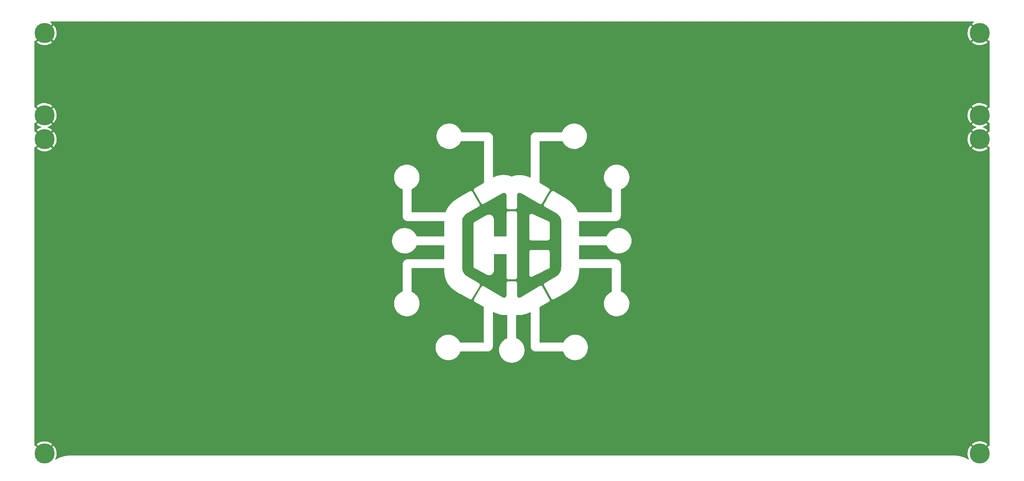
<source format=gbr>
%TF.GenerationSoftware,KiCad,Pcbnew,(5.99.0-10540-g55c1d814f9)*%
%TF.CreationDate,2021-05-27T21:14:21+02:00*%
%TF.ProjectId,plate-bottom,706c6174-652d-4626-9f74-746f6d2e6b69,1.0*%
%TF.SameCoordinates,Original*%
%TF.FileFunction,Copper,L1,Top*%
%TF.FilePolarity,Positive*%
%FSLAX46Y46*%
G04 Gerber Fmt 4.6, Leading zero omitted, Abs format (unit mm)*
G04 Created by KiCad (PCBNEW (5.99.0-10540-g55c1d814f9)) date 2021-05-27 21:14:21*
%MOMM*%
%LPD*%
G01*
G04 APERTURE LIST*
%TA.AperFunction,ComponentPad*%
%ADD10C,5.000000*%
%TD*%
G04 APERTURE END LIST*
D10*
%TO.P,H4,1,1*%
%TO.N,GND*%
X33460000Y-141880000D03*
%TD*%
%TO.P,H5,1,1*%
%TO.N,GND*%
X266060000Y-37220000D03*
%TD*%
%TO.P,H6,1,1*%
%TO.N,GND*%
X266060000Y-57680000D03*
%TD*%
%TO.P,H8,1,1*%
%TO.N,GND*%
X266060000Y-141870000D03*
%TD*%
%TO.P,H7,1,1*%
%TO.N,GND*%
X266060000Y-63670000D03*
%TD*%
%TO.P,H1,1,1*%
%TO.N,GND*%
X33460000Y-37230000D03*
%TD*%
%TO.P,H3,1,1*%
%TO.N,GND*%
X33460000Y-63670000D03*
%TD*%
%TO.P,H2,1,1*%
%TO.N,GND*%
X33460000Y-57680000D03*
%TD*%
%TA.AperFunction,Conductor*%
%TO.N,GND*%
G36*
X264552172Y-34403003D02*
G01*
X264598665Y-34456659D01*
X264608769Y-34526933D01*
X264579275Y-34591513D01*
X264551007Y-34615738D01*
X264317711Y-34762085D01*
X264311783Y-34766298D01*
X264133671Y-34908992D01*
X264125201Y-34921117D01*
X264131596Y-34932385D01*
X264913412Y-35714201D01*
X264947438Y-35776513D01*
X264942373Y-35847328D01*
X264908221Y-35897296D01*
X264790553Y-36002318D01*
X264739267Y-36063983D01*
X264680329Y-36103567D01*
X264609347Y-36105002D01*
X264553297Y-36072508D01*
X263772443Y-35291653D01*
X263759651Y-35284668D01*
X263748898Y-35292531D01*
X263588114Y-35497587D01*
X263583982Y-35503532D01*
X263406531Y-35793108D01*
X263403101Y-35799504D01*
X263260114Y-36107543D01*
X263257443Y-36114288D01*
X263150804Y-36436733D01*
X263148928Y-36443736D01*
X263080060Y-36776287D01*
X263078998Y-36783479D01*
X263048810Y-37121737D01*
X263048582Y-37128991D01*
X263057472Y-37468496D01*
X263058078Y-37475712D01*
X263105931Y-37811944D01*
X263107365Y-37819055D01*
X263193548Y-38147565D01*
X263195784Y-38154445D01*
X263319154Y-38470872D01*
X263322169Y-38477459D01*
X263481093Y-38777616D01*
X263484839Y-38783801D01*
X263677206Y-39063697D01*
X263681651Y-39069426D01*
X263748812Y-39146415D01*
X263761986Y-39154819D01*
X263771838Y-39148951D01*
X264544058Y-38376731D01*
X264606370Y-38342705D01*
X264677185Y-38347770D01*
X264727414Y-38382585D01*
X264728196Y-38383633D01*
X264731520Y-38386928D01*
X264903163Y-38557081D01*
X264937460Y-38619244D01*
X264932704Y-38690081D01*
X264903552Y-38735659D01*
X264131544Y-39507667D01*
X264123930Y-39521611D01*
X264123948Y-39521862D01*
X264129864Y-39530609D01*
X264161176Y-39559100D01*
X264166800Y-39563655D01*
X264442604Y-39761840D01*
X264448734Y-39765730D01*
X264745478Y-39930895D01*
X264751998Y-39934047D01*
X265065770Y-40064016D01*
X265072621Y-40066402D01*
X265399233Y-40159440D01*
X265406322Y-40161024D01*
X265741475Y-40215908D01*
X265748683Y-40216665D01*
X266087924Y-40232664D01*
X266095174Y-40232588D01*
X266433998Y-40209490D01*
X266441207Y-40208579D01*
X266775136Y-40146689D01*
X266782166Y-40144962D01*
X267106770Y-40045101D01*
X267113583Y-40042567D01*
X267424550Y-39906061D01*
X267431005Y-39902773D01*
X267724229Y-39731427D01*
X267730278Y-39727408D01*
X267988758Y-39533335D01*
X267997212Y-39522008D01*
X267990467Y-39509678D01*
X267212979Y-38732190D01*
X267178953Y-38669878D01*
X267184018Y-38599063D01*
X267220660Y-38546931D01*
X267294452Y-38484462D01*
X267382932Y-38383569D01*
X267387605Y-38378241D01*
X267447558Y-38340213D01*
X267518554Y-38340635D01*
X267571432Y-38372222D01*
X268346202Y-39146991D01*
X268360140Y-39154602D01*
X268368398Y-39154011D01*
X268419142Y-39136624D01*
X268488086Y-39153575D01*
X268536920Y-39205108D01*
X268550749Y-39262499D01*
X268550749Y-55634779D01*
X268530747Y-55702900D01*
X268477091Y-55749393D01*
X268406817Y-55759497D01*
X268360350Y-55743078D01*
X268360109Y-55742935D01*
X268359502Y-55742956D01*
X268351024Y-55748187D01*
X267571992Y-56527218D01*
X267509680Y-56561243D01*
X267438864Y-56556178D01*
X267383946Y-56516126D01*
X267361464Y-56487606D01*
X267361457Y-56487598D01*
X267358569Y-56483935D01*
X267215279Y-56349141D01*
X267179367Y-56287898D01*
X267182267Y-56216961D01*
X267212517Y-56168272D01*
X267987004Y-55393785D01*
X267994396Y-55380248D01*
X267987609Y-55370548D01*
X267884417Y-55282412D01*
X267878645Y-55278031D01*
X267596746Y-55088603D01*
X267590525Y-55084923D01*
X267288718Y-54929150D01*
X267282107Y-54926207D01*
X266964410Y-54806159D01*
X266957484Y-54803988D01*
X266628096Y-54721252D01*
X266620986Y-54719896D01*
X266284269Y-54675565D01*
X266277031Y-54675034D01*
X265937471Y-54669700D01*
X265930209Y-54670004D01*
X265592271Y-54703735D01*
X265585123Y-54704867D01*
X265253290Y-54777218D01*
X265246312Y-54779166D01*
X264924997Y-54889177D01*
X264918290Y-54891914D01*
X264611754Y-55038125D01*
X264605396Y-55041620D01*
X264317711Y-55222085D01*
X264311783Y-55226298D01*
X264133671Y-55368992D01*
X264125201Y-55381117D01*
X264131596Y-55392385D01*
X264907071Y-56167860D01*
X264941097Y-56230172D01*
X264936032Y-56300987D01*
X264901877Y-56350958D01*
X264790553Y-56450318D01*
X264733816Y-56518536D01*
X264674882Y-56558118D01*
X264603900Y-56559555D01*
X264547850Y-56527060D01*
X263772444Y-55751654D01*
X263759651Y-55744668D01*
X263748898Y-55752531D01*
X263588114Y-55957587D01*
X263583982Y-55963532D01*
X263406531Y-56253108D01*
X263403101Y-56259504D01*
X263260114Y-56567543D01*
X263257443Y-56574288D01*
X263150804Y-56896733D01*
X263148928Y-56903736D01*
X263080060Y-57236287D01*
X263078998Y-57243479D01*
X263048810Y-57581737D01*
X263048582Y-57588991D01*
X263057472Y-57928496D01*
X263058078Y-57935712D01*
X263105931Y-58271944D01*
X263107365Y-58279055D01*
X263193548Y-58607565D01*
X263195784Y-58614445D01*
X263319154Y-58930872D01*
X263322169Y-58937459D01*
X263481093Y-59237616D01*
X263484839Y-59243801D01*
X263677206Y-59523697D01*
X263681651Y-59529426D01*
X263748812Y-59606415D01*
X263761986Y-59614819D01*
X263771838Y-59608951D01*
X264549638Y-58831151D01*
X264611950Y-58797125D01*
X264682765Y-58802190D01*
X264727002Y-58832837D01*
X264728196Y-58831633D01*
X264909190Y-59011055D01*
X264943485Y-59073216D01*
X264938730Y-59144053D01*
X264909579Y-59189631D01*
X264131540Y-59967671D01*
X264123929Y-59981609D01*
X264123948Y-59981863D01*
X264129863Y-59990608D01*
X264161176Y-60019100D01*
X264166800Y-60023655D01*
X264442604Y-60221840D01*
X264448734Y-60225730D01*
X264745478Y-60390895D01*
X264751998Y-60394047D01*
X265065770Y-60524016D01*
X265072610Y-60526398D01*
X265167785Y-60553509D01*
X265227820Y-60591408D01*
X265257835Y-60655748D01*
X265248301Y-60726102D01*
X265202244Y-60780132D01*
X265174081Y-60793896D01*
X264924997Y-60879177D01*
X264918290Y-60881914D01*
X264611754Y-61028125D01*
X264605396Y-61031620D01*
X264317711Y-61212085D01*
X264311783Y-61216298D01*
X264133671Y-61358992D01*
X264125201Y-61371117D01*
X264131596Y-61382385D01*
X264912355Y-62163144D01*
X264946381Y-62225456D01*
X264941316Y-62296271D01*
X264907162Y-62346241D01*
X264868463Y-62380781D01*
X264794058Y-62447190D01*
X264790553Y-62450318D01*
X264738359Y-62513075D01*
X264679421Y-62552658D01*
X264608439Y-62554094D01*
X264552389Y-62521600D01*
X263772443Y-61741653D01*
X263759651Y-61734668D01*
X263748898Y-61742531D01*
X263588114Y-61947587D01*
X263583982Y-61953532D01*
X263406531Y-62243108D01*
X263403101Y-62249504D01*
X263260114Y-62557543D01*
X263257443Y-62564288D01*
X263150804Y-62886733D01*
X263148928Y-62893736D01*
X263080060Y-63226287D01*
X263078998Y-63233479D01*
X263048810Y-63571737D01*
X263048582Y-63578991D01*
X263057472Y-63918496D01*
X263058078Y-63925712D01*
X263105931Y-64261944D01*
X263107365Y-64269055D01*
X263193548Y-64597565D01*
X263195784Y-64604445D01*
X263319154Y-64920872D01*
X263322169Y-64927459D01*
X263481093Y-65227616D01*
X263484839Y-65233801D01*
X263677206Y-65513697D01*
X263681651Y-65519426D01*
X263748812Y-65596415D01*
X263761986Y-65604819D01*
X263771838Y-65598951D01*
X264544988Y-64825801D01*
X264607300Y-64791775D01*
X264678115Y-64796840D01*
X264728072Y-64831467D01*
X264728196Y-64831633D01*
X264899178Y-65001129D01*
X264904168Y-65006076D01*
X264938464Y-65068239D01*
X264933709Y-65139076D01*
X264904557Y-65184654D01*
X264131544Y-65957667D01*
X264123930Y-65971611D01*
X264123948Y-65971862D01*
X264129864Y-65980609D01*
X264161176Y-66009100D01*
X264166800Y-66013655D01*
X264442604Y-66211840D01*
X264448734Y-66215730D01*
X264745478Y-66380895D01*
X264751998Y-66384047D01*
X265065770Y-66514016D01*
X265072621Y-66516402D01*
X265399233Y-66609440D01*
X265406322Y-66611024D01*
X265741475Y-66665908D01*
X265748683Y-66666665D01*
X266087924Y-66682664D01*
X266095174Y-66682588D01*
X266433998Y-66659490D01*
X266441207Y-66658579D01*
X266775136Y-66596689D01*
X266782166Y-66594962D01*
X267106770Y-66495101D01*
X267113583Y-66492567D01*
X267424550Y-66356061D01*
X267431005Y-66352773D01*
X267724229Y-66181427D01*
X267730278Y-66177408D01*
X267988758Y-65983335D01*
X267997212Y-65972008D01*
X267990467Y-65959678D01*
X267211897Y-65181108D01*
X267177871Y-65118796D01*
X267182936Y-65047981D01*
X267219580Y-64995846D01*
X267252486Y-64967989D01*
X267294452Y-64932462D01*
X267386671Y-64827306D01*
X267446624Y-64789278D01*
X267517620Y-64789700D01*
X267570498Y-64821288D01*
X268346200Y-65596990D01*
X268360140Y-65604602D01*
X268368398Y-65604011D01*
X268419142Y-65586624D01*
X268488086Y-65603575D01*
X268536920Y-65655108D01*
X268550749Y-65712499D01*
X268550749Y-139824779D01*
X268530747Y-139892900D01*
X268477091Y-139939393D01*
X268406817Y-139949497D01*
X268360350Y-139933078D01*
X268360109Y-139932935D01*
X268359503Y-139932956D01*
X268351022Y-139938189D01*
X267567586Y-140721625D01*
X267505274Y-140755651D01*
X267434459Y-140750586D01*
X267379542Y-140710537D01*
X267361463Y-140687604D01*
X267361457Y-140687598D01*
X267358569Y-140683934D01*
X267210128Y-140544295D01*
X267174216Y-140483051D01*
X267177116Y-140412113D01*
X267207365Y-140363425D01*
X267987008Y-139583781D01*
X267994397Y-139570250D01*
X267987608Y-139560546D01*
X267884417Y-139472412D01*
X267878645Y-139468031D01*
X267596746Y-139278603D01*
X267590525Y-139274923D01*
X267288718Y-139119150D01*
X267282107Y-139116207D01*
X266964410Y-138996159D01*
X266957484Y-138993988D01*
X266628096Y-138911252D01*
X266620986Y-138909896D01*
X266284269Y-138865565D01*
X266277031Y-138865034D01*
X265937471Y-138859700D01*
X265930209Y-138860004D01*
X265592271Y-138893735D01*
X265585123Y-138894867D01*
X265253290Y-138967218D01*
X265246312Y-138969166D01*
X264924997Y-139079177D01*
X264918290Y-139081914D01*
X264611754Y-139228125D01*
X264605396Y-139231620D01*
X264317711Y-139412085D01*
X264311783Y-139416298D01*
X264133671Y-139558992D01*
X264125201Y-139571117D01*
X264131595Y-139582384D01*
X264912354Y-140363144D01*
X264946379Y-140425456D01*
X264941314Y-140496272D01*
X264907159Y-140546242D01*
X264794045Y-140647200D01*
X264790553Y-140650317D01*
X264765256Y-140680734D01*
X264738359Y-140713074D01*
X264679422Y-140752658D01*
X264608440Y-140754095D01*
X264552390Y-140721600D01*
X263772444Y-139941654D01*
X263759651Y-139934668D01*
X263748898Y-139942531D01*
X263588114Y-140147587D01*
X263583982Y-140153532D01*
X263406531Y-140443108D01*
X263403101Y-140449504D01*
X263260114Y-140757543D01*
X263257443Y-140764288D01*
X263150804Y-141086733D01*
X263148928Y-141093736D01*
X263080060Y-141426287D01*
X263078998Y-141433479D01*
X263048810Y-141771737D01*
X263048582Y-141778991D01*
X263057472Y-142118496D01*
X263058078Y-142125712D01*
X263105931Y-142461944D01*
X263107365Y-142469055D01*
X263193548Y-142797565D01*
X263195784Y-142804445D01*
X263319154Y-143120872D01*
X263322175Y-143127473D01*
X263358992Y-143197007D01*
X263373191Y-143266569D01*
X263347528Y-143332765D01*
X263290150Y-143374578D01*
X263219275Y-143378732D01*
X263181160Y-143363002D01*
X263172184Y-143357427D01*
X263163958Y-143352318D01*
X263160018Y-143349766D01*
X263140941Y-143336897D01*
X263136909Y-143334943D01*
X263133023Y-143332706D01*
X263133031Y-143332692D01*
X263127107Y-143329428D01*
X263081816Y-143301297D01*
X263002865Y-143252258D01*
X262995318Y-143246967D01*
X262992441Y-143245042D01*
X262988614Y-143242027D01*
X262975966Y-143234908D01*
X262967286Y-143230022D01*
X262962612Y-143227256D01*
X262948397Y-143218427D01*
X262948392Y-143218424D01*
X262944587Y-143216061D01*
X262940485Y-143214261D01*
X262939872Y-143213938D01*
X262929591Y-143208805D01*
X262791895Y-143131302D01*
X262780807Y-143124253D01*
X262780590Y-143124122D01*
X262776628Y-143121294D01*
X262772285Y-143119113D01*
X262772279Y-143119109D01*
X262755940Y-143110903D01*
X262750691Y-143108110D01*
X262745123Y-143104976D01*
X262733292Y-143098317D01*
X262729126Y-143096699D01*
X262729115Y-143096694D01*
X262728244Y-143096356D01*
X262717304Y-143091497D01*
X262565001Y-143015000D01*
X262553555Y-143008481D01*
X262552981Y-143008113D01*
X262552974Y-143008109D01*
X262548881Y-143005485D01*
X262544432Y-143003521D01*
X262544422Y-143003516D01*
X262528431Y-142996458D01*
X262522756Y-142993783D01*
X262509689Y-142987220D01*
X262509682Y-142987217D01*
X262505678Y-142985206D01*
X262499823Y-142983245D01*
X262488978Y-142979046D01*
X262320809Y-142904823D01*
X262309195Y-142898961D01*
X262304050Y-142896022D01*
X262283520Y-142888186D01*
X262277585Y-142885745D01*
X262273002Y-142883722D01*
X262260449Y-142878182D01*
X262254157Y-142876417D01*
X262243253Y-142872816D01*
X262057980Y-142802098D01*
X262046084Y-142796837D01*
X262040807Y-142794169D01*
X262036176Y-142792667D01*
X262036171Y-142792665D01*
X262019912Y-142787392D01*
X262013859Y-142785257D01*
X261996348Y-142778573D01*
X261989982Y-142777134D01*
X261978898Y-142774090D01*
X261974976Y-142772818D01*
X261775182Y-142708019D01*
X261762891Y-142703310D01*
X261762241Y-142703021D01*
X261757792Y-142701044D01*
X261753098Y-142699777D01*
X261753090Y-142699774D01*
X261736281Y-142695237D01*
X261730242Y-142693444D01*
X261716354Y-142688939D01*
X261716346Y-142688937D01*
X261712091Y-142687557D01*
X261706347Y-142686563D01*
X261705966Y-142686497D01*
X261694610Y-142683987D01*
X261470964Y-142623613D01*
X261458250Y-142619445D01*
X261458101Y-142619387D01*
X261458095Y-142619385D01*
X261453554Y-142617624D01*
X261446032Y-142615977D01*
X261431210Y-142612732D01*
X261425323Y-142611294D01*
X261406339Y-142606169D01*
X261400694Y-142605480D01*
X261389022Y-142603494D01*
X261143835Y-142549810D01*
X261132473Y-142546667D01*
X261131171Y-142546339D01*
X261126553Y-142544786D01*
X261103223Y-142540785D01*
X261097589Y-142539685D01*
X261077647Y-142535319D01*
X261072910Y-142534971D01*
X261072708Y-142534956D01*
X261060643Y-142533482D01*
X260792158Y-142487439D01*
X260783365Y-142485421D01*
X260779806Y-142484684D01*
X260775132Y-142483333D01*
X260750802Y-142480229D01*
X260745453Y-142479429D01*
X260745430Y-142479425D01*
X260724462Y-142475829D01*
X260719990Y-142475705D01*
X260719188Y-142475626D01*
X260707866Y-142474750D01*
X260703822Y-142474234D01*
X260414199Y-142437279D01*
X260407081Y-142435953D01*
X260407075Y-142435986D01*
X260402265Y-142435189D01*
X260397543Y-142434027D01*
X260372127Y-142431812D01*
X260367175Y-142431280D01*
X260349560Y-142429032D01*
X260349552Y-142429032D01*
X260345112Y-142428465D01*
X260340634Y-142428534D01*
X260337447Y-142428356D01*
X260329009Y-142428054D01*
X260191269Y-142416051D01*
X260143276Y-142411868D01*
X260127730Y-142410513D01*
X260008203Y-142400096D01*
X260001551Y-142399121D01*
X260001539Y-142399218D01*
X259996711Y-142398601D01*
X259991945Y-142397613D01*
X259987084Y-142397370D01*
X259987083Y-142397370D01*
X259965571Y-142396295D01*
X259960920Y-142395976D01*
X259942288Y-142394352D01*
X259942284Y-142394352D01*
X259937822Y-142393963D01*
X259933348Y-142394211D01*
X259928855Y-142394140D01*
X259928855Y-142394110D01*
X259922226Y-142394128D01*
X259572252Y-142376636D01*
X259566098Y-142375955D01*
X259566083Y-142376119D01*
X259561240Y-142375667D01*
X259556439Y-142374841D01*
X259538404Y-142374555D01*
X259529109Y-142374407D01*
X259524820Y-142374266D01*
X259510216Y-142373536D01*
X259500730Y-142373062D01*
X259496264Y-142373475D01*
X259491786Y-142373570D01*
X259491784Y-142373482D01*
X259485675Y-142373717D01*
X259438907Y-142372974D01*
X259286490Y-142370553D01*
X259103425Y-142367645D01*
X259099997Y-142367485D01*
X259096884Y-142367000D01*
X259063753Y-142367000D01*
X259061752Y-142366984D01*
X259036396Y-142366581D01*
X259036392Y-142366581D01*
X259031908Y-142366510D01*
X259028804Y-142366904D01*
X259025339Y-142367000D01*
X40495375Y-142367000D01*
X40491944Y-142366895D01*
X40488813Y-142366458D01*
X40483948Y-142366535D01*
X40483944Y-142366535D01*
X40455699Y-142366984D01*
X40453698Y-142367000D01*
X40423837Y-142367000D01*
X40420739Y-142367443D01*
X40417274Y-142367594D01*
X40180753Y-142371351D01*
X40035892Y-142373652D01*
X40029698Y-142373379D01*
X40029694Y-142373542D01*
X40024830Y-142373409D01*
X40019986Y-142372901D01*
X40015124Y-142373144D01*
X40015123Y-142373144D01*
X39992671Y-142374266D01*
X39988384Y-142374407D01*
X39980631Y-142374530D01*
X39964281Y-142374790D01*
X39959846Y-142375497D01*
X39955390Y-142375886D01*
X39955382Y-142375799D01*
X39949302Y-142376433D01*
X39756993Y-142386045D01*
X39599334Y-142393925D01*
X39592614Y-142393866D01*
X39592615Y-142393964D01*
X39587742Y-142394011D01*
X39582886Y-142393683D01*
X39578033Y-142394106D01*
X39556573Y-142395976D01*
X39551923Y-142396295D01*
X39545003Y-142396641D01*
X39528771Y-142397452D01*
X39524372Y-142398308D01*
X39519921Y-142398849D01*
X39519918Y-142398820D01*
X39513344Y-142399743D01*
X39343707Y-142414527D01*
X39192552Y-142427700D01*
X39185310Y-142427915D01*
X39185312Y-142427950D01*
X39180450Y-142428191D01*
X39175582Y-142428057D01*
X39170756Y-142428673D01*
X39170750Y-142428673D01*
X39150336Y-142431278D01*
X39145333Y-142431815D01*
X39123165Y-142433747D01*
X39118796Y-142434766D01*
X39115648Y-142435268D01*
X39107344Y-142436763D01*
X38909996Y-142461944D01*
X38813675Y-142474234D01*
X38804736Y-142474871D01*
X38801082Y-142475210D01*
X38796212Y-142475285D01*
X38791414Y-142476108D01*
X38791412Y-142476108D01*
X38772069Y-142479425D01*
X38766724Y-142480225D01*
X38763368Y-142480653D01*
X38750004Y-142482358D01*
X38750001Y-142482359D01*
X38745562Y-142482925D01*
X38741236Y-142484119D01*
X38740452Y-142484276D01*
X38729374Y-142486747D01*
X38460902Y-142532789D01*
X38449156Y-142534152D01*
X38447859Y-142534333D01*
X38442998Y-142534630D01*
X38419893Y-142539689D01*
X38414255Y-142540789D01*
X38394121Y-142544242D01*
X38389398Y-142545766D01*
X38377673Y-142548932D01*
X38282897Y-142569684D01*
X38132479Y-142602618D01*
X38119269Y-142604781D01*
X38114269Y-142605329D01*
X38092173Y-142611294D01*
X38092166Y-142611296D01*
X38086291Y-142612731D01*
X38067091Y-142616935D01*
X38061785Y-142618918D01*
X38050510Y-142622540D01*
X37826852Y-142682917D01*
X37813986Y-142685678D01*
X37808472Y-142686563D01*
X37803843Y-142688064D01*
X37803844Y-142688064D01*
X37787258Y-142693443D01*
X37781231Y-142695232D01*
X37767153Y-142699033D01*
X37767148Y-142699035D01*
X37762817Y-142700204D01*
X37758694Y-142701976D01*
X37757097Y-142702662D01*
X37746225Y-142706751D01*
X37542520Y-142772818D01*
X37529944Y-142776190D01*
X37528916Y-142776409D01*
X37528912Y-142776410D01*
X37524160Y-142777424D01*
X37504294Y-142785007D01*
X37503639Y-142785257D01*
X37497586Y-142787392D01*
X37479755Y-142793175D01*
X37475740Y-142795144D01*
X37475734Y-142795146D01*
X37473881Y-142796055D01*
X37463353Y-142800633D01*
X37278100Y-142871344D01*
X37265709Y-142875353D01*
X37264705Y-142875621D01*
X37264686Y-142875628D01*
X37259997Y-142876881D01*
X37255549Y-142878844D01*
X37255538Y-142878848D01*
X37239898Y-142885751D01*
X37234001Y-142888177D01*
X37216459Y-142894873D01*
X37212544Y-142897047D01*
X37212533Y-142897052D01*
X37210736Y-142898050D01*
X37200457Y-142903159D01*
X37032281Y-142977386D01*
X37019969Y-142982066D01*
X37014699Y-142983760D01*
X37010356Y-142985942D01*
X37010352Y-142985943D01*
X36994740Y-142993784D01*
X36989065Y-142996459D01*
X36975666Y-143002373D01*
X36975655Y-143002379D01*
X36971565Y-143004184D01*
X36967767Y-143006554D01*
X36967765Y-143006555D01*
X36966317Y-143007458D01*
X36956171Y-143013156D01*
X36952500Y-143015000D01*
X36818040Y-143082535D01*
X36803846Y-143089664D01*
X36791797Y-143094926D01*
X36791570Y-143095032D01*
X36787014Y-143096737D01*
X36772376Y-143104976D01*
X36766815Y-143108106D01*
X36761582Y-143110891D01*
X36743749Y-143119848D01*
X36739307Y-143122938D01*
X36729186Y-143129285D01*
X36591470Y-143206800D01*
X36583184Y-143210874D01*
X36580126Y-143212461D01*
X36575648Y-143214361D01*
X36571512Y-143216930D01*
X36571510Y-143216931D01*
X36554878Y-143227261D01*
X36550204Y-143230026D01*
X36535606Y-143238243D01*
X36535596Y-143238250D01*
X36531692Y-143240447D01*
X36528135Y-143243179D01*
X36527549Y-143243566D01*
X36518127Y-143250088D01*
X36393840Y-143327286D01*
X36387827Y-143330551D01*
X36387868Y-143330623D01*
X36383625Y-143333031D01*
X36379228Y-143335096D01*
X36375202Y-143337812D01*
X36375200Y-143337813D01*
X36357511Y-143349746D01*
X36353536Y-143352320D01*
X36345313Y-143357428D01*
X36276896Y-143376382D01*
X36209090Y-143355338D01*
X36163425Y-143300977D01*
X36154399Y-143230556D01*
X36166262Y-143193783D01*
X36223567Y-143079843D01*
X36226440Y-143073205D01*
X36343156Y-142754264D01*
X36345251Y-142747323D01*
X36424533Y-142417088D01*
X36425818Y-142409945D01*
X36466717Y-142071985D01*
X36467143Y-142066377D01*
X36472912Y-141882797D01*
X36472839Y-141877204D01*
X36453241Y-141537314D01*
X36452409Y-141530125D01*
X36394017Y-141195552D01*
X36392362Y-141188497D01*
X36295906Y-140862868D01*
X36293450Y-140856044D01*
X36160202Y-140543648D01*
X36156981Y-140537160D01*
X35988711Y-140242154D01*
X35984770Y-140236084D01*
X35783708Y-139962371D01*
X35779080Y-139956777D01*
X35773761Y-139951054D01*
X35760108Y-139942935D01*
X35759502Y-139942956D01*
X35751024Y-139948187D01*
X34971993Y-140727217D01*
X34909681Y-140761242D01*
X34838865Y-140756177D01*
X34783947Y-140716125D01*
X34761465Y-140687605D01*
X34761458Y-140687597D01*
X34758570Y-140683934D01*
X34615280Y-140549140D01*
X34579368Y-140487897D01*
X34582268Y-140416960D01*
X34612518Y-140368271D01*
X35387004Y-139593785D01*
X35394396Y-139580248D01*
X35387609Y-139570548D01*
X35284417Y-139482412D01*
X35278645Y-139478031D01*
X34996746Y-139288603D01*
X34990525Y-139284923D01*
X34688718Y-139129150D01*
X34682107Y-139126207D01*
X34364410Y-139006159D01*
X34357484Y-139003988D01*
X34028096Y-138921252D01*
X34020986Y-138919896D01*
X33684269Y-138875565D01*
X33677031Y-138875034D01*
X33337471Y-138869700D01*
X33330209Y-138870004D01*
X32992271Y-138903735D01*
X32985123Y-138904867D01*
X32653290Y-138977218D01*
X32646312Y-138979166D01*
X32324997Y-139089177D01*
X32318290Y-139091914D01*
X32011754Y-139238125D01*
X32005396Y-139241620D01*
X31717711Y-139422085D01*
X31711783Y-139426298D01*
X31533671Y-139568992D01*
X31525201Y-139581117D01*
X31531596Y-139592385D01*
X32307071Y-140367860D01*
X32341097Y-140430172D01*
X32336032Y-140500987D01*
X32301877Y-140550957D01*
X32190554Y-140650317D01*
X32135823Y-140716125D01*
X32133819Y-140718534D01*
X32074882Y-140758118D01*
X32003900Y-140759555D01*
X31947850Y-140727060D01*
X31172444Y-139951654D01*
X31158500Y-139944040D01*
X31152510Y-139944468D01*
X31100330Y-139963267D01*
X31031129Y-139947399D01*
X30981493Y-139896637D01*
X30966750Y-139837495D01*
X30966750Y-115618059D01*
X130725693Y-115618059D01*
X130726202Y-115622895D01*
X130726202Y-115622905D01*
X130726208Y-115622962D01*
X130726350Y-115624774D01*
X130726299Y-115627456D01*
X130727679Y-115638614D01*
X130728707Y-115646925D01*
X130728968Y-115649201D01*
X130736776Y-115723434D01*
X130763834Y-115980701D01*
X130764177Y-115984528D01*
X130765946Y-116008294D01*
X130767048Y-116013029D01*
X130767051Y-116013048D01*
X130767066Y-116013111D01*
X130767428Y-116014876D01*
X130767709Y-116017543D01*
X130768804Y-116021885D01*
X130772508Y-116036574D01*
X130773051Y-116038812D01*
X130848628Y-116363425D01*
X130849442Y-116367180D01*
X130854138Y-116390557D01*
X130855821Y-116395128D01*
X130855838Y-116395175D01*
X130856424Y-116396906D01*
X130857032Y-116399520D01*
X130858659Y-116403701D01*
X130858661Y-116403709D01*
X130864150Y-116417818D01*
X130864967Y-116419975D01*
X130868948Y-116430790D01*
X130953567Y-116660673D01*
X130980092Y-116732734D01*
X130981350Y-116736319D01*
X130988916Y-116758985D01*
X130991147Y-116763305D01*
X130991148Y-116763308D01*
X130991175Y-116763360D01*
X130991968Y-116765001D01*
X130992895Y-116767519D01*
X130995019Y-116771454D01*
X130995023Y-116771463D01*
X131002220Y-116784796D01*
X131003296Y-116786834D01*
X131156218Y-117082981D01*
X131157929Y-117086422D01*
X131168213Y-117107922D01*
X131170966Y-117111941D01*
X131170967Y-117111942D01*
X131170987Y-117111971D01*
X131171984Y-117113512D01*
X131173216Y-117115898D01*
X131175820Y-117119554D01*
X131184622Y-117131912D01*
X131185935Y-117133792D01*
X131198036Y-117151457D01*
X131374288Y-117408743D01*
X131376412Y-117411946D01*
X131389276Y-117432011D01*
X131392493Y-117435645D01*
X131392501Y-117435656D01*
X131392528Y-117435686D01*
X131393710Y-117437094D01*
X131395227Y-117439309D01*
X131398245Y-117442596D01*
X131398255Y-117442608D01*
X131408539Y-117453806D01*
X131410061Y-117455493D01*
X131543284Y-117605995D01*
X131630963Y-117705046D01*
X131633443Y-117707935D01*
X131648713Y-117726284D01*
X131652366Y-117729502D01*
X131652372Y-117729509D01*
X131652415Y-117729547D01*
X131653743Y-117730780D01*
X131655521Y-117732789D01*
X131658941Y-117735693D01*
X131658942Y-117735694D01*
X131670491Y-117745502D01*
X131672228Y-117747005D01*
X131922298Y-117967336D01*
X131925138Y-117969916D01*
X131942544Y-117986221D01*
X131946565Y-117988962D01*
X131946571Y-117988967D01*
X131946610Y-117988994D01*
X131948091Y-117990062D01*
X131950104Y-117991835D01*
X131953851Y-117994290D01*
X131966581Y-118002631D01*
X131968493Y-118003910D01*
X132229012Y-118181494D01*
X132243811Y-118191582D01*
X132246953Y-118193794D01*
X132266257Y-118207834D01*
X132270647Y-118210089D01*
X132272231Y-118210955D01*
X132274455Y-118212471D01*
X132292162Y-118221157D01*
X132294129Y-118222145D01*
X132298821Y-118224554D01*
X132590618Y-118374379D01*
X132594009Y-118376186D01*
X132610625Y-118385368D01*
X132614890Y-118387725D01*
X132619463Y-118389396D01*
X132619520Y-118389417D01*
X132621206Y-118390084D01*
X132623595Y-118391311D01*
X132642224Y-118397736D01*
X132644286Y-118398469D01*
X132652777Y-118401572D01*
X132957354Y-118512888D01*
X132960940Y-118514261D01*
X132965168Y-118515954D01*
X132983086Y-118523129D01*
X132987838Y-118524224D01*
X132987839Y-118524224D01*
X132987891Y-118524236D01*
X132989651Y-118524691D01*
X132992171Y-118525612D01*
X132996552Y-118526537D01*
X132996558Y-118526539D01*
X133011415Y-118529677D01*
X133013664Y-118530174D01*
X133338408Y-118604992D01*
X133342117Y-118605905D01*
X133365201Y-118611971D01*
X133370047Y-118612470D01*
X133370050Y-118612470D01*
X133370106Y-118612476D01*
X133371900Y-118612709D01*
X133374520Y-118613312D01*
X133378984Y-118613689D01*
X133378986Y-118613689D01*
X133385558Y-118614243D01*
X133394137Y-118614967D01*
X133396351Y-118615174D01*
X133614946Y-118637655D01*
X133727910Y-118649273D01*
X133731704Y-118649721D01*
X133755365Y-118652887D01*
X133760283Y-118652781D01*
X133762112Y-118652790D01*
X133764782Y-118653065D01*
X133769263Y-118652887D01*
X133769269Y-118652887D01*
X133784430Y-118652284D01*
X133786729Y-118652214D01*
X133902646Y-118649724D01*
X134119934Y-118645057D01*
X134123733Y-118645033D01*
X134147597Y-118645249D01*
X134152407Y-118644544D01*
X134152414Y-118644544D01*
X134152453Y-118644538D01*
X134154280Y-118644320D01*
X134156962Y-118644262D01*
X134161380Y-118643532D01*
X134161383Y-118643532D01*
X134176380Y-118641055D01*
X134178653Y-118640701D01*
X134347975Y-118615901D01*
X134508400Y-118592404D01*
X134512187Y-118591909D01*
X134535875Y-118589174D01*
X134540620Y-118587864D01*
X134542381Y-118587427D01*
X134545046Y-118587037D01*
X134549353Y-118585763D01*
X134549356Y-118585762D01*
X134563888Y-118581462D01*
X134566101Y-118580829D01*
X134887324Y-118492139D01*
X134891046Y-118491173D01*
X134909504Y-118486678D01*
X134909516Y-118486674D01*
X134914239Y-118485524D01*
X134918730Y-118483660D01*
X134918734Y-118483659D01*
X134918779Y-118483640D01*
X134920491Y-118482982D01*
X134923077Y-118482268D01*
X134941103Y-118474399D01*
X134943172Y-118473518D01*
X134954918Y-118468644D01*
X135141276Y-118391311D01*
X135251027Y-118345768D01*
X135254600Y-118344349D01*
X135261095Y-118341883D01*
X135276887Y-118335888D01*
X135281166Y-118333454D01*
X135282770Y-118332596D01*
X135285252Y-118331566D01*
X135289106Y-118329279D01*
X135302160Y-118321532D01*
X135304153Y-118320374D01*
X135593798Y-118155571D01*
X135597164Y-118153723D01*
X135613945Y-118144841D01*
X135613953Y-118144836D01*
X135618251Y-118142561D01*
X135622196Y-118139617D01*
X135623679Y-118138569D01*
X135626018Y-118137238D01*
X135641632Y-118125131D01*
X135643362Y-118123815D01*
X135910442Y-117924440D01*
X135913558Y-117922187D01*
X135929098Y-117911309D01*
X135929102Y-117911306D01*
X135933090Y-117908514D01*
X135936641Y-117905103D01*
X135937985Y-117903879D01*
X135940142Y-117902269D01*
X135943327Y-117899096D01*
X135943334Y-117899090D01*
X135954073Y-117888392D01*
X135955719Y-117886781D01*
X136196087Y-117655927D01*
X136198898Y-117653309D01*
X136212965Y-117640600D01*
X136212966Y-117640599D01*
X136216581Y-117637333D01*
X136219676Y-117633518D01*
X136220866Y-117632129D01*
X136222803Y-117630268D01*
X136234934Y-117614744D01*
X136236278Y-117613056D01*
X136446360Y-117354127D01*
X136448784Y-117351231D01*
X136461183Y-117336868D01*
X136461185Y-117336866D01*
X136464362Y-117333185D01*
X136466958Y-117329023D01*
X136467974Y-117327486D01*
X136469666Y-117325401D01*
X136472343Y-117320930D01*
X136479762Y-117308535D01*
X136480963Y-117306569D01*
X136586072Y-117138046D01*
X136657347Y-117023771D01*
X136659407Y-117020578D01*
X136672642Y-117000733D01*
X136674716Y-116996254D01*
X136675516Y-116994640D01*
X136676941Y-116992356D01*
X136684894Y-116974326D01*
X136685819Y-116972279D01*
X136688791Y-116965863D01*
X136825865Y-116669883D01*
X136827528Y-116666431D01*
X136836037Y-116649438D01*
X136836040Y-116649431D01*
X136838218Y-116645081D01*
X136839722Y-116640381D01*
X136840319Y-116638671D01*
X136841448Y-116636235D01*
X136847090Y-116617429D01*
X136847746Y-116615311D01*
X136860971Y-116573990D01*
X136900784Y-116515211D01*
X136966058Y-116487286D01*
X136980973Y-116486400D01*
X143584314Y-116486400D01*
X143600164Y-116487401D01*
X143633772Y-116491663D01*
X143633778Y-116491663D01*
X143638610Y-116492276D01*
X143643485Y-116492138D01*
X143643488Y-116492138D01*
X143697378Y-116490611D01*
X143706978Y-116490822D01*
X143714684Y-116492501D01*
X143769158Y-116488684D01*
X143774370Y-116488429D01*
X143801535Y-116487659D01*
X143805957Y-116486897D01*
X143805961Y-116486897D01*
X143807456Y-116486640D01*
X143820022Y-116485122D01*
X143824159Y-116484832D01*
X143824171Y-116484830D01*
X143829026Y-116484490D01*
X143833773Y-116483406D01*
X143833776Y-116483406D01*
X143853683Y-116478862D01*
X143860325Y-116477533D01*
X143911515Y-116468716D01*
X143919576Y-116464772D01*
X143924244Y-116463262D01*
X143934979Y-116460307D01*
X143975430Y-116451075D01*
X143987974Y-116449599D01*
X143987934Y-116449336D01*
X143996808Y-116447976D01*
X144005784Y-116447887D01*
X144051517Y-116434024D01*
X144060009Y-116431770D01*
X144075496Y-116428235D01*
X144081556Y-116425908D01*
X144089559Y-116422835D01*
X144098169Y-116419881D01*
X144110819Y-116416046D01*
X144115477Y-116414634D01*
X144119856Y-116412525D01*
X144119867Y-116412521D01*
X144128770Y-116408233D01*
X144138269Y-116404130D01*
X144171300Y-116391446D01*
X144171304Y-116391444D01*
X144179678Y-116388228D01*
X144186815Y-116382790D01*
X144190130Y-116380940D01*
X144207289Y-116370420D01*
X144250778Y-116349477D01*
X144262680Y-116345246D01*
X144262582Y-116344999D01*
X144270931Y-116341698D01*
X144279660Y-116339615D01*
X144287451Y-116335167D01*
X144287454Y-116335166D01*
X144321148Y-116315930D01*
X144328948Y-116311832D01*
X144339202Y-116306894D01*
X144339208Y-116306891D01*
X144343248Y-116304945D01*
X144355752Y-116296554D01*
X144363495Y-116291755D01*
X144374969Y-116285205D01*
X144374977Y-116285199D01*
X144379203Y-116282787D01*
X144390733Y-116273592D01*
X144399082Y-116267478D01*
X144428458Y-116247765D01*
X144428463Y-116247760D01*
X144435916Y-116242759D01*
X144441667Y-116235865D01*
X144444482Y-116233329D01*
X144458871Y-116219255D01*
X144496611Y-116189158D01*
X144507272Y-116182386D01*
X144507121Y-116182165D01*
X144514519Y-116177094D01*
X144522573Y-116173117D01*
X144557761Y-116140784D01*
X144564429Y-116135073D01*
X144576855Y-116125164D01*
X144587189Y-116114190D01*
X144593656Y-116107801D01*
X144603390Y-116098857D01*
X144606975Y-116095563D01*
X144610009Y-116091758D01*
X144610013Y-116091754D01*
X144616177Y-116084024D01*
X144622948Y-116076213D01*
X144653361Y-116043916D01*
X144657433Y-116035917D01*
X144659614Y-116032817D01*
X144670512Y-116015890D01*
X144671633Y-116014485D01*
X144685241Y-115997421D01*
X144700603Y-115978158D01*
X144709492Y-115969180D01*
X144709297Y-115969000D01*
X144715388Y-115962403D01*
X144722350Y-115956738D01*
X144749461Y-115917386D01*
X144754708Y-115910313D01*
X144761805Y-115901413D01*
X144764598Y-115897911D01*
X144766864Y-115894052D01*
X144766868Y-115894046D01*
X144772226Y-115884921D01*
X144777118Y-115877239D01*
X144784615Y-115866357D01*
X144787378Y-115862347D01*
X144793782Y-115849048D01*
X144798646Y-115839927D01*
X144816564Y-115809414D01*
X144816566Y-115809410D01*
X144821107Y-115801676D01*
X144823295Y-115792979D01*
X144824727Y-115789482D01*
X144831591Y-115770536D01*
X144852533Y-115727049D01*
X144859200Y-115716322D01*
X144858969Y-115716189D01*
X144863436Y-115708408D01*
X144868966Y-115701331D01*
X144886636Y-115656943D01*
X144890180Y-115648873D01*
X144891119Y-115646925D01*
X144897066Y-115634575D01*
X144898650Y-115629572D01*
X144901613Y-115620214D01*
X144904671Y-115611643D01*
X144909558Y-115599367D01*
X144909561Y-115599358D01*
X144911361Y-115594836D01*
X144914647Y-115580442D01*
X144917359Y-115570468D01*
X144928035Y-115536738D01*
X144928035Y-115536737D01*
X144930744Y-115528179D01*
X144930942Y-115519204D01*
X144931563Y-115515458D01*
X144934036Y-115495491D01*
X144944431Y-115449949D01*
X144947034Y-115440712D01*
X144950587Y-115433670D01*
X144960504Y-115380019D01*
X144961564Y-115374884D01*
X144966617Y-115352746D01*
X144966618Y-115352739D01*
X144967616Y-115348367D01*
X144968109Y-115342380D01*
X144969781Y-115329830D01*
X144970537Y-115325741D01*
X144970538Y-115325736D01*
X144971421Y-115320957D01*
X144972137Y-115295690D01*
X144972511Y-115288919D01*
X144976037Y-115246091D01*
X144976774Y-115237144D01*
X144974971Y-115228351D01*
X144974676Y-115223449D01*
X144974500Y-115212318D01*
X144975911Y-115162523D01*
X144975911Y-115162520D01*
X144976038Y-115158032D01*
X144971072Y-115114628D01*
X144970255Y-115100306D01*
X144970255Y-106772123D01*
X144990257Y-106704002D01*
X145043913Y-106657509D01*
X145114187Y-106647405D01*
X145149002Y-106657695D01*
X145218856Y-106689896D01*
X145220518Y-106690731D01*
X145222184Y-106691815D01*
X145226624Y-106693809D01*
X145226629Y-106693812D01*
X145254115Y-106706157D01*
X145255235Y-106706666D01*
X145284146Y-106719993D01*
X145286032Y-106720555D01*
X145287776Y-106721275D01*
X145523129Y-106826983D01*
X145526809Y-106828768D01*
X145529857Y-106830673D01*
X145534333Y-106832586D01*
X145534342Y-106832591D01*
X145559654Y-106843410D01*
X145561711Y-106844312D01*
X145588305Y-106856256D01*
X145591730Y-106857241D01*
X145595574Y-106858764D01*
X145711203Y-106908190D01*
X145817335Y-106953557D01*
X145823002Y-106956147D01*
X145824625Y-106956938D01*
X145828831Y-106959407D01*
X145833364Y-106961198D01*
X145833368Y-106961200D01*
X145856146Y-106970200D01*
X145859366Y-106971524D01*
X145879277Y-106980035D01*
X145879282Y-106980037D01*
X145883400Y-106981797D01*
X145887730Y-106982956D01*
X145890775Y-106984009D01*
X145895898Y-106985905D01*
X146066887Y-107053463D01*
X146107211Y-107069395D01*
X146113484Y-107072306D01*
X146113514Y-107072237D01*
X146117967Y-107074201D01*
X146122258Y-107076505D01*
X146146881Y-107085166D01*
X146151340Y-107086830D01*
X146172604Y-107095232D01*
X146176966Y-107096272D01*
X146181241Y-107097618D01*
X146181238Y-107097628D01*
X146187769Y-107099549D01*
X146396134Y-107172844D01*
X146408427Y-107177913D01*
X146408666Y-107178026D01*
X146413179Y-107180172D01*
X146434872Y-107186630D01*
X146440728Y-107188530D01*
X146459039Y-107194971D01*
X146464838Y-107196122D01*
X146476237Y-107198945D01*
X146528327Y-107214452D01*
X146649300Y-107250466D01*
X146667102Y-107255765D01*
X146685197Y-107261152D01*
X146696467Y-107265098D01*
X146704333Y-107268278D01*
X146709072Y-107269386D01*
X146709077Y-107269388D01*
X146723082Y-107272664D01*
X146730328Y-107274588D01*
X146733574Y-107275554D01*
X146745668Y-107279154D01*
X146754636Y-107280483D01*
X146764831Y-107282427D01*
X146860184Y-107304727D01*
X146881756Y-107309772D01*
X146976889Y-107332021D01*
X146987214Y-107334904D01*
X146998003Y-107338419D01*
X147002810Y-107339197D01*
X147013956Y-107341001D01*
X147022518Y-107342693D01*
X147030750Y-107344618D01*
X147035120Y-107345640D01*
X147045972Y-107346592D01*
X147046920Y-107346675D01*
X147056038Y-107347812D01*
X147192340Y-107369872D01*
X147267479Y-107382033D01*
X147273095Y-107382942D01*
X147282669Y-107384875D01*
X147291098Y-107386920D01*
X147291100Y-107386920D01*
X147295835Y-107388069D01*
X147306013Y-107388921D01*
X147309524Y-107389215D01*
X147319139Y-107390394D01*
X147325093Y-107391358D01*
X147325096Y-107391358D01*
X147329524Y-107392075D01*
X147334010Y-107392157D01*
X147334015Y-107392157D01*
X147343483Y-107392329D01*
X147351703Y-107392747D01*
X147441248Y-107400244D01*
X147515745Y-107406481D01*
X147575044Y-107411446D01*
X147584146Y-107412544D01*
X147598841Y-107414861D01*
X147603699Y-107414870D01*
X147603705Y-107414871D01*
X147611096Y-107414885D01*
X147621359Y-107415324D01*
X147625907Y-107415705D01*
X147625912Y-107415705D01*
X147630367Y-107416078D01*
X147645603Y-107415182D01*
X147653198Y-107414966D01*
X147718629Y-107415093D01*
X147734032Y-107415123D01*
X147772536Y-107415197D01*
X147883428Y-107415412D01*
X147892433Y-107415753D01*
X147907614Y-107416872D01*
X147912464Y-107416479D01*
X147912465Y-107416479D01*
X147914808Y-107416289D01*
X147919438Y-107415914D01*
X147929856Y-107415502D01*
X147938524Y-107415519D01*
X147953952Y-107413340D01*
X147961389Y-107412515D01*
X148198807Y-107393277D01*
X148208111Y-107392868D01*
X148217831Y-107392801D01*
X148217835Y-107392801D01*
X148222701Y-107392767D01*
X148235126Y-107390744D01*
X148245197Y-107389518D01*
X148250063Y-107389124D01*
X148250065Y-107389124D01*
X148254530Y-107388762D01*
X148258901Y-107387771D01*
X148258904Y-107387770D01*
X148269125Y-107385451D01*
X148276747Y-107383968D01*
X148319957Y-107376932D01*
X148417336Y-107361077D01*
X148487785Y-107369872D01*
X148542297Y-107415358D01*
X148563584Y-107485439D01*
X148563584Y-113100416D01*
X148543582Y-113168537D01*
X148489926Y-113215030D01*
X148481467Y-113218527D01*
X148427589Y-113238545D01*
X148423969Y-113239828D01*
X148405969Y-113245898D01*
X148405965Y-113245900D01*
X148401359Y-113247453D01*
X148397043Y-113249698D01*
X148397039Y-113249700D01*
X148396993Y-113249724D01*
X148395354Y-113250522D01*
X148392841Y-113251456D01*
X148376079Y-113260570D01*
X148375572Y-113260845D01*
X148373537Y-113261927D01*
X148077878Y-113415736D01*
X148074443Y-113417457D01*
X148057339Y-113425702D01*
X148057330Y-113425707D01*
X148052943Y-113427822D01*
X148048890Y-113430617D01*
X148047369Y-113431608D01*
X148044986Y-113432847D01*
X148034595Y-113440296D01*
X148029040Y-113444278D01*
X148027176Y-113445590D01*
X147752742Y-113634821D01*
X147749570Y-113636937D01*
X147729506Y-113649887D01*
X147725876Y-113653120D01*
X147725814Y-113653175D01*
X147724440Y-113654335D01*
X147722229Y-113655860D01*
X147716818Y-113660860D01*
X147707800Y-113669192D01*
X147706115Y-113670720D01*
X147457212Y-113892406D01*
X147454320Y-113894904D01*
X147439736Y-113907116D01*
X147439730Y-113907122D01*
X147436004Y-113910242D01*
X147432801Y-113913900D01*
X147432795Y-113913906D01*
X147432757Y-113913950D01*
X147431526Y-113915283D01*
X147429525Y-113917065D01*
X147422545Y-113925337D01*
X147416892Y-113932036D01*
X147415406Y-113933766D01*
X147241307Y-114132587D01*
X147195759Y-114184603D01*
X147193216Y-114187420D01*
X147176951Y-114204889D01*
X147174221Y-114208921D01*
X147174219Y-114208923D01*
X147174198Y-114208954D01*
X147173131Y-114210443D01*
X147171362Y-114212464D01*
X147160614Y-114228978D01*
X147159372Y-114230848D01*
X146972469Y-114506854D01*
X146970268Y-114510000D01*
X146956317Y-114529307D01*
X146954111Y-114533637D01*
X146954109Y-114533639D01*
X146954089Y-114533679D01*
X146953216Y-114535285D01*
X146951708Y-114537513D01*
X146949749Y-114541538D01*
X146949746Y-114541543D01*
X146943084Y-114555229D01*
X146942058Y-114557289D01*
X146790755Y-114854214D01*
X146788958Y-114857611D01*
X146784207Y-114866272D01*
X146777489Y-114878517D01*
X146775832Y-114883095D01*
X146775829Y-114883101D01*
X146775810Y-114883154D01*
X146775149Y-114884839D01*
X146773931Y-114887230D01*
X146772484Y-114891468D01*
X146767590Y-114905802D01*
X146766826Y-114907974D01*
X146749007Y-114957201D01*
X146653350Y-115221463D01*
X146652014Y-115224985D01*
X146643214Y-115247159D01*
X146642123Y-115251960D01*
X146641677Y-115253710D01*
X146640760Y-115256244D01*
X146639848Y-115260629D01*
X146639847Y-115260633D01*
X146636758Y-115275488D01*
X146636268Y-115277742D01*
X146562442Y-115602781D01*
X146561534Y-115606513D01*
X146555552Y-115629572D01*
X146555070Y-115634409D01*
X146555065Y-115634457D01*
X146554835Y-115636274D01*
X146554240Y-115638894D01*
X146552828Y-115656265D01*
X146552644Y-115658529D01*
X146552436Y-115660821D01*
X146519373Y-115992430D01*
X146518934Y-115996244D01*
X146517209Y-116009457D01*
X146515846Y-116019892D01*
X146515967Y-116024808D01*
X146515964Y-116026626D01*
X146515697Y-116029303D01*
X146515889Y-116033782D01*
X146515889Y-116033787D01*
X146516539Y-116048928D01*
X146516617Y-116051227D01*
X146524605Y-116375968D01*
X146524813Y-116384433D01*
X146524849Y-116388228D01*
X146524708Y-116412127D01*
X146525427Y-116416936D01*
X146525428Y-116416945D01*
X146525437Y-116417006D01*
X146525658Y-116418803D01*
X146525724Y-116421483D01*
X146526467Y-116425893D01*
X146526468Y-116425908D01*
X146528988Y-116440873D01*
X146529349Y-116443142D01*
X146538817Y-116506402D01*
X146578487Y-116771463D01*
X146578680Y-116772755D01*
X146579191Y-116776565D01*
X146581427Y-116795420D01*
X146581428Y-116795427D01*
X146582001Y-116800254D01*
X146583311Y-116804941D01*
X146583313Y-116804950D01*
X146583324Y-116804990D01*
X146583770Y-116806765D01*
X146584166Y-116809414D01*
X146585450Y-116813703D01*
X146589799Y-116828236D01*
X146590438Y-116830445D01*
X146680153Y-117151457D01*
X146681130Y-117155171D01*
X146685676Y-117173584D01*
X146685678Y-117173591D01*
X146686846Y-117178321D01*
X146688727Y-117182813D01*
X146688737Y-117182837D01*
X146689402Y-117184551D01*
X146690126Y-117187142D01*
X146698094Y-117205236D01*
X146698971Y-117207281D01*
X146827679Y-117514713D01*
X146829108Y-117518277D01*
X146832932Y-117528253D01*
X146837634Y-117540522D01*
X146840052Y-117544740D01*
X146840056Y-117544748D01*
X146840067Y-117544767D01*
X146840944Y-117546395D01*
X146841980Y-117548871D01*
X146844279Y-117552718D01*
X146844288Y-117552735D01*
X146852095Y-117565796D01*
X146853258Y-117567781D01*
X146955546Y-117746242D01*
X147018980Y-117856916D01*
X147020820Y-117860243D01*
X147032049Y-117881297D01*
X147034972Y-117885187D01*
X147034974Y-117885190D01*
X147034998Y-117885222D01*
X147036060Y-117886715D01*
X147037395Y-117889045D01*
X147045235Y-117899090D01*
X147049479Y-117904528D01*
X147050881Y-117906359D01*
X147251123Y-118172839D01*
X147253382Y-118175943D01*
X147264299Y-118191433D01*
X147264306Y-118191442D01*
X147267110Y-118195420D01*
X147270502Y-118198930D01*
X147270504Y-118198932D01*
X147270537Y-118198967D01*
X147271760Y-118200301D01*
X147273372Y-118202446D01*
X147287325Y-118216363D01*
X147288873Y-118217936D01*
X147520557Y-118457641D01*
X147523143Y-118460399D01*
X147539207Y-118478067D01*
X147543001Y-118481125D01*
X147543023Y-118481143D01*
X147544426Y-118482336D01*
X147546290Y-118484265D01*
X147552573Y-118489143D01*
X147561823Y-118496325D01*
X147563627Y-118497753D01*
X147823125Y-118706932D01*
X147826062Y-118709374D01*
X147844166Y-118724901D01*
X147848338Y-118727485D01*
X147849870Y-118728490D01*
X147851960Y-118730175D01*
X147855816Y-118732467D01*
X147855818Y-118732468D01*
X147868874Y-118740227D01*
X147870841Y-118741421D01*
X148154219Y-118916911D01*
X148157394Y-118918945D01*
X148177304Y-118932131D01*
X148181719Y-118934158D01*
X148181722Y-118934160D01*
X148181760Y-118934177D01*
X148183409Y-118934988D01*
X148185692Y-118936402D01*
X148189799Y-118938198D01*
X148189801Y-118938199D01*
X148203700Y-118944277D01*
X148205803Y-118945219D01*
X148508709Y-119084327D01*
X148512160Y-119085976D01*
X148533511Y-119096581D01*
X148538156Y-119098051D01*
X148538160Y-119098053D01*
X148538202Y-119098066D01*
X148539920Y-119098660D01*
X148542361Y-119099781D01*
X148561270Y-119105388D01*
X148563359Y-119106028D01*
X148707882Y-119151773D01*
X148881145Y-119206615D01*
X148884788Y-119207830D01*
X148902713Y-119214111D01*
X148902724Y-119214114D01*
X148907316Y-119215723D01*
X148912104Y-119216607D01*
X148912110Y-119216609D01*
X148912170Y-119216620D01*
X148913939Y-119216995D01*
X148916496Y-119217804D01*
X148935827Y-119221009D01*
X148938095Y-119221406D01*
X149265900Y-119281931D01*
X149269665Y-119282686D01*
X149288228Y-119286702D01*
X149288230Y-119286702D01*
X149292985Y-119287731D01*
X149297846Y-119288016D01*
X149297854Y-119288017D01*
X149297903Y-119288020D01*
X149299722Y-119288175D01*
X149302352Y-119288661D01*
X149314252Y-119289141D01*
X149321955Y-119289452D01*
X149324255Y-119289566D01*
X149601129Y-119305813D01*
X149657026Y-119309093D01*
X149660841Y-119309376D01*
X149684599Y-119311499D01*
X149689506Y-119311178D01*
X149691330Y-119311107D01*
X149694007Y-119311264D01*
X149698467Y-119310890D01*
X149698478Y-119310890D01*
X149713590Y-119309623D01*
X149715857Y-119309453D01*
X149874087Y-119299098D01*
X150048498Y-119287685D01*
X150052332Y-119287493D01*
X150068207Y-119286939D01*
X150076146Y-119286662D01*
X150080983Y-119285735D01*
X150082770Y-119285442D01*
X150085453Y-119285266D01*
X150089838Y-119284342D01*
X150089841Y-119284342D01*
X150104690Y-119281215D01*
X150106945Y-119280761D01*
X150416711Y-119221406D01*
X150434322Y-119218032D01*
X150438100Y-119217368D01*
X150456806Y-119214372D01*
X150456807Y-119214372D01*
X150461619Y-119213601D01*
X150466298Y-119212085D01*
X150468040Y-119211571D01*
X150470682Y-119211065D01*
X150474928Y-119209603D01*
X150474936Y-119209601D01*
X150489304Y-119204654D01*
X150491466Y-119203932D01*
X150808542Y-119101215D01*
X150812141Y-119100109D01*
X150835096Y-119093439D01*
X150839507Y-119091377D01*
X150839517Y-119091373D01*
X150839561Y-119091352D01*
X150841227Y-119090626D01*
X150843779Y-119089800D01*
X150861460Y-119081138D01*
X150863493Y-119080165D01*
X151165494Y-118939005D01*
X151168893Y-118937478D01*
X151190855Y-118928017D01*
X151195034Y-118925390D01*
X151196581Y-118924474D01*
X151199017Y-118923335D01*
X151205681Y-118918974D01*
X151215458Y-118912576D01*
X151217395Y-118911333D01*
X151499578Y-118733940D01*
X151502862Y-118731945D01*
X151519225Y-118722342D01*
X151519231Y-118722338D01*
X151523424Y-118719877D01*
X151527192Y-118716797D01*
X151527198Y-118716793D01*
X151527224Y-118716772D01*
X151528678Y-118715646D01*
X151530949Y-118714219D01*
X151534370Y-118711317D01*
X151534376Y-118711313D01*
X151545932Y-118701511D01*
X151547699Y-118700039D01*
X151805779Y-118489120D01*
X151808789Y-118486736D01*
X151823848Y-118475176D01*
X151823849Y-118475175D01*
X151827709Y-118472212D01*
X151831126Y-118468629D01*
X151832391Y-118467371D01*
X151834473Y-118465669D01*
X151837504Y-118462372D01*
X151837508Y-118462368D01*
X151847733Y-118451244D01*
X151849309Y-118449560D01*
X151904856Y-118391311D01*
X151959253Y-118334267D01*
X152079364Y-118208312D01*
X152082056Y-118205574D01*
X152095566Y-118192245D01*
X152095569Y-118192242D01*
X152099033Y-118188824D01*
X152101964Y-118184869D01*
X152103083Y-118183439D01*
X152104937Y-118181494D01*
X152111108Y-118172839D01*
X152116339Y-118165503D01*
X152117692Y-118163642D01*
X152316114Y-117895848D01*
X152318447Y-117892797D01*
X152330222Y-117877878D01*
X152333235Y-117874061D01*
X152335659Y-117869766D01*
X152336590Y-117868212D01*
X152338187Y-117866057D01*
X152347535Y-117848760D01*
X152348647Y-117846748D01*
X152401571Y-117752952D01*
X152512440Y-117556464D01*
X152514355Y-117553186D01*
X152526719Y-117532755D01*
X152528569Y-117528253D01*
X152528597Y-117528186D01*
X152529326Y-117526536D01*
X152530644Y-117524200D01*
X152534340Y-117514713D01*
X152537786Y-117505868D01*
X152538641Y-117503732D01*
X152665271Y-117195458D01*
X152666783Y-117191929D01*
X152674535Y-117174581D01*
X152674536Y-117174579D01*
X152676518Y-117170143D01*
X152677814Y-117165382D01*
X152678332Y-117163660D01*
X152679355Y-117161170D01*
X152684174Y-117142099D01*
X152684747Y-117139916D01*
X152740117Y-116936516D01*
X152772305Y-116818275D01*
X152773364Y-116814609D01*
X152778907Y-116796454D01*
X152778909Y-116796447D01*
X152780329Y-116791794D01*
X152781025Y-116786914D01*
X152781329Y-116785125D01*
X152782035Y-116782535D01*
X152784454Y-116763058D01*
X152784757Y-116760784D01*
X152831876Y-116430777D01*
X152832476Y-116426992D01*
X152832540Y-116426626D01*
X152836563Y-116403509D01*
X152836650Y-116398603D01*
X152836731Y-116396772D01*
X152837111Y-116394116D01*
X152837107Y-116384433D01*
X152837103Y-116374468D01*
X152837123Y-116372167D01*
X152843075Y-116038911D01*
X152843202Y-116035075D01*
X152844119Y-116016111D01*
X152844119Y-116016110D01*
X152844354Y-116011252D01*
X152843830Y-116006337D01*
X152843688Y-116004549D01*
X152843736Y-116001860D01*
X152841287Y-115982278D01*
X152841032Y-115980070D01*
X152840829Y-115978158D01*
X152805732Y-115648640D01*
X152805385Y-115644836D01*
X152804708Y-115635892D01*
X152803583Y-115621043D01*
X152802457Y-115616238D01*
X152802092Y-115614471D01*
X152801808Y-115611799D01*
X152800468Y-115606513D01*
X152798655Y-115599367D01*
X152796972Y-115592730D01*
X152796432Y-115590516D01*
X152796410Y-115590418D01*
X152731478Y-115313196D01*
X152720421Y-115265989D01*
X152719602Y-115262235D01*
X152718402Y-115256299D01*
X152714876Y-115238868D01*
X152713166Y-115234241D01*
X152712584Y-115232528D01*
X152711972Y-115229916D01*
X152710063Y-115225026D01*
X152704825Y-115211615D01*
X152704007Y-115209462D01*
X152703673Y-115208557D01*
X152588455Y-114896833D01*
X152587186Y-114893233D01*
X152581143Y-114875213D01*
X152581141Y-114875209D01*
X152579594Y-114870595D01*
X152577358Y-114866279D01*
X152577355Y-114866272D01*
X152577331Y-114866227D01*
X152576536Y-114864588D01*
X152575605Y-114862069D01*
X152573472Y-114858129D01*
X152573468Y-114858121D01*
X152566241Y-114844774D01*
X152565164Y-114842741D01*
X152411851Y-114546815D01*
X152410136Y-114543378D01*
X152401925Y-114526272D01*
X152399815Y-114521876D01*
X152397029Y-114517822D01*
X152396039Y-114516295D01*
X152394803Y-114513909D01*
X152389764Y-114506854D01*
X152383375Y-114497909D01*
X152382055Y-114496025D01*
X152255789Y-114312242D01*
X152193297Y-114221284D01*
X152191204Y-114218136D01*
X152178295Y-114198061D01*
X152175026Y-114194378D01*
X152173859Y-114192991D01*
X152172337Y-114190776D01*
X152159013Y-114176308D01*
X152157513Y-114174649D01*
X151936203Y-113925321D01*
X151933728Y-113922446D01*
X151924931Y-113911905D01*
X151921560Y-113907865D01*
X151921558Y-113907863D01*
X151918437Y-113904123D01*
X151914780Y-113900911D01*
X151914770Y-113900900D01*
X151914741Y-113900875D01*
X151913400Y-113899632D01*
X151911623Y-113897630D01*
X151908206Y-113894736D01*
X151908193Y-113894724D01*
X151896608Y-113884915D01*
X151894863Y-113883410D01*
X151644514Y-113663441D01*
X151641665Y-113660860D01*
X151627780Y-113647888D01*
X151627777Y-113647886D01*
X151624228Y-113644570D01*
X151620149Y-113641798D01*
X151618681Y-113640742D01*
X151616665Y-113638971D01*
X151600268Y-113628260D01*
X151598350Y-113626983D01*
X151432360Y-113514171D01*
X151322623Y-113439590D01*
X151319489Y-113437389D01*
X151300185Y-113423390D01*
X151295863Y-113421178D01*
X151295848Y-113421169D01*
X151295781Y-113421135D01*
X151294199Y-113420272D01*
X151291984Y-113418767D01*
X151274350Y-113410147D01*
X151272338Y-113409141D01*
X151157453Y-113350354D01*
X150975543Y-113257270D01*
X150972154Y-113255470D01*
X150955540Y-113246320D01*
X150951277Y-113243972D01*
X150946709Y-113242310D01*
X150946703Y-113242307D01*
X150946647Y-113242287D01*
X150944965Y-113241624D01*
X150942571Y-113240399D01*
X150923946Y-113234005D01*
X150921807Y-113233248D01*
X150862497Y-113211666D01*
X150805323Y-113169576D01*
X150779981Y-113103256D01*
X150779584Y-113093262D01*
X150779584Y-107557031D01*
X150799586Y-107488910D01*
X150853242Y-107442417D01*
X150914216Y-107431327D01*
X150924371Y-107432025D01*
X150933379Y-107432971D01*
X150940917Y-107434038D01*
X150940926Y-107434039D01*
X150945359Y-107434666D01*
X150949831Y-107434659D01*
X150949836Y-107434659D01*
X150954261Y-107434651D01*
X150957964Y-107434645D01*
X150966793Y-107434941D01*
X151165311Y-107448583D01*
X151176359Y-107449835D01*
X151186633Y-107451461D01*
X151196289Y-107451485D01*
X151203838Y-107451505D01*
X151212144Y-107451801D01*
X151226058Y-107452757D01*
X151236952Y-107451954D01*
X151246527Y-107451613D01*
X151457362Y-107452147D01*
X151469041Y-107452720D01*
X151478049Y-107453583D01*
X151482909Y-107453296D01*
X151496644Y-107452485D01*
X151504391Y-107452266D01*
X151515318Y-107452294D01*
X151515323Y-107452294D01*
X151519798Y-107452305D01*
X151529314Y-107450967D01*
X151539410Y-107449959D01*
X151598940Y-107446444D01*
X151762413Y-107436791D01*
X151774551Y-107436661D01*
X151782547Y-107436961D01*
X151787378Y-107436393D01*
X151787382Y-107436393D01*
X151796308Y-107435343D01*
X151802145Y-107434657D01*
X151809419Y-107434015D01*
X151812675Y-107433823D01*
X151821449Y-107433305D01*
X151821451Y-107433305D01*
X151825917Y-107433041D01*
X151834320Y-107431327D01*
X151834345Y-107431322D01*
X151844784Y-107429646D01*
X152079565Y-107402049D01*
X152092006Y-107401209D01*
X152094347Y-107401167D01*
X152094348Y-107401167D01*
X152099217Y-107401080D01*
X152104019Y-107400244D01*
X152104021Y-107400244D01*
X152119516Y-107397548D01*
X152126407Y-107396544D01*
X152139201Y-107395040D01*
X152139212Y-107395038D01*
X152143661Y-107394515D01*
X152151197Y-107392516D01*
X152161887Y-107390173D01*
X152407889Y-107347359D01*
X152420538Y-107345812D01*
X152422227Y-107345692D01*
X152422241Y-107345690D01*
X152427100Y-107345344D01*
X152447820Y-107340589D01*
X152454387Y-107339266D01*
X152467731Y-107336944D01*
X152467735Y-107336943D01*
X152472154Y-107336174D01*
X152479002Y-107333946D01*
X152489804Y-107330956D01*
X152746359Y-107272087D01*
X152759104Y-107269844D01*
X152760335Y-107269692D01*
X152760338Y-107269691D01*
X152765164Y-107269096D01*
X152786098Y-107263140D01*
X152792400Y-107261522D01*
X152810460Y-107257378D01*
X152816724Y-107254964D01*
X152827552Y-107251345D01*
X153093918Y-107175554D01*
X153106693Y-107172628D01*
X153107546Y-107172479D01*
X153107548Y-107172479D01*
X153112336Y-107171641D01*
X153133323Y-107164508D01*
X153139360Y-107162624D01*
X153157565Y-107157444D01*
X153163386Y-107154848D01*
X153174139Y-107150634D01*
X153324433Y-107099549D01*
X153449461Y-107057052D01*
X153462169Y-107053463D01*
X153462518Y-107053384D01*
X153467502Y-107052255D01*
X153488390Y-107043981D01*
X153494184Y-107041850D01*
X153512406Y-107035656D01*
X153517834Y-107032900D01*
X153528459Y-107028108D01*
X153661224Y-106975516D01*
X153811853Y-106915848D01*
X153824461Y-106911609D01*
X153824816Y-106911510D01*
X153824817Y-106911510D01*
X153829510Y-106910203D01*
X153838826Y-106905976D01*
X153850134Y-106900845D01*
X153855790Y-106898443D01*
X153869703Y-106892931D01*
X153869702Y-106892931D01*
X153873876Y-106891278D01*
X153877770Y-106889051D01*
X153877777Y-106889048D01*
X153879000Y-106888349D01*
X153889470Y-106882996D01*
X154179912Y-106751205D01*
X154192370Y-106746332D01*
X154192561Y-106746269D01*
X154192569Y-106746266D01*
X154197189Y-106744736D01*
X154198974Y-106743820D01*
X154268750Y-106736014D01*
X154332374Y-106767519D01*
X154368864Y-106828421D01*
X154372913Y-106860107D01*
X154372913Y-115100459D01*
X154371912Y-115116309D01*
X154368844Y-115140507D01*
X154367037Y-115154755D01*
X154367175Y-115159630D01*
X154367175Y-115159633D01*
X154368702Y-115213523D01*
X154368491Y-115223123D01*
X154366812Y-115230829D01*
X154370099Y-115277742D01*
X154370628Y-115285288D01*
X154370884Y-115290500D01*
X154371654Y-115317680D01*
X154372416Y-115322102D01*
X154372416Y-115322106D01*
X154372673Y-115323601D01*
X154374191Y-115336167D01*
X154374481Y-115340304D01*
X154374483Y-115340316D01*
X154374823Y-115345171D01*
X154375907Y-115349918D01*
X154375907Y-115349921D01*
X154380451Y-115369828D01*
X154381780Y-115376470D01*
X154390597Y-115427660D01*
X154394541Y-115435721D01*
X154396051Y-115440389D01*
X154399005Y-115451122D01*
X154404271Y-115474190D01*
X154408238Y-115491572D01*
X154409714Y-115504119D01*
X154409977Y-115504079D01*
X154411337Y-115512953D01*
X154411426Y-115521929D01*
X154425287Y-115567653D01*
X154427543Y-115576154D01*
X154431078Y-115591641D01*
X154432687Y-115595830D01*
X154432687Y-115595831D01*
X154436478Y-115605704D01*
X154439432Y-115614314D01*
X154442054Y-115622962D01*
X154444679Y-115631622D01*
X154446788Y-115636001D01*
X154446792Y-115636012D01*
X154451080Y-115644915D01*
X154455183Y-115654414D01*
X154467867Y-115687445D01*
X154467869Y-115687449D01*
X154471085Y-115695823D01*
X154476523Y-115702960D01*
X154478373Y-115706275D01*
X154488893Y-115723434D01*
X154509836Y-115766923D01*
X154514067Y-115778825D01*
X154514314Y-115778727D01*
X154517615Y-115787076D01*
X154519698Y-115795805D01*
X154524146Y-115803596D01*
X154524147Y-115803599D01*
X154543383Y-115837293D01*
X154547481Y-115845093D01*
X154552419Y-115855347D01*
X154552422Y-115855353D01*
X154554368Y-115859393D01*
X154556869Y-115863119D01*
X154556869Y-115863120D01*
X154562759Y-115871897D01*
X154567558Y-115879640D01*
X154574108Y-115891114D01*
X154574114Y-115891122D01*
X154576526Y-115895348D01*
X154579563Y-115899156D01*
X154585721Y-115906878D01*
X154591835Y-115915227D01*
X154611548Y-115944603D01*
X154611553Y-115944608D01*
X154616554Y-115952061D01*
X154623448Y-115957812D01*
X154625984Y-115960627D01*
X154640058Y-115975016D01*
X154670155Y-116012756D01*
X154676927Y-116023417D01*
X154677148Y-116023266D01*
X154682219Y-116030664D01*
X154686196Y-116038718D01*
X154718529Y-116073906D01*
X154724240Y-116080574D01*
X154734149Y-116093000D01*
X154745123Y-116103334D01*
X154751511Y-116109800D01*
X154763750Y-116123120D01*
X154767555Y-116126154D01*
X154767559Y-116126158D01*
X154775289Y-116132322D01*
X154783100Y-116139093D01*
X154815397Y-116169506D01*
X154823396Y-116173578D01*
X154826496Y-116175759D01*
X154843423Y-116186657D01*
X154881155Y-116216748D01*
X154890133Y-116225637D01*
X154890313Y-116225442D01*
X154896910Y-116231533D01*
X154902575Y-116238495D01*
X154909965Y-116243586D01*
X154941927Y-116265606D01*
X154948997Y-116270851D01*
X154961402Y-116280743D01*
X154965261Y-116283009D01*
X154965267Y-116283013D01*
X154974392Y-116288371D01*
X154982073Y-116293263D01*
X154996966Y-116303523D01*
X155010265Y-116309927D01*
X155019386Y-116314791D01*
X155049899Y-116332709D01*
X155049903Y-116332711D01*
X155057637Y-116337252D01*
X155066334Y-116339440D01*
X155069831Y-116340872D01*
X155088777Y-116347736D01*
X155132264Y-116368678D01*
X155142991Y-116375345D01*
X155143124Y-116375114D01*
X155150905Y-116379581D01*
X155157982Y-116385111D01*
X155183145Y-116395128D01*
X155202369Y-116402781D01*
X155210431Y-116406321D01*
X155224738Y-116413211D01*
X155229020Y-116414566D01*
X155229024Y-116414568D01*
X155239099Y-116417758D01*
X155247670Y-116420816D01*
X155259946Y-116425703D01*
X155259955Y-116425706D01*
X155264477Y-116427506D01*
X155278871Y-116430792D01*
X155288845Y-116433504D01*
X155319296Y-116443142D01*
X155331134Y-116446889D01*
X155340109Y-116447087D01*
X155343855Y-116447708D01*
X155363822Y-116450181D01*
X155409364Y-116460576D01*
X155418601Y-116463179D01*
X155425643Y-116466732D01*
X155453475Y-116471876D01*
X155479294Y-116476649D01*
X155484429Y-116477709D01*
X155506567Y-116482762D01*
X155506574Y-116482763D01*
X155510946Y-116483761D01*
X155516933Y-116484254D01*
X155529483Y-116485926D01*
X155533572Y-116486682D01*
X155533577Y-116486683D01*
X155538356Y-116487566D01*
X155543221Y-116487704D01*
X155543223Y-116487704D01*
X155563623Y-116488282D01*
X155570394Y-116488656D01*
X155596691Y-116490821D01*
X155622169Y-116492919D01*
X155630962Y-116491116D01*
X155635864Y-116490821D01*
X155646995Y-116490645D01*
X155696790Y-116492056D01*
X155696793Y-116492056D01*
X155701281Y-116492183D01*
X155744685Y-116487217D01*
X155759007Y-116486400D01*
X162362195Y-116486400D01*
X162430316Y-116506402D01*
X162476809Y-116560058D01*
X162482193Y-116573977D01*
X162492666Y-116606700D01*
X162493769Y-116610338D01*
X162500342Y-116633262D01*
X162502387Y-116637678D01*
X162502406Y-116637719D01*
X162503132Y-116639402D01*
X162503951Y-116641960D01*
X162505906Y-116645986D01*
X162505909Y-116645994D01*
X162512542Y-116659655D01*
X162513520Y-116661716D01*
X162653586Y-116964156D01*
X162655131Y-116967631D01*
X162664492Y-116989574D01*
X162667068Y-116993703D01*
X162667070Y-116993708D01*
X162667092Y-116993743D01*
X162668023Y-116995327D01*
X162669149Y-116997759D01*
X162671584Y-117001509D01*
X162671593Y-117001525D01*
X162679846Y-117014233D01*
X162681083Y-117016175D01*
X162857450Y-117298946D01*
X162859433Y-117302237D01*
X162868983Y-117318643D01*
X162868989Y-117318652D01*
X162871437Y-117322857D01*
X162874506Y-117326640D01*
X162874509Y-117326644D01*
X162874545Y-117326688D01*
X162875650Y-117328125D01*
X162877071Y-117330404D01*
X162889744Y-117345453D01*
X162891159Y-117347166D01*
X162983346Y-117460786D01*
X163101162Y-117605995D01*
X163103537Y-117609014D01*
X163118001Y-117627997D01*
X163121549Y-117631405D01*
X163122832Y-117632703D01*
X163124523Y-117634788D01*
X163127815Y-117637836D01*
X163127816Y-117637837D01*
X163138923Y-117648121D01*
X163140598Y-117649700D01*
X163380964Y-117880552D01*
X163383696Y-117883257D01*
X163400400Y-117900310D01*
X163404302Y-117903223D01*
X163404303Y-117903224D01*
X163404360Y-117903267D01*
X163405779Y-117904386D01*
X163407713Y-117906243D01*
X163414765Y-117911309D01*
X163423619Y-117917670D01*
X163425475Y-117919029D01*
X163515850Y-117986493D01*
X163692602Y-118118437D01*
X163695621Y-118120764D01*
X163710497Y-118132593D01*
X163710501Y-118132596D01*
X163714302Y-118135618D01*
X163718527Y-118138022D01*
X163718530Y-118138024D01*
X163718600Y-118138064D01*
X163720142Y-118138996D01*
X163722292Y-118140601D01*
X163739580Y-118150023D01*
X163741474Y-118151078D01*
X164031252Y-118315956D01*
X164034508Y-118317875D01*
X164054889Y-118330310D01*
X164059385Y-118332176D01*
X164059389Y-118332178D01*
X164059435Y-118332197D01*
X164061101Y-118332940D01*
X164063433Y-118334267D01*
X164081742Y-118341475D01*
X164083788Y-118342303D01*
X164161087Y-118374379D01*
X164391687Y-118470070D01*
X164395215Y-118471598D01*
X164400435Y-118473953D01*
X164416932Y-118481397D01*
X164421618Y-118482691D01*
X164421629Y-118482695D01*
X164421674Y-118482707D01*
X164423422Y-118483240D01*
X164425901Y-118484268D01*
X164430232Y-118485379D01*
X164430235Y-118485380D01*
X164434461Y-118486464D01*
X164444963Y-118489158D01*
X164447080Y-118489721D01*
X164710253Y-118562383D01*
X164768414Y-118578441D01*
X164772101Y-118579520D01*
X164794879Y-118586563D01*
X164799756Y-118587277D01*
X164801543Y-118587587D01*
X164804134Y-118588303D01*
X164808579Y-118588871D01*
X164808578Y-118588871D01*
X164823614Y-118590793D01*
X164825864Y-118591101D01*
X164970657Y-118612308D01*
X165155655Y-118639404D01*
X165159446Y-118640019D01*
X165178135Y-118643341D01*
X165178140Y-118643342D01*
X165182930Y-118644193D01*
X165187784Y-118644298D01*
X165187788Y-118644298D01*
X165187830Y-118644299D01*
X165187866Y-118644299D01*
X165189667Y-118644386D01*
X165192329Y-118644775D01*
X165211973Y-118644837D01*
X165214221Y-118644865D01*
X165414701Y-118649170D01*
X165547476Y-118652022D01*
X165551312Y-118652163D01*
X165568239Y-118653043D01*
X165575126Y-118653401D01*
X165580018Y-118652898D01*
X165581838Y-118652759D01*
X165584527Y-118652817D01*
X165588966Y-118652278D01*
X165588974Y-118652278D01*
X165604079Y-118650445D01*
X165606365Y-118650189D01*
X165937851Y-118616098D01*
X165941680Y-118615763D01*
X165965455Y-118614049D01*
X165970252Y-118612944D01*
X165972031Y-118612583D01*
X165974708Y-118612308D01*
X165979051Y-118611223D01*
X165979065Y-118611221D01*
X165993827Y-118607534D01*
X165996047Y-118607001D01*
X166320788Y-118532183D01*
X166324542Y-118531378D01*
X166343139Y-118527687D01*
X166343140Y-118527687D01*
X166347920Y-118526738D01*
X166352528Y-118525054D01*
X166354268Y-118524470D01*
X166356889Y-118523866D01*
X166363487Y-118521317D01*
X166375273Y-118516764D01*
X166377428Y-118515954D01*
X166690397Y-118401572D01*
X166694022Y-118400310D01*
X166712033Y-118394343D01*
X166712042Y-118394339D01*
X166716658Y-118392810D01*
X166720983Y-118390589D01*
X166720991Y-118390586D01*
X166721049Y-118390556D01*
X166722678Y-118389773D01*
X166725201Y-118388851D01*
X166729147Y-118386733D01*
X166729151Y-118386731D01*
X166742521Y-118379554D01*
X166744561Y-118378483D01*
X167041033Y-118226257D01*
X167044478Y-118224554D01*
X167061612Y-118216407D01*
X167061613Y-118216406D01*
X167066005Y-118214318D01*
X167070078Y-118211542D01*
X167071598Y-118210564D01*
X167073996Y-118209332D01*
X167077654Y-118206739D01*
X167077661Y-118206735D01*
X167090015Y-118197978D01*
X167091910Y-118196660D01*
X167367320Y-118008927D01*
X167370498Y-118006830D01*
X167390606Y-117994003D01*
X167394304Y-117990745D01*
X167395690Y-117989587D01*
X167397917Y-117988069D01*
X167412410Y-117974821D01*
X167414124Y-117973282D01*
X167475699Y-117919029D01*
X167664198Y-117752945D01*
X167667113Y-117750455D01*
X167681723Y-117738354D01*
X167681731Y-117738347D01*
X167685474Y-117735246D01*
X167688739Y-117731558D01*
X167689976Y-117730233D01*
X167691997Y-117728452D01*
X167704790Y-117713457D01*
X167706277Y-117711745D01*
X167762597Y-117648121D01*
X167927161Y-117462213D01*
X167929749Y-117459378D01*
X167942755Y-117445558D01*
X167942756Y-117445557D01*
X167946091Y-117442013D01*
X167948881Y-117437941D01*
X167949940Y-117436480D01*
X167951721Y-117434467D01*
X167962543Y-117418033D01*
X167963791Y-117416174D01*
X167966688Y-117411946D01*
X168152171Y-117141182D01*
X168154391Y-117138046D01*
X168165576Y-117122743D01*
X168165580Y-117122737D01*
X168168449Y-117118811D01*
X168170706Y-117114440D01*
X168171585Y-117112842D01*
X168173105Y-117110624D01*
X168181813Y-117092975D01*
X168182833Y-117090956D01*
X168335758Y-116794803D01*
X168337534Y-116791487D01*
X168349141Y-116770597D01*
X168350845Y-116765968D01*
X168351512Y-116764293D01*
X168352749Y-116761898D01*
X168359204Y-116743320D01*
X168359972Y-116741174D01*
X168475095Y-116428420D01*
X168476477Y-116424835D01*
X168483577Y-116407223D01*
X168483577Y-116407222D01*
X168485395Y-116402713D01*
X168486510Y-116397924D01*
X168486971Y-116396156D01*
X168487899Y-116393635D01*
X168489011Y-116388433D01*
X168492002Y-116374428D01*
X168492488Y-116372246D01*
X168556139Y-116098857D01*
X168568078Y-116047579D01*
X168569006Y-116043853D01*
X168573869Y-116025516D01*
X168573871Y-116025507D01*
X168575118Y-116020804D01*
X168575635Y-116015890D01*
X168575869Y-116014114D01*
X168576481Y-116011487D01*
X168578179Y-115991904D01*
X168578399Y-115989609D01*
X168613259Y-115658167D01*
X168613719Y-115654355D01*
X168615004Y-115644915D01*
X168616934Y-115630733D01*
X168616841Y-115625864D01*
X168616841Y-115625856D01*
X168616840Y-115625801D01*
X168616853Y-115623986D01*
X168617134Y-115621319D01*
X168616967Y-115616856D01*
X168616967Y-115616848D01*
X168616398Y-115601668D01*
X168616333Y-115599367D01*
X168609945Y-115266154D01*
X168609930Y-115262311D01*
X168610145Y-115243351D01*
X168610145Y-115243349D01*
X168610200Y-115238486D01*
X168609499Y-115233620D01*
X168609287Y-115231811D01*
X168609235Y-115229118D01*
X168608277Y-115223230D01*
X168606076Y-115209716D01*
X168605726Y-115207439D01*
X168558191Y-114877582D01*
X168557701Y-114873773D01*
X168555567Y-114854907D01*
X168555021Y-114850078D01*
X168553719Y-114845321D01*
X168553289Y-114843566D01*
X168552905Y-114840904D01*
X168548764Y-114826786D01*
X168547374Y-114822049D01*
X168546746Y-114819834D01*
X168473700Y-114552877D01*
X168458787Y-114498375D01*
X168457831Y-114494658D01*
X168453382Y-114476205D01*
X168452242Y-114471476D01*
X168450372Y-114466939D01*
X168449716Y-114465223D01*
X168449007Y-114462631D01*
X168441169Y-114444563D01*
X168440304Y-114442518D01*
X168313252Y-114134339D01*
X168311842Y-114130765D01*
X168305159Y-114113039D01*
X168303442Y-114108484D01*
X168301019Y-114104202D01*
X168300164Y-114102594D01*
X168299140Y-114100110D01*
X168289143Y-114083176D01*
X168287998Y-114081195D01*
X168123844Y-113791137D01*
X168122004Y-113787766D01*
X168113175Y-113770992D01*
X168113170Y-113770984D01*
X168110903Y-113766677D01*
X168107995Y-113762762D01*
X168107967Y-113762724D01*
X168106921Y-113761235D01*
X168105597Y-113758896D01*
X168093583Y-113743328D01*
X168092192Y-113741491D01*
X167911451Y-113498206D01*
X167893437Y-113473957D01*
X167891236Y-113470898D01*
X167877581Y-113451297D01*
X167874171Y-113447729D01*
X167872960Y-113446393D01*
X167871354Y-113444233D01*
X167857530Y-113430292D01*
X167855924Y-113428643D01*
X167677304Y-113241801D01*
X167625606Y-113187724D01*
X167622995Y-113184908D01*
X167610312Y-113170804D01*
X167610308Y-113170800D01*
X167607056Y-113167184D01*
X167603286Y-113164111D01*
X167603280Y-113164105D01*
X167603244Y-113164076D01*
X167601860Y-113162885D01*
X167600004Y-113160944D01*
X167596487Y-113158183D01*
X167596481Y-113158177D01*
X167584510Y-113148778D01*
X167582712Y-113147339D01*
X167324460Y-112936817D01*
X167321520Y-112934345D01*
X167307158Y-112921890D01*
X167307153Y-112921887D01*
X167303479Y-112918700D01*
X167299366Y-112916122D01*
X167299362Y-112916119D01*
X167299321Y-112916094D01*
X167297790Y-112915077D01*
X167295709Y-112913380D01*
X167278863Y-112903243D01*
X167276937Y-112902059D01*
X166994538Y-112725020D01*
X166991346Y-112722951D01*
X166971509Y-112709655D01*
X166967039Y-112707572D01*
X166965418Y-112706764D01*
X166963141Y-112705337D01*
X166945188Y-112697369D01*
X166943177Y-112696455D01*
X166749812Y-112606361D01*
X166640980Y-112555654D01*
X166637535Y-112553984D01*
X166616240Y-112543260D01*
X166611554Y-112541748D01*
X166609838Y-112541144D01*
X166607402Y-112540009D01*
X166603117Y-112538713D01*
X166603110Y-112538710D01*
X166588616Y-112534325D01*
X166586419Y-112533639D01*
X166269180Y-112431298D01*
X166265541Y-112430062D01*
X166259209Y-112427804D01*
X166243122Y-112422067D01*
X166238301Y-112421150D01*
X166236512Y-112420760D01*
X166233950Y-112419933D01*
X166229529Y-112419175D01*
X166229513Y-112419171D01*
X166214506Y-112416598D01*
X166212239Y-112416188D01*
X166077635Y-112390565D01*
X165884931Y-112353883D01*
X165881195Y-112353113D01*
X165867038Y-112349968D01*
X165862641Y-112348991D01*
X165862639Y-112348991D01*
X165857887Y-112347935D01*
X165852967Y-112347619D01*
X165851162Y-112347455D01*
X165848520Y-112346952D01*
X165840426Y-112346580D01*
X165828919Y-112346052D01*
X165826622Y-112345926D01*
X165494012Y-112324561D01*
X165490180Y-112324256D01*
X165471285Y-112322462D01*
X165471283Y-112322462D01*
X165466438Y-112322002D01*
X165461525Y-112322296D01*
X165459703Y-112322357D01*
X165457024Y-112322185D01*
X165452551Y-112322535D01*
X165452548Y-112322535D01*
X165437476Y-112323714D01*
X165435182Y-112323873D01*
X165307629Y-112331512D01*
X165102412Y-112343800D01*
X165098631Y-112343969D01*
X165074786Y-112344668D01*
X165069950Y-112345567D01*
X165068151Y-112345852D01*
X165065466Y-112346013D01*
X165052613Y-112348646D01*
X165046159Y-112349968D01*
X165043898Y-112350409D01*
X165035408Y-112351987D01*
X164716293Y-112411300D01*
X164712534Y-112411939D01*
X164693762Y-112414838D01*
X164693753Y-112414840D01*
X164688944Y-112415583D01*
X164684259Y-112417072D01*
X164684255Y-112417073D01*
X164682500Y-112417580D01*
X164679861Y-112418071D01*
X164661197Y-112424381D01*
X164659054Y-112425083D01*
X164341468Y-112526018D01*
X164337804Y-112527122D01*
X164314829Y-112533659D01*
X164310344Y-112535725D01*
X164308682Y-112536438D01*
X164306124Y-112537251D01*
X164288364Y-112545829D01*
X164286417Y-112546747D01*
X164125145Y-112621038D01*
X163983666Y-112686211D01*
X163980154Y-112687765D01*
X163962669Y-112695182D01*
X163962663Y-112695185D01*
X163958184Y-112697085D01*
X163954020Y-112699671D01*
X163952429Y-112700601D01*
X163949989Y-112701725D01*
X163946232Y-112704154D01*
X163946223Y-112704159D01*
X163933440Y-112712424D01*
X163931492Y-112713658D01*
X163648390Y-112889432D01*
X163645117Y-112891396D01*
X163624480Y-112903353D01*
X163620688Y-112906417D01*
X163620665Y-112906435D01*
X163619205Y-112907552D01*
X163616923Y-112908969D01*
X163613492Y-112911847D01*
X163613483Y-112911853D01*
X163601812Y-112921641D01*
X163600039Y-112923101D01*
X163590082Y-112931146D01*
X163340876Y-113132502D01*
X163337857Y-113134867D01*
X163318841Y-113149296D01*
X163315466Y-113152797D01*
X163315462Y-113152800D01*
X163315417Y-113152847D01*
X163314124Y-113154119D01*
X163312036Y-113155805D01*
X163301458Y-113167184D01*
X163298694Y-113170157D01*
X163297111Y-113171829D01*
X163065720Y-113411777D01*
X163063039Y-113414474D01*
X163045956Y-113431140D01*
X163043039Y-113435030D01*
X163043032Y-113435039D01*
X163043005Y-113435075D01*
X163041869Y-113436511D01*
X163040006Y-113438442D01*
X163029800Y-113452588D01*
X163028516Y-113454368D01*
X163027151Y-113456224D01*
X163010164Y-113478883D01*
X162890151Y-113638971D01*
X162827229Y-113722903D01*
X162824910Y-113725901D01*
X162810009Y-113744563D01*
X162807596Y-113748783D01*
X162807592Y-113748789D01*
X162807568Y-113748831D01*
X162806619Y-113750393D01*
X162805010Y-113752541D01*
X162802856Y-113756474D01*
X162795563Y-113769788D01*
X162794441Y-113771793D01*
X162629025Y-114061147D01*
X162627082Y-114064428D01*
X162614626Y-114084753D01*
X162612732Y-114089291D01*
X162611989Y-114090948D01*
X162610650Y-114093289D01*
X162608999Y-114097458D01*
X162608997Y-114097462D01*
X162603397Y-114111602D01*
X162602533Y-114113728D01*
X162569477Y-114192932D01*
X162524783Y-114248090D01*
X162453199Y-114270400D01*
X156714913Y-114270400D01*
X156646792Y-114250398D01*
X156600299Y-114196742D01*
X156588913Y-114144400D01*
X156588913Y-105465927D01*
X156608915Y-105397806D01*
X156654508Y-105355351D01*
X158840414Y-104161276D01*
X158840421Y-104161273D01*
X158864702Y-104148009D01*
X158865380Y-104147641D01*
X158893728Y-104132380D01*
X158893731Y-104132378D01*
X158901636Y-104128122D01*
X158922661Y-104107391D01*
X158935647Y-104096224D01*
X158952094Y-104083922D01*
X158952097Y-104083919D01*
X158959284Y-104078543D01*
X158974677Y-104058045D01*
X158986958Y-104043995D01*
X158998814Y-104032304D01*
X158998815Y-104032303D01*
X159005208Y-104025999D01*
X159019567Y-104000204D01*
X159028900Y-103985836D01*
X159041232Y-103969414D01*
X159046624Y-103962234D01*
X159051330Y-103949717D01*
X159055642Y-103938248D01*
X159063491Y-103921303D01*
X159071588Y-103906759D01*
X159071590Y-103906754D01*
X159075955Y-103898913D01*
X159078981Y-103885600D01*
X159082494Y-103870138D01*
X159087421Y-103853717D01*
X159094650Y-103834489D01*
X159097809Y-103826087D01*
X159098931Y-103811188D01*
X159099733Y-103800526D01*
X159102510Y-103782063D01*
X159108188Y-103757079D01*
X159107113Y-103739477D01*
X159106389Y-103727621D01*
X159106510Y-103710486D01*
X159108052Y-103689997D01*
X159108052Y-103689993D01*
X159108725Y-103681046D01*
X159103398Y-103655980D01*
X159100881Y-103637474D01*
X159099866Y-103620856D01*
X159099319Y-103611899D01*
X159089320Y-103584119D01*
X159084627Y-103567638D01*
X159080359Y-103547553D01*
X159078493Y-103538771D01*
X159074239Y-103530869D01*
X159074237Y-103530864D01*
X159062933Y-103509867D01*
X159061674Y-103507314D01*
X159060981Y-103505389D01*
X159042701Y-103471925D01*
X159042700Y-103471922D01*
X159029306Y-103447403D01*
X159029112Y-103447046D01*
X159009546Y-103410700D01*
X159008940Y-103410086D01*
X159008814Y-103409888D01*
X157398086Y-100461248D01*
X157396016Y-100456873D01*
X157394823Y-100452037D01*
X157365922Y-100402280D01*
X157364322Y-100399440D01*
X157350408Y-100373969D01*
X157348259Y-100370035D01*
X157345573Y-100366444D01*
X157343151Y-100362675D01*
X157343289Y-100362586D01*
X157339813Y-100357330D01*
X157326277Y-100334026D01*
X157321769Y-100326264D01*
X157307848Y-100313030D01*
X157293763Y-100297179D01*
X157287638Y-100288990D01*
X157282264Y-100281805D01*
X157253540Y-100260235D01*
X157242389Y-100250802D01*
X157222854Y-100232231D01*
X157222851Y-100232229D01*
X157216350Y-100226049D01*
X157208373Y-100221940D01*
X157208371Y-100221939D01*
X157199267Y-100217250D01*
X157181306Y-100205993D01*
X157178108Y-100203592D01*
X157165955Y-100194466D01*
X157132341Y-100181829D01*
X157118992Y-100175906D01*
X157101418Y-100166855D01*
X157087041Y-100159450D01*
X157068177Y-100155800D01*
X157047784Y-100150038D01*
X157029808Y-100143280D01*
X157020863Y-100142607D01*
X157020860Y-100142606D01*
X157000135Y-100141047D01*
X156993984Y-100140584D01*
X156979514Y-100138646D01*
X156944239Y-100131821D01*
X156935300Y-100132658D01*
X156935295Y-100132658D01*
X156925120Y-100133611D01*
X156903917Y-100133805D01*
X156893718Y-100133037D01*
X156893713Y-100133037D01*
X156884767Y-100132364D01*
X156875986Y-100134230D01*
X156875985Y-100134230D01*
X156849626Y-100139831D01*
X156835185Y-100142034D01*
X156823330Y-100143144D01*
X156799422Y-100145383D01*
X156791077Y-100148696D01*
X156791075Y-100148696D01*
X156781573Y-100152468D01*
X156761287Y-100158602D01*
X156742492Y-100162596D01*
X156734581Y-100166855D01*
X156710863Y-100179623D01*
X156701998Y-100183752D01*
X156698733Y-100185350D01*
X156694208Y-100187146D01*
X156670941Y-100200851D01*
X156667822Y-100202688D01*
X156663602Y-100205066D01*
X156614421Y-100231543D01*
X156609183Y-100236708D01*
X156601976Y-100241473D01*
X152643025Y-102573454D01*
X151945814Y-102984139D01*
X151925529Y-102993765D01*
X151915328Y-102997533D01*
X151909611Y-103000718D01*
X151840821Y-103039038D01*
X151832815Y-103043131D01*
X151830395Y-103044261D01*
X151825458Y-103046566D01*
X151814325Y-103051128D01*
X151784336Y-103061775D01*
X151727429Y-103081977D01*
X151704101Y-103087822D01*
X151617168Y-103100955D01*
X151593155Y-103102262D01*
X151505300Y-103098635D01*
X151481475Y-103095354D01*
X151395913Y-103075098D01*
X151373145Y-103067349D01*
X151292989Y-103031204D01*
X151272104Y-103019267D01*
X151261361Y-103011681D01*
X151200288Y-102968554D01*
X151182056Y-102952870D01*
X151121179Y-102889429D01*
X151106258Y-102870563D01*
X151058545Y-102796708D01*
X151047480Y-102775349D01*
X151014672Y-102693772D01*
X151007868Y-102670702D01*
X150990350Y-102580196D01*
X150988629Y-102568279D01*
X150987854Y-102560197D01*
X150987316Y-102551203D01*
X150985874Y-102491305D01*
X150985342Y-102469226D01*
X150983070Y-102455692D01*
X150981331Y-102434832D01*
X150981331Y-99488856D01*
X150981333Y-99488086D01*
X150981391Y-99478616D01*
X150981585Y-99446856D01*
X150977009Y-99430844D01*
X150973472Y-99418465D01*
X150969895Y-99401708D01*
X150966984Y-99381381D01*
X150966983Y-99381378D01*
X150965711Y-99372496D01*
X150961996Y-99364326D01*
X150961995Y-99364322D01*
X150955107Y-99349173D01*
X150948658Y-99331645D01*
X150944083Y-99315636D01*
X150944080Y-99315629D01*
X150941615Y-99307004D01*
X150925859Y-99282033D01*
X150917726Y-99266959D01*
X150905509Y-99240089D01*
X150888781Y-99220675D01*
X150877677Y-99205668D01*
X150864000Y-99183992D01*
X150841875Y-99164452D01*
X150829831Y-99152259D01*
X150816426Y-99136701D01*
X150816422Y-99136698D01*
X150810565Y-99129900D01*
X150789060Y-99115961D01*
X150774186Y-99104671D01*
X150766047Y-99097483D01*
X150754980Y-99087709D01*
X150728254Y-99075161D01*
X150713283Y-99066845D01*
X150688510Y-99050788D01*
X150679906Y-99048215D01*
X150679904Y-99048214D01*
X150663954Y-99043444D01*
X150646509Y-99036782D01*
X150631444Y-99029709D01*
X150631442Y-99029709D01*
X150623318Y-99025894D01*
X150614454Y-99024514D01*
X150614445Y-99024511D01*
X150594151Y-99021351D01*
X150577440Y-99017570D01*
X150557759Y-99011685D01*
X150557756Y-99011685D01*
X150549157Y-99009113D01*
X150540185Y-99009058D01*
X150540184Y-99009058D01*
X150516333Y-99008912D01*
X150513493Y-99008794D01*
X150511466Y-99008478D01*
X150445709Y-99008478D01*
X150444939Y-99008476D01*
X150444383Y-99008473D01*
X150403709Y-99008224D01*
X150402877Y-99008462D01*
X150402639Y-99008478D01*
X148842216Y-99008478D01*
X148841446Y-99008476D01*
X148841190Y-99008474D01*
X148800216Y-99008224D01*
X148791588Y-99010690D01*
X148791587Y-99010690D01*
X148771825Y-99016337D01*
X148755068Y-99019914D01*
X148734741Y-99022825D01*
X148734738Y-99022826D01*
X148725856Y-99024098D01*
X148717686Y-99027813D01*
X148717682Y-99027814D01*
X148702533Y-99034702D01*
X148685005Y-99041151D01*
X148668996Y-99045726D01*
X148668989Y-99045729D01*
X148660364Y-99048194D01*
X148635393Y-99063950D01*
X148620319Y-99072083D01*
X148593449Y-99084300D01*
X148578154Y-99097479D01*
X148574035Y-99101028D01*
X148559028Y-99112132D01*
X148537352Y-99125809D01*
X148531410Y-99132537D01*
X148517815Y-99147931D01*
X148505619Y-99159978D01*
X148490061Y-99173383D01*
X148490058Y-99173387D01*
X148483260Y-99179244D01*
X148478380Y-99186773D01*
X148478379Y-99186774D01*
X148469321Y-99200749D01*
X148458031Y-99215623D01*
X148441069Y-99234829D01*
X148428521Y-99261555D01*
X148420205Y-99276526D01*
X148404148Y-99301299D01*
X148401575Y-99309903D01*
X148401574Y-99309905D01*
X148396804Y-99325855D01*
X148390142Y-99343300D01*
X148379254Y-99366491D01*
X148377874Y-99375355D01*
X148377871Y-99375364D01*
X148374711Y-99395658D01*
X148370930Y-99412369D01*
X148365406Y-99430844D01*
X148362473Y-99440652D01*
X148362418Y-99449624D01*
X148362418Y-99449625D01*
X148362272Y-99473476D01*
X148362154Y-99476316D01*
X148361838Y-99478343D01*
X148361838Y-99544100D01*
X148361836Y-99544870D01*
X148361584Y-99586100D01*
X148361822Y-99586932D01*
X148361838Y-99587170D01*
X148361838Y-102432882D01*
X148359835Y-102455258D01*
X148357907Y-102465943D01*
X148357790Y-102470813D01*
X148355853Y-102551206D01*
X148355314Y-102560203D01*
X148354540Y-102568272D01*
X148352820Y-102580184D01*
X148335298Y-102670710D01*
X148328498Y-102693770D01*
X148301116Y-102761854D01*
X148295689Y-102775348D01*
X148284627Y-102796701D01*
X148241121Y-102864046D01*
X148236915Y-102870557D01*
X148221994Y-102889423D01*
X148161118Y-102952865D01*
X148142892Y-102968545D01*
X148071046Y-103019278D01*
X148050183Y-103031201D01*
X147970024Y-103067349D01*
X147947262Y-103075096D01*
X147864034Y-103094798D01*
X147861691Y-103095353D01*
X147837870Y-103098633D01*
X147750016Y-103102261D01*
X147726003Y-103100954D01*
X147639067Y-103087820D01*
X147615738Y-103081975D01*
X147528847Y-103051128D01*
X147517714Y-103046566D01*
X147510373Y-103043140D01*
X147502347Y-103039038D01*
X147430700Y-102999126D01*
X147426525Y-102997526D01*
X147426519Y-102997523D01*
X147417882Y-102994213D01*
X147399028Y-102985124D01*
X147303532Y-102928873D01*
X142779714Y-100264163D01*
X142779697Y-100264154D01*
X142755798Y-100250077D01*
X142755308Y-100249787D01*
X142719839Y-100228601D01*
X142711154Y-100226347D01*
X142711150Y-100226345D01*
X142691263Y-100221183D01*
X142675010Y-100215761D01*
X142656018Y-100207953D01*
X142647712Y-100204538D01*
X142624678Y-100202097D01*
X142622236Y-100201838D01*
X142603862Y-100198499D01*
X142587744Y-100194316D01*
X142579052Y-100192060D01*
X142570080Y-100192334D01*
X142570079Y-100192334D01*
X142562853Y-100192555D01*
X142549537Y-100192962D01*
X142532420Y-100192319D01*
X142503071Y-100189209D01*
X142494239Y-100190806D01*
X142477859Y-100193768D01*
X142459287Y-100195720D01*
X142457404Y-100195778D01*
X142433669Y-100196503D01*
X142405596Y-100205652D01*
X142388982Y-100209840D01*
X142386083Y-100210364D01*
X142368778Y-100213493D01*
X142368777Y-100213493D01*
X142359942Y-100215091D01*
X142337419Y-100226345D01*
X142337021Y-100226544D01*
X142319743Y-100233630D01*
X142303912Y-100238789D01*
X142303909Y-100238790D01*
X142295377Y-100241571D01*
X142287968Y-100246634D01*
X142287963Y-100246637D01*
X142271005Y-100258227D01*
X142256230Y-100266913D01*
X142237859Y-100276092D01*
X142237856Y-100276094D01*
X142229829Y-100280105D01*
X142223249Y-100286209D01*
X142211037Y-100297537D01*
X142196443Y-100309186D01*
X142182706Y-100318575D01*
X142175292Y-100323642D01*
X142169600Y-100330584D01*
X142156579Y-100346464D01*
X142144835Y-100358948D01*
X142129780Y-100372914D01*
X142129778Y-100372917D01*
X142123194Y-100379024D01*
X142118591Y-100386731D01*
X142118589Y-100386733D01*
X142106367Y-100407196D01*
X142104819Y-100409590D01*
X142103517Y-100411178D01*
X142101043Y-100415378D01*
X142084163Y-100444035D01*
X142084162Y-100444036D01*
X142070005Y-100468070D01*
X142069778Y-100468452D01*
X142049862Y-100501795D01*
X142049857Y-100501805D01*
X142048608Y-100503896D01*
X142048391Y-100504732D01*
X142048286Y-100504941D01*
X140758975Y-102693776D01*
X140343951Y-103398353D01*
X140341260Y-103402369D01*
X140337722Y-103405870D01*
X140333373Y-103413717D01*
X140333370Y-103413721D01*
X140309847Y-103456165D01*
X140308206Y-103459037D01*
X140293483Y-103484031D01*
X140293479Y-103484040D01*
X140291206Y-103487898D01*
X140289500Y-103492047D01*
X140287510Y-103496052D01*
X140287363Y-103495979D01*
X140284637Y-103501653D01*
X140267215Y-103533088D01*
X140263956Y-103547553D01*
X140262995Y-103551820D01*
X140256611Y-103572039D01*
X140254965Y-103576044D01*
X140249308Y-103589803D01*
X140248362Y-103598732D01*
X140245522Y-103625526D01*
X140243143Y-103639939D01*
X140238164Y-103662042D01*
X140235248Y-103674984D01*
X140235812Y-103683940D01*
X140235812Y-103683941D01*
X140236455Y-103694155D01*
X140236003Y-103715345D01*
X140233979Y-103734444D01*
X140240372Y-103769798D01*
X140242133Y-103784288D01*
X140244391Y-103820147D01*
X140247447Y-103828587D01*
X140247448Y-103828592D01*
X140250928Y-103838202D01*
X140256443Y-103858672D01*
X140259861Y-103877573D01*
X140275920Y-103909711D01*
X140281680Y-103923134D01*
X140293909Y-103956909D01*
X140305253Y-103972406D01*
X140316290Y-103990504D01*
X140324875Y-104007686D01*
X140346548Y-104031049D01*
X140349311Y-104034028D01*
X140358607Y-104045295D01*
X140379821Y-104074276D01*
X140395061Y-104085969D01*
X140410727Y-104100234D01*
X140423794Y-104114321D01*
X140454638Y-104132744D01*
X140462744Y-104138248D01*
X140465772Y-104140219D01*
X140469633Y-104143182D01*
X140496522Y-104157870D01*
X140500731Y-104160276D01*
X140540951Y-104184300D01*
X140540958Y-104184303D01*
X140548666Y-104188907D01*
X140555788Y-104190755D01*
X140563564Y-104194493D01*
X142688660Y-105355351D01*
X142738853Y-105405560D01*
X142754255Y-105465927D01*
X142754255Y-114144400D01*
X142734253Y-114212521D01*
X142680597Y-114259014D01*
X142628255Y-114270400D01*
X136889970Y-114270400D01*
X136821849Y-114250398D01*
X136773691Y-114192929D01*
X136744079Y-114121977D01*
X136742654Y-114118413D01*
X136734145Y-114096137D01*
X136731699Y-114091858D01*
X136730840Y-114090259D01*
X136729805Y-114087779D01*
X136727510Y-114083929D01*
X136727504Y-114083918D01*
X136719744Y-114070904D01*
X136718579Y-114068910D01*
X136714142Y-114061147D01*
X136553187Y-113779597D01*
X136551333Y-113776236D01*
X136542412Y-113759463D01*
X136542409Y-113759458D01*
X136540125Y-113755164D01*
X136537160Y-113751208D01*
X136536118Y-113749738D01*
X136534786Y-113747409D01*
X136531609Y-113743328D01*
X136522731Y-113731927D01*
X136521359Y-113730132D01*
X136321396Y-113463399D01*
X136319161Y-113460321D01*
X136305437Y-113440802D01*
X136302017Y-113437255D01*
X136300793Y-113435917D01*
X136299178Y-113433763D01*
X136285240Y-113419829D01*
X136283637Y-113418196D01*
X136283409Y-113417959D01*
X136132420Y-113261386D01*
X136052352Y-113178356D01*
X136049728Y-113175551D01*
X136036958Y-113161474D01*
X136036956Y-113161472D01*
X136033682Y-113157863D01*
X136029891Y-113154800D01*
X136029847Y-113154764D01*
X136028464Y-113153585D01*
X136026604Y-113151656D01*
X136022016Y-113148085D01*
X136011119Y-113139605D01*
X136009317Y-113138176D01*
X135760103Y-112936817D01*
X135750052Y-112928695D01*
X135747140Y-112926269D01*
X135729031Y-112910700D01*
X135724862Y-112908111D01*
X135723327Y-112907102D01*
X135721236Y-112905412D01*
X135704322Y-112895334D01*
X135702357Y-112894138D01*
X135419269Y-112718372D01*
X135416036Y-112716296D01*
X135411111Y-112713026D01*
X135396156Y-112703096D01*
X135391650Y-112701021D01*
X135390053Y-112700233D01*
X135387770Y-112698815D01*
X135369810Y-112690936D01*
X135367709Y-112689992D01*
X135065008Y-112550551D01*
X135061544Y-112548891D01*
X135044524Y-112540412D01*
X135044513Y-112540408D01*
X135040168Y-112538243D01*
X135035477Y-112536752D01*
X135033752Y-112536153D01*
X135031316Y-112535031D01*
X135027018Y-112533751D01*
X135027010Y-112533748D01*
X135012468Y-112529417D01*
X135010268Y-112528740D01*
X134692675Y-112427804D01*
X134689033Y-112426585D01*
X134671126Y-112420287D01*
X134671124Y-112420286D01*
X134666531Y-112418671D01*
X134661716Y-112417776D01*
X134659905Y-112417390D01*
X134657348Y-112416577D01*
X134637906Y-112413330D01*
X134635678Y-112412936D01*
X134308055Y-112352042D01*
X134304308Y-112351287D01*
X134290741Y-112348335D01*
X134285732Y-112347245D01*
X134285731Y-112347245D01*
X134280975Y-112346210D01*
X134276045Y-112345915D01*
X134274248Y-112345759D01*
X134271605Y-112345268D01*
X134251885Y-112344449D01*
X134249763Y-112344341D01*
X134095963Y-112335131D01*
X133916961Y-112324412D01*
X133913152Y-112324126D01*
X133889417Y-112321976D01*
X133884496Y-112322292D01*
X133882694Y-112322360D01*
X133880004Y-112322199D01*
X133875540Y-112322568D01*
X133875537Y-112322568D01*
X133868482Y-112323151D01*
X133860382Y-112323821D01*
X133858117Y-112323987D01*
X133778192Y-112329121D01*
X133525545Y-112345349D01*
X133521710Y-112345537D01*
X133502729Y-112346176D01*
X133502724Y-112346177D01*
X133497869Y-112346340D01*
X133493093Y-112347249D01*
X133493087Y-112347250D01*
X133493040Y-112347259D01*
X133491230Y-112347554D01*
X133488554Y-112347726D01*
X133484164Y-112348645D01*
X133484158Y-112348646D01*
X133469285Y-112351760D01*
X133467026Y-112352211D01*
X133267102Y-112390268D01*
X133139672Y-112414525D01*
X133135906Y-112415182D01*
X133112339Y-112418928D01*
X133107656Y-112420439D01*
X133105907Y-112420953D01*
X133103267Y-112421455D01*
X133099020Y-112422912D01*
X133099018Y-112422912D01*
X133084694Y-112427824D01*
X133082507Y-112428552D01*
X132859550Y-112500477D01*
X132770831Y-112529098D01*
X132765307Y-112530880D01*
X132761633Y-112532003D01*
X132743426Y-112537269D01*
X132743419Y-112537271D01*
X132738740Y-112538625D01*
X132734270Y-112540708D01*
X132732613Y-112541428D01*
X132730050Y-112542254D01*
X132726017Y-112544224D01*
X132726016Y-112544224D01*
X132712344Y-112550901D01*
X132710348Y-112551853D01*
X132408236Y-112692615D01*
X132404753Y-112694174D01*
X132399482Y-112696437D01*
X132382804Y-112703597D01*
X132378624Y-112706217D01*
X132377065Y-112707139D01*
X132374632Y-112708272D01*
X132370877Y-112710723D01*
X132370866Y-112710729D01*
X132358184Y-112719006D01*
X132356244Y-112720248D01*
X132073851Y-112897285D01*
X132070564Y-112899276D01*
X132055462Y-112908114D01*
X132050002Y-112911309D01*
X132046236Y-112914379D01*
X132046229Y-112914384D01*
X132046188Y-112914418D01*
X132044745Y-112915532D01*
X132042467Y-112916960D01*
X132031483Y-112926254D01*
X132027443Y-112929672D01*
X132025685Y-112931132D01*
X131769947Y-113139605D01*
X131767384Y-113141694D01*
X131764392Y-113144058D01*
X131745430Y-113158576D01*
X131742018Y-113162145D01*
X131740737Y-113163415D01*
X131738655Y-113165113D01*
X131735626Y-113168400D01*
X131735614Y-113168411D01*
X131725352Y-113179547D01*
X131723789Y-113181213D01*
X131577213Y-113334535D01*
X131493475Y-113422127D01*
X131490778Y-113424863D01*
X131480438Y-113435039D01*
X131473769Y-113441602D01*
X131470826Y-113445564D01*
X131469706Y-113446991D01*
X131467853Y-113448929D01*
X131465237Y-113452588D01*
X131456460Y-113464864D01*
X131455105Y-113466724D01*
X131424957Y-113507305D01*
X131258760Y-113731015D01*
X131256322Y-113734296D01*
X131253984Y-113737344D01*
X131242207Y-113752226D01*
X131242201Y-113752235D01*
X131239186Y-113756045D01*
X131236790Y-113760279D01*
X131236788Y-113760282D01*
X131236764Y-113760324D01*
X131235820Y-113761893D01*
X131234220Y-113764047D01*
X131232086Y-113767984D01*
X131224848Y-113781338D01*
X131223750Y-113783320D01*
X131065576Y-114062810D01*
X131059599Y-114073372D01*
X131057659Y-114076682D01*
X131045279Y-114097080D01*
X131043399Y-114101640D01*
X131042667Y-114103291D01*
X131041342Y-114105632D01*
X131039712Y-114109801D01*
X131039707Y-114109811D01*
X131034192Y-114123916D01*
X131033338Y-114126044D01*
X131013313Y-114174617D01*
X130906301Y-114434189D01*
X130904781Y-114437721D01*
X130895028Y-114459470D01*
X130893734Y-114464200D01*
X130893200Y-114465967D01*
X130892177Y-114468448D01*
X130891075Y-114472787D01*
X130891074Y-114472789D01*
X130887338Y-114487494D01*
X130886750Y-114489723D01*
X130798785Y-114811206D01*
X130797714Y-114814896D01*
X130794068Y-114826786D01*
X130790733Y-114837659D01*
X130790034Y-114842510D01*
X130789725Y-114844319D01*
X130789014Y-114846916D01*
X130787884Y-114855924D01*
X130786565Y-114866435D01*
X130786257Y-114868719D01*
X130768070Y-114994923D01*
X130740821Y-115184009D01*
X130738720Y-115198585D01*
X130738117Y-115202359D01*
X130733998Y-115225841D01*
X130733905Y-115230696D01*
X130733904Y-115230704D01*
X130733903Y-115230774D01*
X130733821Y-115232577D01*
X130733437Y-115235241D01*
X130733433Y-115239722D01*
X130733433Y-115239724D01*
X130733420Y-115254901D01*
X130733397Y-115257207D01*
X130727009Y-115590418D01*
X130726878Y-115594228D01*
X130725693Y-115618059D01*
X30966750Y-115618059D01*
X30966750Y-88926471D01*
X119891886Y-88926471D01*
X119892187Y-88931322D01*
X119892187Y-88931329D01*
X119892191Y-88931392D01*
X119892256Y-88933209D01*
X119892090Y-88935881D01*
X119892449Y-88940345D01*
X119892449Y-88940346D01*
X119893664Y-88955453D01*
X119893826Y-88957740D01*
X119899993Y-89057097D01*
X119914474Y-89290416D01*
X119914654Y-89294255D01*
X119915405Y-89318100D01*
X119916304Y-89322879D01*
X119916304Y-89322882D01*
X119916314Y-89322934D01*
X119916603Y-89324730D01*
X119916770Y-89327413D01*
X119917678Y-89331799D01*
X119917679Y-89331803D01*
X119920755Y-89346651D01*
X119921200Y-89348901D01*
X119968894Y-89602434D01*
X119982825Y-89676487D01*
X119983476Y-89680264D01*
X119987167Y-89703815D01*
X119988652Y-89708451D01*
X119988664Y-89708490D01*
X119989177Y-89710249D01*
X119989673Y-89712888D01*
X119991117Y-89717129D01*
X119996024Y-89731542D01*
X119996745Y-89733726D01*
X120098379Y-90051101D01*
X120099495Y-90054777D01*
X120106072Y-90077699D01*
X120108119Y-90082116D01*
X120108121Y-90082122D01*
X120108140Y-90082163D01*
X120108862Y-90083837D01*
X120109680Y-90086391D01*
X120111637Y-90090420D01*
X120118256Y-90104047D01*
X120119230Y-90106099D01*
X120246492Y-90380767D01*
X120259376Y-90408575D01*
X120260914Y-90412031D01*
X120270294Y-90434008D01*
X120272915Y-90438208D01*
X120273818Y-90439746D01*
X120274951Y-90442190D01*
X120277394Y-90445950D01*
X120277396Y-90445954D01*
X120285664Y-90458681D01*
X120286901Y-90460624D01*
X120463338Y-90743398D01*
X120465321Y-90746687D01*
X120477314Y-90767280D01*
X120480434Y-90771125D01*
X120481516Y-90772533D01*
X120482944Y-90774820D01*
X120485828Y-90778243D01*
X120485835Y-90778253D01*
X120495632Y-90789882D01*
X120497099Y-90791656D01*
X120707114Y-91050403D01*
X120709489Y-91053421D01*
X120720995Y-91068514D01*
X120723952Y-91072393D01*
X120727501Y-91075800D01*
X120728775Y-91077090D01*
X120730474Y-91079183D01*
X120744909Y-91092542D01*
X120746586Y-91094123D01*
X120987017Y-91324951D01*
X120989722Y-91327628D01*
X121006426Y-91344673D01*
X121010319Y-91347578D01*
X121010337Y-91347594D01*
X121010397Y-91347638D01*
X121011799Y-91348743D01*
X121013735Y-91350601D01*
X121017377Y-91353216D01*
X121029659Y-91362036D01*
X121031516Y-91363395D01*
X121298687Y-91562753D01*
X121301728Y-91565095D01*
X121320400Y-91579934D01*
X121324671Y-91582363D01*
X121326235Y-91583308D01*
X121328386Y-91584913D01*
X121332324Y-91587058D01*
X121332330Y-91587062D01*
X121345663Y-91594325D01*
X121347677Y-91595446D01*
X121637391Y-91760206D01*
X121640698Y-91762154D01*
X121661051Y-91774565D01*
X121665595Y-91776449D01*
X121667256Y-91777190D01*
X121669594Y-91778520D01*
X121687918Y-91785730D01*
X121690032Y-91786584D01*
X121997885Y-91914254D01*
X122001390Y-91915770D01*
X122023157Y-91925585D01*
X122027852Y-91926880D01*
X122027851Y-91926880D01*
X122027923Y-91926900D01*
X122029640Y-91927423D01*
X122032120Y-91928451D01*
X122051115Y-91933318D01*
X122053308Y-91933902D01*
X122202595Y-91975082D01*
X122374699Y-92022556D01*
X122378370Y-92023630D01*
X122396498Y-92029231D01*
X122396507Y-92029233D01*
X122401155Y-92030669D01*
X122405965Y-92031372D01*
X122405973Y-92031374D01*
X122406031Y-92031382D01*
X122407818Y-92031692D01*
X122410406Y-92032406D01*
X122414842Y-92032972D01*
X122414847Y-92032973D01*
X122426760Y-92034493D01*
X122429934Y-92034898D01*
X122432156Y-92035202D01*
X122713280Y-92076307D01*
X122761991Y-92083430D01*
X122765736Y-92084035D01*
X122789247Y-92088209D01*
X122794106Y-92088312D01*
X122794123Y-92088314D01*
X122794181Y-92088315D01*
X122795986Y-92088401D01*
X122798642Y-92088789D01*
X122818305Y-92088847D01*
X122820509Y-92088872D01*
X123153812Y-92095947D01*
X123157625Y-92096086D01*
X123165873Y-92096513D01*
X123176622Y-92097070D01*
X123176626Y-92097070D01*
X123181477Y-92097321D01*
X123186315Y-92096822D01*
X123186327Y-92096822D01*
X123186394Y-92096815D01*
X123188192Y-92096677D01*
X123190870Y-92096734D01*
X123207638Y-92094694D01*
X123210305Y-92094370D01*
X123212596Y-92094112D01*
X123313510Y-92083707D01*
X123544265Y-92059915D01*
X123548067Y-92059582D01*
X123552864Y-92059235D01*
X123566965Y-92058215D01*
X123566972Y-92058214D01*
X123571822Y-92057863D01*
X123576573Y-92056767D01*
X123576614Y-92056758D01*
X123578399Y-92056396D01*
X123581072Y-92056120D01*
X123600161Y-92051347D01*
X123602400Y-92050809D01*
X123611105Y-92048801D01*
X123927211Y-91975884D01*
X123930888Y-91975095D01*
X123954292Y-91970443D01*
X123958863Y-91968771D01*
X123958874Y-91968768D01*
X123958903Y-91968757D01*
X123960638Y-91968174D01*
X123963256Y-91967570D01*
X123967432Y-91965955D01*
X123967439Y-91965953D01*
X123981649Y-91960458D01*
X123983787Y-91959654D01*
X124105898Y-91914987D01*
X124296747Y-91845177D01*
X124300372Y-91843913D01*
X124318402Y-91837934D01*
X124318406Y-91837932D01*
X124323018Y-91836403D01*
X124327387Y-91834159D01*
X124329033Y-91833367D01*
X124331558Y-91832443D01*
X124348923Y-91823115D01*
X124350886Y-91822084D01*
X124647368Y-91669747D01*
X124650801Y-91668049D01*
X124667953Y-91659887D01*
X124667957Y-91659885D01*
X124672342Y-91657798D01*
X124676399Y-91655031D01*
X124677938Y-91654039D01*
X124680325Y-91652813D01*
X124683976Y-91650223D01*
X124683982Y-91650220D01*
X124696375Y-91641431D01*
X124698263Y-91640118D01*
X124973591Y-91452319D01*
X124976779Y-91450214D01*
X124996901Y-91437370D01*
X125000604Y-91434106D01*
X125001987Y-91432950D01*
X125004206Y-91431436D01*
X125018709Y-91418171D01*
X125020415Y-91416639D01*
X125024196Y-91413306D01*
X125237728Y-91225049D01*
X125270413Y-91196233D01*
X125273335Y-91193735D01*
X125287960Y-91181614D01*
X125287969Y-91181605D01*
X125291712Y-91178503D01*
X125294967Y-91174824D01*
X125296217Y-91173484D01*
X125298229Y-91171710D01*
X125301138Y-91168298D01*
X125301144Y-91168292D01*
X125310989Y-91156746D01*
X125312495Y-91155011D01*
X125533331Y-90905373D01*
X125535923Y-90902532D01*
X125548917Y-90888717D01*
X125552254Y-90885169D01*
X125555029Y-90881115D01*
X125556102Y-90879633D01*
X125557879Y-90877625D01*
X125568705Y-90861173D01*
X125569953Y-90859315D01*
X125758253Y-90584251D01*
X125760444Y-90581151D01*
X125774525Y-90561871D01*
X125776792Y-90557478D01*
X125777655Y-90555909D01*
X125779176Y-90553686D01*
X125787897Y-90535996D01*
X125788910Y-90533990D01*
X125793018Y-90526029D01*
X125837714Y-90439400D01*
X125941721Y-90237817D01*
X125943534Y-90234430D01*
X125952749Y-90217832D01*
X125952750Y-90217829D01*
X125955115Y-90213570D01*
X125956811Y-90208959D01*
X125957486Y-90207262D01*
X125958717Y-90204876D01*
X125961332Y-90197342D01*
X125965169Y-90186291D01*
X125965942Y-90184128D01*
X125988298Y-90123328D01*
X126030580Y-90066296D01*
X126096984Y-90041176D01*
X126106557Y-90040812D01*
X132787051Y-90040812D01*
X132855172Y-90060814D01*
X132901665Y-90114470D01*
X132913051Y-90166812D01*
X132913051Y-93405603D01*
X132893049Y-93473724D01*
X132839393Y-93520217D01*
X132787051Y-93531603D01*
X123936708Y-93531603D01*
X123920858Y-93530602D01*
X123887250Y-93526340D01*
X123887244Y-93526340D01*
X123882412Y-93525727D01*
X123877537Y-93525865D01*
X123877534Y-93525865D01*
X123823644Y-93527392D01*
X123814044Y-93527181D01*
X123806338Y-93525502D01*
X123751864Y-93529319D01*
X123746652Y-93529574D01*
X123719487Y-93530344D01*
X123715065Y-93531106D01*
X123715061Y-93531106D01*
X123713566Y-93531363D01*
X123701000Y-93532881D01*
X123696863Y-93533171D01*
X123696851Y-93533173D01*
X123691996Y-93533513D01*
X123687249Y-93534597D01*
X123687246Y-93534597D01*
X123667339Y-93539141D01*
X123660697Y-93540470D01*
X123609507Y-93549287D01*
X123601446Y-93553231D01*
X123596778Y-93554741D01*
X123586045Y-93557695D01*
X123545592Y-93566928D01*
X123533048Y-93568404D01*
X123533088Y-93568667D01*
X123524214Y-93570027D01*
X123515238Y-93570116D01*
X123469497Y-93583982D01*
X123461009Y-93586234D01*
X123445527Y-93589768D01*
X123441346Y-93591373D01*
X123441341Y-93591375D01*
X123431468Y-93595166D01*
X123422861Y-93598119D01*
X123415863Y-93600241D01*
X123405545Y-93603369D01*
X123392242Y-93609775D01*
X123382749Y-93613875D01*
X123349723Y-93626557D01*
X123349719Y-93626559D01*
X123341345Y-93629775D01*
X123334211Y-93635211D01*
X123330911Y-93637052D01*
X123313736Y-93647581D01*
X123270255Y-93668521D01*
X123258345Y-93672755D01*
X123258443Y-93673002D01*
X123250087Y-93676305D01*
X123241362Y-93678387D01*
X123233574Y-93682833D01*
X123233567Y-93682836D01*
X123199856Y-93702082D01*
X123192065Y-93706176D01*
X123177774Y-93713058D01*
X123165265Y-93721452D01*
X123157539Y-93726241D01*
X123141819Y-93735216D01*
X123130289Y-93744411D01*
X123121940Y-93750525D01*
X123092564Y-93770238D01*
X123092559Y-93770243D01*
X123085106Y-93775244D01*
X123079355Y-93782138D01*
X123076540Y-93784674D01*
X123062151Y-93798748D01*
X123024411Y-93828845D01*
X123013750Y-93835617D01*
X123013901Y-93835838D01*
X123006503Y-93840909D01*
X122998449Y-93844886D01*
X122963261Y-93877219D01*
X122956593Y-93882930D01*
X122944167Y-93892839D01*
X122933833Y-93903813D01*
X122927367Y-93910201D01*
X122914047Y-93922440D01*
X122911013Y-93926245D01*
X122911009Y-93926249D01*
X122904845Y-93933979D01*
X122898074Y-93941790D01*
X122867661Y-93974087D01*
X122863591Y-93982083D01*
X122861406Y-93985188D01*
X122850511Y-94002111D01*
X122820416Y-94039849D01*
X122811528Y-94048824D01*
X122811724Y-94049005D01*
X122805636Y-94055599D01*
X122798672Y-94061266D01*
X122793578Y-94068659D01*
X122793577Y-94068661D01*
X122771572Y-94100601D01*
X122766326Y-94107674D01*
X122759218Y-94116588D01*
X122756424Y-94120092D01*
X122754160Y-94123948D01*
X122754155Y-94123955D01*
X122748790Y-94133092D01*
X122743908Y-94140758D01*
X122733644Y-94155656D01*
X122727233Y-94168968D01*
X122722382Y-94178065D01*
X122699915Y-94216327D01*
X122697723Y-94225038D01*
X122696284Y-94228553D01*
X122689430Y-94247468D01*
X122668488Y-94290953D01*
X122661823Y-94301679D01*
X122662054Y-94301812D01*
X122657585Y-94309597D01*
X122652056Y-94316672D01*
X122648735Y-94325015D01*
X122634389Y-94361052D01*
X122630850Y-94369111D01*
X122623955Y-94383428D01*
X122619401Y-94397817D01*
X122616348Y-94406371D01*
X122609662Y-94423166D01*
X122608580Y-94427905D01*
X122608580Y-94427906D01*
X122606380Y-94437545D01*
X122603665Y-94447530D01*
X122590278Y-94489824D01*
X122590080Y-94498797D01*
X122589460Y-94502538D01*
X122586986Y-94522514D01*
X122576593Y-94568049D01*
X122573988Y-94577291D01*
X122570435Y-94584333D01*
X122568803Y-94593163D01*
X122560517Y-94637993D01*
X122559457Y-94643126D01*
X122553406Y-94669636D01*
X122553038Y-94674107D01*
X122552914Y-94675617D01*
X122551241Y-94688173D01*
X122549601Y-94697046D01*
X122549463Y-94701911D01*
X122549463Y-94701913D01*
X122548885Y-94722313D01*
X122548511Y-94729084D01*
X122547268Y-94744182D01*
X122544248Y-94780859D01*
X122546051Y-94789652D01*
X122546346Y-94794554D01*
X122546522Y-94805685D01*
X122544984Y-94859972D01*
X122549758Y-94901694D01*
X122549950Y-94903374D01*
X122550767Y-94917697D01*
X122550767Y-101479058D01*
X122530765Y-101547179D01*
X122477109Y-101593672D01*
X122464352Y-101598678D01*
X122427013Y-101611029D01*
X122423465Y-101612143D01*
X122400539Y-101618959D01*
X122396091Y-101621072D01*
X122394426Y-101621809D01*
X122391878Y-101622652D01*
X122387876Y-101624644D01*
X122387872Y-101624645D01*
X122374303Y-101631397D01*
X122372230Y-101632405D01*
X122071123Y-101775420D01*
X122067682Y-101776990D01*
X122045826Y-101786565D01*
X122041717Y-101789183D01*
X122041714Y-101789185D01*
X122041675Y-101789210D01*
X122040115Y-101790147D01*
X122037688Y-101791300D01*
X122021226Y-101802220D01*
X122019447Y-101803376D01*
X121738296Y-101982546D01*
X121735051Y-101984545D01*
X121714558Y-101996742D01*
X121710806Y-101999847D01*
X121710803Y-101999849D01*
X121710755Y-101999888D01*
X121709333Y-102001003D01*
X121707069Y-102002446D01*
X121703672Y-102005364D01*
X121692161Y-102015251D01*
X121690395Y-102016740D01*
X121433645Y-102229222D01*
X121430650Y-102231625D01*
X121411820Y-102246265D01*
X121408489Y-102249801D01*
X121408445Y-102249848D01*
X121407167Y-102251135D01*
X121405093Y-102252852D01*
X121402081Y-102256169D01*
X121402077Y-102256173D01*
X121391879Y-102267405D01*
X121390320Y-102269090D01*
X121377812Y-102282370D01*
X121161806Y-102511695D01*
X121159130Y-102514451D01*
X121153677Y-102519898D01*
X121142256Y-102531305D01*
X121139354Y-102535271D01*
X121138239Y-102536715D01*
X121136395Y-102538673D01*
X121133816Y-102542338D01*
X121125061Y-102554777D01*
X121123718Y-102556647D01*
X120926985Y-102825603D01*
X120924670Y-102828669D01*
X120913000Y-102843643D01*
X120912996Y-102843649D01*
X120910004Y-102847488D01*
X120907639Y-102851741D01*
X120907638Y-102851742D01*
X120907612Y-102851789D01*
X120906684Y-102853358D01*
X120905099Y-102855525D01*
X120895868Y-102872861D01*
X120894815Y-102874797D01*
X120732762Y-103166166D01*
X120730857Y-103169470D01*
X120718627Y-103189962D01*
X120716806Y-103194472D01*
X120716806Y-103194473D01*
X120716778Y-103194542D01*
X120716059Y-103196196D01*
X120714754Y-103198543D01*
X120707730Y-103216908D01*
X120706907Y-103219000D01*
X120582146Y-103528111D01*
X120580654Y-103531651D01*
X120578078Y-103537512D01*
X120571064Y-103553470D01*
X120569815Y-103558173D01*
X120569802Y-103558221D01*
X120569287Y-103559973D01*
X120568281Y-103562464D01*
X120567211Y-103566811D01*
X120567209Y-103566817D01*
X120563569Y-103581602D01*
X120562998Y-103583832D01*
X120477447Y-103905872D01*
X120476406Y-103909563D01*
X120469578Y-103932433D01*
X120468920Y-103937254D01*
X120468917Y-103937268D01*
X120468908Y-103937333D01*
X120468616Y-103939116D01*
X120467929Y-103941703D01*
X120465619Y-103961282D01*
X120465348Y-103963414D01*
X120449289Y-104081032D01*
X120420250Y-104293718D01*
X120419672Y-104297514D01*
X120416679Y-104315362D01*
X120415727Y-104321038D01*
X120415670Y-104325898D01*
X120415669Y-104325967D01*
X120415600Y-104327777D01*
X120415237Y-104330439D01*
X120415266Y-104334922D01*
X120415266Y-104334928D01*
X120415365Y-104350063D01*
X120415359Y-104352363D01*
X120413237Y-104533257D01*
X120411579Y-104674658D01*
X120411450Y-104685625D01*
X120411347Y-104689451D01*
X120410339Y-104713317D01*
X120410893Y-104718235D01*
X120411047Y-104720017D01*
X120411015Y-104722709D01*
X120411599Y-104727155D01*
X120411599Y-104727160D01*
X120413572Y-104742188D01*
X120413851Y-104744477D01*
X120451175Y-105075665D01*
X120451547Y-105079488D01*
X120452154Y-105086892D01*
X120453494Y-105103255D01*
X120454632Y-105107984D01*
X120454632Y-105107985D01*
X120454645Y-105108038D01*
X120455023Y-105109814D01*
X120455325Y-105112489D01*
X120458382Y-105124240D01*
X120460270Y-105131501D01*
X120460829Y-105133733D01*
X120538819Y-105457774D01*
X120539661Y-105461524D01*
X120544530Y-105484861D01*
X120546246Y-105489417D01*
X120546257Y-105489446D01*
X120546862Y-105491191D01*
X120547490Y-105493801D01*
X120549142Y-105497956D01*
X120549147Y-105497972D01*
X120554768Y-105512109D01*
X120555561Y-105514154D01*
X120673032Y-105826104D01*
X120674330Y-105829718D01*
X120680474Y-105847676D01*
X120682052Y-105852287D01*
X120684319Y-105856599D01*
X120684320Y-105856600D01*
X120684330Y-105856618D01*
X120685146Y-105858275D01*
X120686093Y-105860790D01*
X120688252Y-105864719D01*
X120695564Y-105878028D01*
X120696656Y-105880060D01*
X120851765Y-106175033D01*
X120853480Y-106178417D01*
X120863947Y-106199888D01*
X120866760Y-106203929D01*
X120867760Y-106205450D01*
X120869010Y-106207827D01*
X120878422Y-106220835D01*
X120880498Y-106223704D01*
X120881832Y-106225583D01*
X120974440Y-106358631D01*
X121052554Y-106470856D01*
X121072263Y-106499172D01*
X121074391Y-106502331D01*
X121087426Y-106522333D01*
X121090718Y-106525997D01*
X121091897Y-106527380D01*
X121093430Y-106529583D01*
X121106859Y-106543989D01*
X121108370Y-106545641D01*
X121120739Y-106559406D01*
X121311882Y-106772123D01*
X121331149Y-106793565D01*
X121333661Y-106796447D01*
X121349058Y-106814670D01*
X121352768Y-106817890D01*
X121354113Y-106819121D01*
X121355913Y-106821124D01*
X121364638Y-106828421D01*
X121371003Y-106833744D01*
X121372757Y-106835239D01*
X121624420Y-107053664D01*
X121627281Y-107056224D01*
X121644828Y-107072417D01*
X121648868Y-107075126D01*
X121648876Y-107075133D01*
X121648923Y-107075164D01*
X121650404Y-107076215D01*
X121652429Y-107077973D01*
X121668960Y-107088629D01*
X121670823Y-107089854D01*
X121947684Y-107275568D01*
X121950786Y-107277718D01*
X121970196Y-107291614D01*
X121974538Y-107293803D01*
X121974543Y-107293806D01*
X121974602Y-107293836D01*
X121976192Y-107294691D01*
X121978426Y-107296189D01*
X121996230Y-107304758D01*
X121998217Y-107305738D01*
X122289816Y-107452721D01*
X122295815Y-107455745D01*
X122299189Y-107457510D01*
X122320172Y-107468902D01*
X122324808Y-107470557D01*
X122326505Y-107471214D01*
X122328903Y-107472423D01*
X122333152Y-107473853D01*
X122347530Y-107478692D01*
X122349692Y-107479441D01*
X122556419Y-107553250D01*
X122663622Y-107591525D01*
X122667221Y-107592873D01*
X122684851Y-107599781D01*
X122684855Y-107599782D01*
X122689382Y-107601556D01*
X122694123Y-107602611D01*
X122694130Y-107602613D01*
X122694172Y-107602622D01*
X122695951Y-107603068D01*
X122698481Y-107603971D01*
X122702877Y-107604865D01*
X122702880Y-107604866D01*
X122717783Y-107607897D01*
X122720014Y-107608372D01*
X123045331Y-107680766D01*
X123049051Y-107681654D01*
X123067436Y-107686338D01*
X123067439Y-107686339D01*
X123072159Y-107687541D01*
X123077041Y-107688006D01*
X123078861Y-107688228D01*
X123081489Y-107688813D01*
X123085968Y-107689157D01*
X123085973Y-107689158D01*
X123101081Y-107690319D01*
X123103376Y-107690516D01*
X123295549Y-107708829D01*
X123435162Y-107722134D01*
X123438944Y-107722553D01*
X123462633Y-107725541D01*
X123467575Y-107725398D01*
X123469376Y-107725394D01*
X123472046Y-107725648D01*
X123476512Y-107725437D01*
X123476513Y-107725437D01*
X123491672Y-107724721D01*
X123493969Y-107724634D01*
X123827103Y-107714984D01*
X123830946Y-107714931D01*
X123832269Y-107714933D01*
X123854808Y-107714968D01*
X123859640Y-107714223D01*
X123859676Y-107714218D01*
X123861478Y-107713989D01*
X123864162Y-107713911D01*
X123883512Y-107710566D01*
X123885747Y-107710200D01*
X124215201Y-107659425D01*
X124219005Y-107658898D01*
X124225856Y-107658055D01*
X124242665Y-107655987D01*
X124247343Y-107654657D01*
X124247355Y-107654655D01*
X124247403Y-107654641D01*
X124249171Y-107654189D01*
X124251818Y-107653781D01*
X124256096Y-107652480D01*
X124256102Y-107652479D01*
X124270617Y-107648066D01*
X124272824Y-107647417D01*
X124427664Y-107603415D01*
X124593434Y-107556307D01*
X124597078Y-107555331D01*
X124620254Y-107549502D01*
X124624790Y-107547580D01*
X124626480Y-107546916D01*
X124629065Y-107546181D01*
X124633147Y-107544362D01*
X124633151Y-107544361D01*
X124641225Y-107540763D01*
X124647019Y-107538183D01*
X124649080Y-107537287D01*
X124956001Y-107407221D01*
X124959517Y-107405794D01*
X124981782Y-107397149D01*
X124986053Y-107394676D01*
X124987640Y-107393812D01*
X124990112Y-107392765D01*
X125006985Y-107382580D01*
X125008869Y-107381467D01*
X125297370Y-107214438D01*
X125300635Y-107212614D01*
X125321697Y-107201263D01*
X125325627Y-107198283D01*
X125327099Y-107197227D01*
X125329421Y-107195883D01*
X125344909Y-107183686D01*
X125346633Y-107182355D01*
X125538204Y-107037096D01*
X125612257Y-106980946D01*
X125615354Y-106978671D01*
X125634780Y-106964854D01*
X125638310Y-106961412D01*
X125639638Y-106960185D01*
X125641783Y-106958558D01*
X125644936Y-106955369D01*
X125644942Y-106955364D01*
X125655616Y-106944569D01*
X125657255Y-106942941D01*
X125776550Y-106826635D01*
X125895892Y-106710283D01*
X125898642Y-106707683D01*
X125916236Y-106691546D01*
X125919306Y-106687704D01*
X125920483Y-106686308D01*
X125922404Y-106684435D01*
X125925133Y-106680888D01*
X125925144Y-106680876D01*
X125934391Y-106668858D01*
X125935811Y-106667046D01*
X126109441Y-106449730D01*
X126143854Y-106406659D01*
X126146295Y-106403698D01*
X126158584Y-106389245D01*
X126158588Y-106389240D01*
X126161736Y-106385537D01*
X126164283Y-106381385D01*
X126164315Y-106381333D01*
X126165303Y-106379813D01*
X126166979Y-106377716D01*
X126176923Y-106360818D01*
X126178107Y-106358846D01*
X126316052Y-106133932D01*
X126352398Y-106074671D01*
X126354449Y-106071440D01*
X126364848Y-106055590D01*
X126367519Y-106051519D01*
X126369552Y-106047042D01*
X126370348Y-106045404D01*
X126371754Y-106043112D01*
X126379570Y-106025024D01*
X126380481Y-106022968D01*
X126382605Y-106018291D01*
X126518277Y-105719471D01*
X126519920Y-105715995D01*
X126522193Y-105711371D01*
X126530421Y-105694625D01*
X126531885Y-105689930D01*
X126532475Y-105688199D01*
X126533585Y-105685756D01*
X126539097Y-105666870D01*
X126539762Y-105664666D01*
X126541272Y-105659824D01*
X126638967Y-105346488D01*
X126640161Y-105342856D01*
X126646356Y-105324931D01*
X126646356Y-105324929D01*
X126647948Y-105320324D01*
X126648811Y-105315533D01*
X126648814Y-105315523D01*
X126648824Y-105315467D01*
X126649191Y-105313696D01*
X126649990Y-105311135D01*
X126650942Y-105305241D01*
X126653120Y-105291739D01*
X126653508Y-105289467D01*
X126654213Y-105285558D01*
X126712616Y-104961437D01*
X126713354Y-104957670D01*
X126714421Y-104952637D01*
X126718292Y-104934364D01*
X126718556Y-104929513D01*
X126718557Y-104929505D01*
X126718559Y-104929459D01*
X126718706Y-104927642D01*
X126719183Y-104924992D01*
X126719892Y-104905318D01*
X126719995Y-104903032D01*
X126724146Y-104826699D01*
X126738089Y-104570255D01*
X126738356Y-104566425D01*
X126739963Y-104547518D01*
X126739963Y-104547517D01*
X126740375Y-104542670D01*
X126740033Y-104537763D01*
X126739954Y-104535941D01*
X126740100Y-104533257D01*
X126738371Y-104513639D01*
X126738195Y-104511418D01*
X126737569Y-104502433D01*
X126723009Y-104293718D01*
X126714998Y-104178870D01*
X126714790Y-104175035D01*
X126714049Y-104156117D01*
X126714049Y-104156113D01*
X126713858Y-104151248D01*
X126712920Y-104146463D01*
X126712914Y-104146431D01*
X126712608Y-104144620D01*
X126712422Y-104141944D01*
X126711250Y-104136493D01*
X126708281Y-104122694D01*
X126707816Y-104120434D01*
X126707752Y-104120104D01*
X126673205Y-103943901D01*
X126643702Y-103793417D01*
X126643021Y-103789641D01*
X126639939Y-103770916D01*
X126639939Y-103770915D01*
X126639148Y-103766111D01*
X126637612Y-103761438D01*
X126637089Y-103759691D01*
X126636572Y-103757055D01*
X126630436Y-103739477D01*
X126630091Y-103738488D01*
X126629351Y-103736305D01*
X126567791Y-103549014D01*
X126525281Y-103419681D01*
X126524160Y-103416089D01*
X126517393Y-103393167D01*
X126515313Y-103388766D01*
X126515310Y-103388758D01*
X126515287Y-103388710D01*
X126514554Y-103387048D01*
X126513716Y-103384498D01*
X126511727Y-103380482D01*
X126511723Y-103380472D01*
X126505003Y-103366904D01*
X126503997Y-103364826D01*
X126497735Y-103351576D01*
X126424726Y-103197107D01*
X126361586Y-103063518D01*
X126359997Y-103060018D01*
X126352406Y-103042602D01*
X126352405Y-103042600D01*
X126350459Y-103038135D01*
X126347810Y-103033961D01*
X126346887Y-103032417D01*
X126345740Y-103029991D01*
X126334881Y-103013553D01*
X126333697Y-103011723D01*
X126190801Y-102786556D01*
X126155086Y-102730278D01*
X126153077Y-102727003D01*
X126143390Y-102710658D01*
X126143388Y-102710656D01*
X126140909Y-102706472D01*
X126137821Y-102702726D01*
X126137812Y-102702713D01*
X126137769Y-102702661D01*
X126136653Y-102701232D01*
X126135217Y-102698970D01*
X126122432Y-102684027D01*
X126121013Y-102682338D01*
X125908947Y-102425103D01*
X125906566Y-102422123D01*
X125903506Y-102418172D01*
X125891960Y-102403262D01*
X125888425Y-102399920D01*
X125888417Y-102399911D01*
X125888385Y-102399881D01*
X125887090Y-102398590D01*
X125885385Y-102396522D01*
X125870859Y-102383283D01*
X125869175Y-102381719D01*
X125627007Y-102152749D01*
X125624256Y-102150067D01*
X125610864Y-102136608D01*
X125610856Y-102136601D01*
X125607429Y-102133157D01*
X125603446Y-102130232D01*
X125602028Y-102129132D01*
X125600073Y-102127283D01*
X125583966Y-102115902D01*
X125582207Y-102114634D01*
X125313521Y-101917317D01*
X125310467Y-101915002D01*
X125295527Y-101903312D01*
X125295524Y-101903310D01*
X125291686Y-101900307D01*
X125287427Y-101897928D01*
X125287424Y-101897926D01*
X125287392Y-101897908D01*
X125285820Y-101896975D01*
X125283659Y-101895387D01*
X125266338Y-101886121D01*
X125264347Y-101885033D01*
X124973350Y-101722465D01*
X124970027Y-101720541D01*
X124953746Y-101710783D01*
X124953747Y-101710783D01*
X124949575Y-101708283D01*
X124944996Y-101706425D01*
X124943348Y-101705704D01*
X124941002Y-101704394D01*
X124922693Y-101697351D01*
X124920584Y-101696518D01*
X124845386Y-101666001D01*
X124789787Y-101621851D01*
X124766767Y-101549249D01*
X124766767Y-95873603D01*
X124786769Y-95805482D01*
X124840425Y-95758989D01*
X124892767Y-95747603D01*
X132755934Y-95747603D01*
X132824055Y-95767605D01*
X132870548Y-95821261D01*
X132881918Y-95875615D01*
X132879606Y-96020158D01*
X132879349Y-96026427D01*
X132879249Y-96027942D01*
X132878553Y-96032768D01*
X132878833Y-96057548D01*
X132878886Y-96062269D01*
X132878878Y-96065676D01*
X132878458Y-96091955D01*
X132879022Y-96096403D01*
X132879182Y-96099293D01*
X132879365Y-96104803D01*
X132881231Y-96270144D01*
X132881514Y-96295272D01*
X132881437Y-96301324D01*
X132881329Y-96304270D01*
X132880775Y-96309105D01*
X132881943Y-96337949D01*
X132881943Y-96337961D01*
X132882038Y-96341622D01*
X132882327Y-96367315D01*
X132883012Y-96371744D01*
X132883376Y-96376145D01*
X132883700Y-96381420D01*
X132888821Y-96508014D01*
X132890650Y-96553202D01*
X132891117Y-96564754D01*
X132891218Y-96570570D01*
X132891193Y-96575024D01*
X132890789Y-96579877D01*
X132891137Y-96584735D01*
X132892808Y-96608069D01*
X132893027Y-96611977D01*
X132893201Y-96616271D01*
X132894041Y-96637043D01*
X132894857Y-96641460D01*
X132895356Y-96645913D01*
X132895209Y-96645929D01*
X132895917Y-96651483D01*
X132904469Y-96770876D01*
X132905849Y-96790147D01*
X132905849Y-96790149D01*
X132908668Y-96829512D01*
X132908735Y-96835516D01*
X132908922Y-96835511D01*
X132909054Y-96840383D01*
X132908811Y-96845242D01*
X132909318Y-96850077D01*
X132909318Y-96850079D01*
X132911698Y-96872771D01*
X132912062Y-96876902D01*
X132913810Y-96901308D01*
X132914762Y-96905696D01*
X132915398Y-96910122D01*
X132915290Y-96910138D01*
X132916230Y-96915998D01*
X132934401Y-97089297D01*
X132934686Y-97095640D01*
X132934830Y-97095631D01*
X132935132Y-97100489D01*
X132935059Y-97105355D01*
X132935735Y-97110172D01*
X132938821Y-97132177D01*
X132939355Y-97136538D01*
X132939594Y-97138812D01*
X132941842Y-97160255D01*
X132942938Y-97164606D01*
X132943720Y-97169013D01*
X132943650Y-97169025D01*
X132944852Y-97175175D01*
X132947135Y-97191447D01*
X132948587Y-97201799D01*
X132948587Y-97201801D01*
X132968530Y-97343988D01*
X132969066Y-97350636D01*
X132969170Y-97350626D01*
X132969649Y-97355460D01*
X132969755Y-97360330D01*
X132970608Y-97365124D01*
X132974395Y-97386412D01*
X132975121Y-97390978D01*
X132976385Y-97399986D01*
X132978354Y-97414025D01*
X132979596Y-97418318D01*
X132980535Y-97422714D01*
X132980503Y-97422721D01*
X132981999Y-97429147D01*
X132984061Y-97440736D01*
X132989561Y-97471647D01*
X133003951Y-97552521D01*
X133011271Y-97593664D01*
X133012094Y-97600600D01*
X133012159Y-97600591D01*
X133012825Y-97605410D01*
X133013118Y-97610271D01*
X133014155Y-97615028D01*
X133014155Y-97615030D01*
X133018638Y-97635598D01*
X133019570Y-97640306D01*
X133023558Y-97662719D01*
X133024960Y-97666975D01*
X133026059Y-97671329D01*
X133027875Y-97677987D01*
X133052330Y-97790192D01*
X133062840Y-97838417D01*
X133063983Y-97845612D01*
X133064013Y-97845607D01*
X133064873Y-97850401D01*
X133065360Y-97855243D01*
X133067510Y-97863500D01*
X133071762Y-97879831D01*
X133072937Y-97884746D01*
X133077663Y-97906428D01*
X133079225Y-97910619D01*
X133080082Y-97913536D01*
X133082683Y-97921774D01*
X133123446Y-98078322D01*
X133124933Y-98085724D01*
X133125994Y-98090487D01*
X133126680Y-98095293D01*
X133128097Y-98099934D01*
X133128098Y-98099938D01*
X133133970Y-98119168D01*
X133135391Y-98124194D01*
X133140862Y-98145204D01*
X133142593Y-98149332D01*
X133143176Y-98151059D01*
X133146609Y-98160561D01*
X133159052Y-98201311D01*
X133173799Y-98249604D01*
X133184266Y-98283882D01*
X133189085Y-98299665D01*
X133193278Y-98313397D01*
X133195427Y-98322154D01*
X133196368Y-98325664D01*
X133197262Y-98330445D01*
X133198880Y-98335029D01*
X133198882Y-98335037D01*
X133205424Y-98353572D01*
X133207108Y-98358687D01*
X133213337Y-98379090D01*
X133215238Y-98383143D01*
X133215552Y-98383958D01*
X133219832Y-98394400D01*
X133225122Y-98409391D01*
X133225123Y-98409391D01*
X133243492Y-98461441D01*
X133265829Y-98524732D01*
X133272509Y-98543661D01*
X133275334Y-98553341D01*
X133276161Y-98555957D01*
X133277263Y-98560691D01*
X133279083Y-98565205D01*
X133286303Y-98583116D01*
X133288259Y-98588290D01*
X133295249Y-98608096D01*
X133297328Y-98612074D01*
X133297369Y-98612169D01*
X133302490Y-98623265D01*
X133317970Y-98661661D01*
X133361274Y-98769074D01*
X133364784Y-98779376D01*
X133365500Y-98781333D01*
X133366814Y-98786016D01*
X133368835Y-98790446D01*
X133376753Y-98807805D01*
X133378974Y-98812977D01*
X133386730Y-98832215D01*
X133388977Y-98836091D01*
X133388979Y-98836094D01*
X133389073Y-98836256D01*
X133394709Y-98847169D01*
X133459696Y-98989638D01*
X133463826Y-99000181D01*
X133464489Y-99001766D01*
X133466015Y-99006392D01*
X133468235Y-99010729D01*
X133468239Y-99010738D01*
X133476867Y-99027593D01*
X133479344Y-99032712D01*
X133483017Y-99040763D01*
X133487884Y-99051432D01*
X133490483Y-99055485D01*
X133496565Y-99066067D01*
X133567856Y-99205321D01*
X133572511Y-99215784D01*
X133573200Y-99217242D01*
X133574935Y-99221796D01*
X133577350Y-99226028D01*
X133586711Y-99242434D01*
X133589420Y-99247443D01*
X133598780Y-99265725D01*
X133601368Y-99269385D01*
X133601373Y-99269394D01*
X133601594Y-99269707D01*
X133608138Y-99279986D01*
X133685800Y-99416089D01*
X133690889Y-99426259D01*
X133691680Y-99427754D01*
X133693612Y-99432208D01*
X133696206Y-99436311D01*
X133696210Y-99436319D01*
X133706322Y-99452314D01*
X133709256Y-99457196D01*
X133717241Y-99471189D01*
X133719462Y-99475081D01*
X133722210Y-99478616D01*
X133722425Y-99478893D01*
X133729441Y-99488884D01*
X133737978Y-99502388D01*
X133737978Y-99502389D01*
X133813566Y-99621958D01*
X133818879Y-99631480D01*
X133819925Y-99633259D01*
X133822059Y-99637632D01*
X133835053Y-99656282D01*
X133835741Y-99657270D01*
X133838863Y-99661972D01*
X133849940Y-99679495D01*
X133852849Y-99682906D01*
X133852852Y-99682911D01*
X133852972Y-99683052D01*
X133860473Y-99692772D01*
X133944489Y-99813366D01*
X133951147Y-99822923D01*
X133956469Y-99831540D01*
X133957940Y-99833808D01*
X133960266Y-99838086D01*
X133963220Y-99841952D01*
X133963222Y-99841955D01*
X133974963Y-99857320D01*
X133978215Y-99861775D01*
X133990205Y-99878985D01*
X133993264Y-99882264D01*
X133993310Y-99882321D01*
X134001219Y-99891681D01*
X134075409Y-99988771D01*
X134098529Y-100019028D01*
X134103633Y-100026541D01*
X134105709Y-100029459D01*
X134108212Y-100033626D01*
X134111326Y-100037358D01*
X134111327Y-100037359D01*
X134123928Y-100052459D01*
X134127300Y-100056681D01*
X134137496Y-100070024D01*
X134137503Y-100070032D01*
X134140225Y-100073594D01*
X134143431Y-100076741D01*
X134143987Y-100077370D01*
X134151648Y-100085675D01*
X134255705Y-100210364D01*
X134260235Y-100216459D01*
X134263185Y-100220261D01*
X134265869Y-100224334D01*
X134281518Y-100241571D01*
X134282617Y-100242782D01*
X134286065Y-100246744D01*
X134295649Y-100258227D01*
X134299965Y-100263399D01*
X134303292Y-100266395D01*
X134304494Y-100267643D01*
X134311729Y-100274848D01*
X134362329Y-100330584D01*
X134422622Y-100396996D01*
X134427210Y-100402669D01*
X134427232Y-100402651D01*
X134430367Y-100406371D01*
X134433207Y-100410325D01*
X134441066Y-100418311D01*
X134451015Y-100428422D01*
X134454491Y-100432100D01*
X134465327Y-100444035D01*
X134469383Y-100448502D01*
X134472836Y-100451360D01*
X134474983Y-100453411D01*
X134481410Y-100459308D01*
X134599270Y-100579074D01*
X134603888Y-100584345D01*
X134603935Y-100584302D01*
X134607216Y-100587904D01*
X134610205Y-100591744D01*
X134613750Y-100595078D01*
X134613756Y-100595085D01*
X134629078Y-100609497D01*
X134632557Y-100612898D01*
X134643004Y-100623514D01*
X134648446Y-100629044D01*
X134652017Y-100631765D01*
X134655357Y-100634708D01*
X134660653Y-100639196D01*
X134785645Y-100756764D01*
X134790247Y-100761635D01*
X134790320Y-100761564D01*
X134793722Y-100765033D01*
X134796854Y-100768764D01*
X134800520Y-100771966D01*
X134800526Y-100771972D01*
X134816773Y-100786163D01*
X134820213Y-100789280D01*
X134830106Y-100798585D01*
X134837128Y-100805190D01*
X134840780Y-100807757D01*
X134844268Y-100810599D01*
X134844249Y-100810623D01*
X134849450Y-100814702D01*
X134946423Y-100899399D01*
X134981731Y-100930237D01*
X134986272Y-100934708D01*
X134986369Y-100934605D01*
X134989898Y-100937960D01*
X134993157Y-100941576D01*
X134996935Y-100944649D01*
X135014098Y-100958610D01*
X135017474Y-100961456D01*
X135032042Y-100974179D01*
X135035421Y-100977130D01*
X135039178Y-100979568D01*
X135042748Y-100982265D01*
X135042708Y-100982318D01*
X135047805Y-100986029D01*
X135187557Y-101099706D01*
X135192002Y-101103791D01*
X135192123Y-101103655D01*
X135195763Y-101106892D01*
X135199140Y-101110398D01*
X135221156Y-101127124D01*
X135224424Y-101129693D01*
X135239854Y-101142245D01*
X135239860Y-101142249D01*
X135243334Y-101145075D01*
X135247177Y-101147381D01*
X135250850Y-101149958D01*
X135250790Y-101150044D01*
X135255725Y-101153385D01*
X135287563Y-101177572D01*
X135403255Y-101265463D01*
X135407780Y-101269067D01*
X135411351Y-101272048D01*
X135414840Y-101275450D01*
X135418811Y-101278275D01*
X135437826Y-101291804D01*
X135441001Y-101294138D01*
X135460899Y-101309254D01*
X135464816Y-101311432D01*
X135468564Y-101313880D01*
X135468487Y-101313998D01*
X135473255Y-101317009D01*
X135629448Y-101428131D01*
X135634237Y-101431713D01*
X135636723Y-101433667D01*
X135640314Y-101436968D01*
X135644369Y-101439677D01*
X135644372Y-101439679D01*
X135664227Y-101452942D01*
X135667281Y-101455048D01*
X135684497Y-101467296D01*
X135684510Y-101467304D01*
X135688159Y-101469900D01*
X135692139Y-101471952D01*
X135695964Y-101474283D01*
X135695872Y-101474434D01*
X135700445Y-101477136D01*
X135839604Y-101570092D01*
X135865438Y-101587349D01*
X135870554Y-101590953D01*
X135871961Y-101591998D01*
X135875638Y-101595195D01*
X135879758Y-101597786D01*
X135879764Y-101597790D01*
X135900524Y-101610843D01*
X135903398Y-101612705D01*
X135925185Y-101627259D01*
X135929236Y-101629199D01*
X135932004Y-101630776D01*
X135936693Y-101633585D01*
X135988248Y-101666001D01*
X136111353Y-101743406D01*
X136116745Y-101746992D01*
X136117139Y-101747269D01*
X136120897Y-101750370D01*
X136125087Y-101752856D01*
X136146658Y-101765655D01*
X136149430Y-101767348D01*
X136162259Y-101775414D01*
X136172059Y-101781576D01*
X136176153Y-101783399D01*
X136177730Y-101784241D01*
X136182705Y-101787043D01*
X136238000Y-101819850D01*
X136367336Y-101896587D01*
X136372514Y-101899848D01*
X136376196Y-101902741D01*
X136402833Y-101917690D01*
X136405357Y-101919146D01*
X136428877Y-101933101D01*
X136433022Y-101934820D01*
X136433499Y-101935059D01*
X136438730Y-101937835D01*
X136571635Y-102012421D01*
X136633177Y-102046958D01*
X136635095Y-102048119D01*
X136636925Y-102049523D01*
X136641198Y-102051857D01*
X136667193Y-102066057D01*
X136668455Y-102066756D01*
X136691845Y-102079883D01*
X136691857Y-102079888D01*
X136695758Y-102082078D01*
X136697884Y-102082900D01*
X136699920Y-102083935D01*
X137229231Y-102373077D01*
X139179449Y-103438405D01*
X139183650Y-103440805D01*
X139231580Y-103469434D01*
X139270129Y-103479439D01*
X139282574Y-103483369D01*
X139311454Y-103494165D01*
X139311458Y-103494166D01*
X139319861Y-103497307D01*
X139328809Y-103497964D01*
X139328811Y-103497964D01*
X139335124Y-103498427D01*
X139357551Y-103502129D01*
X139372367Y-103505974D01*
X139381340Y-103505700D01*
X139381342Y-103505700D01*
X139412153Y-103504758D01*
X139425223Y-103505037D01*
X139433973Y-103505679D01*
X139464921Y-103507950D01*
X139473696Y-103506068D01*
X139473699Y-103506068D01*
X139479881Y-103504742D01*
X139502455Y-103501999D01*
X139517750Y-103501532D01*
X139526286Y-103498750D01*
X139526287Y-103498750D01*
X139555605Y-103489196D01*
X139568225Y-103485796D01*
X139579542Y-103483369D01*
X139607139Y-103477451D01*
X139615034Y-103473181D01*
X139615038Y-103473180D01*
X139620596Y-103470174D01*
X139641492Y-103461206D01*
X139647507Y-103459246D01*
X139647510Y-103459245D01*
X139656042Y-103456464D01*
X139663450Y-103451401D01*
X139663452Y-103451400D01*
X139688908Y-103434002D01*
X139700068Y-103427196D01*
X139727183Y-103412533D01*
X139727185Y-103412531D01*
X139735080Y-103408262D01*
X139745959Y-103397496D01*
X139763485Y-103383035D01*
X139768716Y-103379460D01*
X139768724Y-103379453D01*
X139776127Y-103374393D01*
X139801373Y-103343603D01*
X139810165Y-103333948D01*
X139838460Y-103305945D01*
X139866363Y-103255599D01*
X139867977Y-103252777D01*
X139869292Y-103250546D01*
X139869291Y-103250546D01*
X139869301Y-103250529D01*
X139869339Y-103250465D01*
X141233128Y-100935190D01*
X141681198Y-100174512D01*
X141681590Y-100173851D01*
X141698084Y-100146236D01*
X141698085Y-100146234D01*
X141702687Y-100138529D01*
X141710104Y-100109952D01*
X141715526Y-100093702D01*
X141723337Y-100074704D01*
X141723338Y-100074702D01*
X141726750Y-100066402D01*
X141729451Y-100040918D01*
X141732789Y-100022549D01*
X141736973Y-100006429D01*
X141736973Y-100006426D01*
X141739227Y-99997742D01*
X141738325Y-99968234D01*
X141738968Y-99951117D01*
X141742079Y-99921761D01*
X141737520Y-99896546D01*
X141735568Y-99877978D01*
X141735059Y-99861333D01*
X141734785Y-99852359D01*
X141732004Y-99843825D01*
X141732003Y-99843821D01*
X141725638Y-99824290D01*
X141721448Y-99807670D01*
X141717794Y-99787464D01*
X141716197Y-99778631D01*
X141704740Y-99755703D01*
X141697657Y-99738431D01*
X141692500Y-99722606D01*
X141692499Y-99722605D01*
X141689717Y-99714067D01*
X141684648Y-99706650D01*
X141673061Y-99689695D01*
X141664375Y-99674920D01*
X141655196Y-99656549D01*
X141655194Y-99656546D01*
X141651183Y-99648519D01*
X141633751Y-99629727D01*
X141622102Y-99615133D01*
X141612713Y-99601396D01*
X141607646Y-99593982D01*
X141598033Y-99586100D01*
X141584824Y-99575269D01*
X141572340Y-99563525D01*
X141558374Y-99548470D01*
X141558371Y-99548468D01*
X141552264Y-99541884D01*
X141544557Y-99537281D01*
X141544555Y-99537279D01*
X141524087Y-99525054D01*
X141521699Y-99523510D01*
X141520110Y-99522207D01*
X141487253Y-99502853D01*
X141487252Y-99502852D01*
X141463254Y-99488716D01*
X141462593Y-99488324D01*
X141429485Y-99468548D01*
X141429483Y-99468547D01*
X141427392Y-99467298D01*
X141426557Y-99467081D01*
X141426351Y-99466978D01*
X138850443Y-97949666D01*
X138847306Y-97947756D01*
X138743377Y-97882385D01*
X138613381Y-97800618D01*
X138606926Y-97796273D01*
X138447954Y-97681956D01*
X138407724Y-97653026D01*
X138401103Y-97647923D01*
X138227678Y-97504850D01*
X138227698Y-97504826D01*
X138227590Y-97504778D01*
X138227126Y-97504395D01*
X138227000Y-97504291D01*
X138220454Y-97498486D01*
X138104957Y-97388675D01*
X138104955Y-97388674D01*
X138069612Y-97355070D01*
X138063119Y-97348423D01*
X137983558Y-97260736D01*
X137933307Y-97205351D01*
X137927139Y-97198009D01*
X137816207Y-97055245D01*
X137810515Y-97047303D01*
X137770920Y-96987255D01*
X137723103Y-96914739D01*
X137716338Y-96904481D01*
X137711275Y-96896112D01*
X137683135Y-96845242D01*
X137665524Y-96813405D01*
X137631928Y-96752673D01*
X137627598Y-96744087D01*
X137627407Y-96743668D01*
X137576594Y-96632556D01*
X137561384Y-96599295D01*
X137557836Y-96590713D01*
X137505173Y-96448734D01*
X137501835Y-96438387D01*
X137438094Y-96207064D01*
X137435497Y-96195560D01*
X137411692Y-96061113D01*
X137394202Y-95962331D01*
X137392837Y-95952284D01*
X137369908Y-95711022D01*
X137369394Y-95702679D01*
X137369231Y-95696921D01*
X137366182Y-95589605D01*
X137362113Y-95446366D01*
X137362062Y-95442788D01*
X137362062Y-95305551D01*
X140176538Y-95305551D01*
X140177251Y-95314498D01*
X140180131Y-95350643D01*
X140180529Y-95360651D01*
X140180529Y-95372624D01*
X140181164Y-95377055D01*
X140183019Y-95390009D01*
X140183893Y-95397860D01*
X140187378Y-95441595D01*
X140188091Y-95450542D01*
X140191286Y-95458930D01*
X140192861Y-95465913D01*
X140194876Y-95472803D01*
X140196149Y-95481693D01*
X140218023Y-95529803D01*
X140221058Y-95537074D01*
X140239874Y-95586463D01*
X140245296Y-95593618D01*
X140248776Y-95599895D01*
X140252637Y-95605931D01*
X140256351Y-95614100D01*
X140290850Y-95654140D01*
X140295806Y-95660270D01*
X140322303Y-95695233D01*
X140327724Y-95702386D01*
X140334936Y-95707731D01*
X140340039Y-95712780D01*
X140345433Y-95717485D01*
X140351295Y-95724289D01*
X140358829Y-95729172D01*
X140358832Y-95729175D01*
X140395639Y-95753032D01*
X140402134Y-95757537D01*
X140414753Y-95766890D01*
X140414758Y-95766893D01*
X140418668Y-95769791D01*
X140422979Y-95772054D01*
X140422986Y-95772058D01*
X140428416Y-95774908D01*
X140438389Y-95780741D01*
X140465812Y-95798516D01*
X140465817Y-95798518D01*
X140473350Y-95803401D01*
X140483420Y-95806413D01*
X140505868Y-95815561D01*
X140714729Y-95925189D01*
X141029299Y-96090302D01*
X143381888Y-97325142D01*
X143395711Y-97333572D01*
X143422206Y-97352167D01*
X143422211Y-97352170D01*
X143426195Y-97354966D01*
X143430572Y-97357121D01*
X143469687Y-97376379D01*
X143480088Y-97382124D01*
X143480386Y-97382307D01*
X143487287Y-97388050D01*
X143495518Y-97391623D01*
X143495521Y-97391625D01*
X143536158Y-97409266D01*
X143541641Y-97411804D01*
X143553556Y-97417670D01*
X143563573Y-97422602D01*
X143567823Y-97423988D01*
X143567830Y-97423991D01*
X143571195Y-97425088D01*
X143582308Y-97429302D01*
X143592429Y-97433695D01*
X143597133Y-97434922D01*
X143597139Y-97434924D01*
X143614513Y-97439455D01*
X143621779Y-97441585D01*
X143638850Y-97447152D01*
X143669673Y-97457204D01*
X143678643Y-97457480D01*
X143687485Y-97459025D01*
X143687366Y-97459705D01*
X143698023Y-97461234D01*
X143719882Y-97466935D01*
X143732382Y-97471647D01*
X143732417Y-97471543D01*
X143740933Y-97474399D01*
X143748951Y-97478430D01*
X143757781Y-97480049D01*
X143794897Y-97486854D01*
X143803974Y-97488867D01*
X143813643Y-97491389D01*
X143813655Y-97491391D01*
X143817979Y-97492519D01*
X143834165Y-97494353D01*
X143842699Y-97495618D01*
X143856909Y-97498224D01*
X143856914Y-97498225D01*
X143861694Y-97499101D01*
X143875117Y-97499462D01*
X143885887Y-97500216D01*
X143906080Y-97502505D01*
X143919946Y-97504077D01*
X143919948Y-97504077D01*
X143928868Y-97505088D01*
X143937717Y-97503554D01*
X143938478Y-97503532D01*
X143962292Y-97501805D01*
X143973254Y-97502100D01*
X143993365Y-97502640D01*
X144006600Y-97504401D01*
X144006611Y-97504290D01*
X144015544Y-97505144D01*
X144024272Y-97507258D01*
X144033244Y-97506837D01*
X144070940Y-97505068D01*
X144080206Y-97504974D01*
X144094704Y-97505364D01*
X144103064Y-97504395D01*
X144110873Y-97503490D01*
X144119476Y-97502790D01*
X144133910Y-97502113D01*
X144133912Y-97502113D01*
X144138768Y-97501885D01*
X144151904Y-97499204D01*
X144162597Y-97497496D01*
X144196640Y-97493551D01*
X144196641Y-97493551D01*
X144205561Y-97492517D01*
X144213834Y-97489021D01*
X144214587Y-97488822D01*
X144237376Y-97481757D01*
X144267822Y-97475542D01*
X144281124Y-97474262D01*
X144281109Y-97474152D01*
X144290009Y-97472962D01*
X144298982Y-97473046D01*
X144307616Y-97470608D01*
X144307620Y-97470608D01*
X144343941Y-97460354D01*
X144352974Y-97458161D01*
X144362750Y-97456166D01*
X144362767Y-97456161D01*
X144367153Y-97455266D01*
X144382492Y-97449778D01*
X144390708Y-97447152D01*
X144404605Y-97443229D01*
X144404609Y-97443228D01*
X144409294Y-97441905D01*
X144413724Y-97439875D01*
X144413728Y-97439874D01*
X144421473Y-97436326D01*
X144431503Y-97432242D01*
X144463779Y-97420694D01*
X144463782Y-97420692D01*
X144472229Y-97417670D01*
X144479496Y-97412393D01*
X144480147Y-97412049D01*
X144500787Y-97399988D01*
X144520454Y-97390978D01*
X144529042Y-97387044D01*
X144541703Y-97382788D01*
X144541664Y-97382686D01*
X144550070Y-97379511D01*
X144558826Y-97377563D01*
X144599768Y-97355016D01*
X144608036Y-97350853D01*
X144621207Y-97344819D01*
X144624977Y-97342393D01*
X144624980Y-97342391D01*
X144634907Y-97336002D01*
X144642315Y-97331585D01*
X144652716Y-97325857D01*
X144659230Y-97322270D01*
X144663086Y-97319291D01*
X144669829Y-97314082D01*
X144678670Y-97307839D01*
X144707500Y-97289284D01*
X144707501Y-97289283D01*
X144715051Y-97284424D01*
X144720937Y-97277637D01*
X144721499Y-97277150D01*
X144738871Y-97260736D01*
X144763457Y-97241740D01*
X144774828Y-97234729D01*
X144774767Y-97234637D01*
X144782230Y-97229647D01*
X144790325Y-97225765D01*
X144813064Y-97205349D01*
X144825086Y-97194556D01*
X144832222Y-97188610D01*
X144840120Y-97182507D01*
X144840127Y-97182500D01*
X144843682Y-97179754D01*
X144847399Y-97175927D01*
X144855028Y-97168070D01*
X144861243Y-97162093D01*
X144866004Y-97157818D01*
X144875615Y-97149189D01*
X144884096Y-97138802D01*
X144891279Y-97130738D01*
X144921427Y-97099691D01*
X144925623Y-97091753D01*
X144926060Y-97091151D01*
X144939266Y-97071234D01*
X144958919Y-97047163D01*
X144968411Y-97037758D01*
X144968331Y-97037683D01*
X144974474Y-97031132D01*
X144981477Y-97025522D01*
X144987307Y-97017198D01*
X145000255Y-96998708D01*
X145008285Y-96987242D01*
X145013887Y-96979840D01*
X145020198Y-96972111D01*
X145020199Y-96972109D01*
X145023036Y-96968635D01*
X145031444Y-96954687D01*
X145036138Y-96947470D01*
X145044437Y-96935620D01*
X145044439Y-96935617D01*
X145047228Y-96931634D01*
X145049373Y-96927266D01*
X145049377Y-96927259D01*
X145053136Y-96919604D01*
X145058325Y-96910094D01*
X145076015Y-96880747D01*
X145080650Y-96873058D01*
X145082940Y-96864379D01*
X145083230Y-96863694D01*
X145091590Y-96841296D01*
X145092476Y-96839493D01*
X145105287Y-96813405D01*
X145112404Y-96802099D01*
X145112309Y-96802044D01*
X145116808Y-96794275D01*
X145122362Y-96787224D01*
X145139809Y-96743882D01*
X145143595Y-96735394D01*
X145147993Y-96726437D01*
X145149973Y-96722406D01*
X145155005Y-96706925D01*
X145157947Y-96698826D01*
X145163347Y-96685411D01*
X145163349Y-96685403D01*
X145165165Y-96680893D01*
X145166268Y-96676146D01*
X145168199Y-96667835D01*
X145171099Y-96657406D01*
X145181692Y-96624811D01*
X145181693Y-96624808D01*
X145184467Y-96616271D01*
X145184734Y-96607297D01*
X145184865Y-96606542D01*
X145187936Y-96582862D01*
X145194226Y-96555783D01*
X145197456Y-96544350D01*
X145197568Y-96544014D01*
X145201595Y-96535984D01*
X145211155Y-96483541D01*
X145212371Y-96477668D01*
X145217905Y-96453844D01*
X145218346Y-96448734D01*
X145218593Y-96445863D01*
X145220172Y-96434073D01*
X145221279Y-96428005D01*
X145221279Y-96428000D01*
X145222151Y-96423220D01*
X145222741Y-96400393D01*
X145223165Y-96392830D01*
X145226720Y-96351600D01*
X145227491Y-96342657D01*
X145225722Y-96333859D01*
X145225217Y-96324893D01*
X145225901Y-96324855D01*
X145224973Y-96314125D01*
X145225994Y-96274624D01*
X145226110Y-96270145D01*
X145221231Y-96228412D01*
X145220379Y-96213782D01*
X145220379Y-92366414D01*
X145240381Y-92298293D01*
X145294037Y-92251800D01*
X145346379Y-92240414D01*
X148235838Y-92240414D01*
X148303959Y-92260416D01*
X148350452Y-92314072D01*
X148361838Y-92366414D01*
X148361838Y-98044100D01*
X148361836Y-98044870D01*
X148361584Y-98086100D01*
X148364050Y-98094728D01*
X148364050Y-98094729D01*
X148369697Y-98114491D01*
X148373274Y-98131248D01*
X148376112Y-98151059D01*
X148377458Y-98160460D01*
X148381173Y-98168630D01*
X148381174Y-98168634D01*
X148388062Y-98183783D01*
X148394511Y-98201311D01*
X148399086Y-98217320D01*
X148399089Y-98217327D01*
X148401554Y-98225952D01*
X148417310Y-98250923D01*
X148425443Y-98265997D01*
X148437660Y-98292867D01*
X148454388Y-98312281D01*
X148465492Y-98327288D01*
X148479169Y-98348964D01*
X148491182Y-98359573D01*
X148501291Y-98368501D01*
X148513338Y-98380697D01*
X148526743Y-98396255D01*
X148526747Y-98396258D01*
X148532604Y-98403056D01*
X148540133Y-98407936D01*
X148540134Y-98407937D01*
X148554109Y-98416995D01*
X148568983Y-98428285D01*
X148588189Y-98445247D01*
X148614915Y-98457795D01*
X148629886Y-98466111D01*
X148654659Y-98482168D01*
X148663263Y-98484741D01*
X148663265Y-98484742D01*
X148679215Y-98489512D01*
X148696660Y-98496174D01*
X148711725Y-98503247D01*
X148711727Y-98503247D01*
X148719851Y-98507062D01*
X148728715Y-98508442D01*
X148728724Y-98508445D01*
X148749018Y-98511605D01*
X148765729Y-98515386D01*
X148785410Y-98521271D01*
X148785413Y-98521271D01*
X148794012Y-98523843D01*
X148802984Y-98523898D01*
X148802985Y-98523898D01*
X148826836Y-98524044D01*
X148829676Y-98524162D01*
X148831703Y-98524478D01*
X148897460Y-98524478D01*
X148898230Y-98524480D01*
X148939460Y-98524732D01*
X148940292Y-98524494D01*
X148940530Y-98524478D01*
X150500953Y-98524478D01*
X150501723Y-98524480D01*
X150542953Y-98524732D01*
X150551582Y-98522266D01*
X150571344Y-98516619D01*
X150588101Y-98513042D01*
X150608428Y-98510131D01*
X150608431Y-98510130D01*
X150617313Y-98508858D01*
X150625483Y-98505143D01*
X150625487Y-98505142D01*
X150640636Y-98498254D01*
X150658164Y-98491805D01*
X150674173Y-98487230D01*
X150674180Y-98487227D01*
X150682805Y-98484762D01*
X150707776Y-98469006D01*
X150722850Y-98460873D01*
X150749720Y-98448656D01*
X150769134Y-98431928D01*
X150784141Y-98420824D01*
X150805817Y-98407147D01*
X150825357Y-98385022D01*
X150837550Y-98372978D01*
X150853108Y-98359573D01*
X150853111Y-98359569D01*
X150859909Y-98353712D01*
X150873848Y-98332207D01*
X150885138Y-98317333D01*
X150896157Y-98304856D01*
X150902100Y-98298127D01*
X150914648Y-98271401D01*
X150922964Y-98256430D01*
X150939021Y-98231657D01*
X150941595Y-98223051D01*
X150946365Y-98207101D01*
X150953027Y-98189656D01*
X150960100Y-98174591D01*
X150960100Y-98174589D01*
X150963915Y-98166465D01*
X150965295Y-98157601D01*
X150965298Y-98157592D01*
X150968458Y-98137298D01*
X150972239Y-98120587D01*
X150978124Y-98100906D01*
X150978124Y-98100903D01*
X150980696Y-98092304D01*
X150980789Y-98077129D01*
X150980897Y-98059480D01*
X150981015Y-98056640D01*
X150981331Y-98054613D01*
X150981331Y-97988856D01*
X150981333Y-97988086D01*
X150981570Y-97949295D01*
X150981585Y-97946856D01*
X150981347Y-97946024D01*
X150981331Y-97945786D01*
X150981331Y-97401574D01*
X154022252Y-97401574D01*
X154031560Y-97461235D01*
X154032857Y-97469548D01*
X154033087Y-97471086D01*
X154042832Y-97539135D01*
X154044174Y-97542086D01*
X154044673Y-97545286D01*
X154072503Y-97604516D01*
X154073895Y-97607478D01*
X154074555Y-97608908D01*
X154099728Y-97664273D01*
X154099731Y-97664278D01*
X154103034Y-97671542D01*
X154105148Y-97673996D01*
X154106527Y-97676930D01*
X154111814Y-97682912D01*
X154111814Y-97682913D01*
X154152094Y-97728494D01*
X154153126Y-97729678D01*
X154197978Y-97781731D01*
X154200697Y-97783493D01*
X154202843Y-97785922D01*
X154261034Y-97822613D01*
X154262287Y-97823414D01*
X154320033Y-97860843D01*
X154323138Y-97861771D01*
X154325879Y-97863500D01*
X154333581Y-97865699D01*
X154333584Y-97865700D01*
X154392031Y-97882385D01*
X154393521Y-97882820D01*
X154459386Y-97902518D01*
X154462627Y-97902538D01*
X154465742Y-97903427D01*
X154473728Y-97903376D01*
X154473729Y-97903376D01*
X154523863Y-97903055D01*
X154523864Y-97903055D01*
X154534380Y-97902988D01*
X154535212Y-97903153D01*
X154536047Y-97902987D01*
X154542255Y-97903025D01*
X154542256Y-97903025D01*
X154570318Y-97903196D01*
X154604834Y-97903407D01*
X154607952Y-97902516D01*
X154611189Y-97902495D01*
X154677182Y-97882738D01*
X154678548Y-97882339D01*
X154744686Y-97863437D01*
X154773351Y-97845351D01*
X154786308Y-97838203D01*
X154874128Y-97796283D01*
X155127742Y-97675222D01*
X157079283Y-96743668D01*
X157703164Y-96445863D01*
X158778358Y-95932627D01*
X158798010Y-95925189D01*
X158807253Y-95922548D01*
X158807257Y-95922546D01*
X158815886Y-95920080D01*
X158823477Y-95915290D01*
X158823480Y-95915289D01*
X158845658Y-95901296D01*
X158850674Y-95898292D01*
X158852717Y-95897132D01*
X158856756Y-95895204D01*
X158860476Y-95892726D01*
X158860487Y-95892720D01*
X158881407Y-95878785D01*
X158883934Y-95877145D01*
X158938898Y-95842465D01*
X158943134Y-95837669D01*
X158948457Y-95834123D01*
X158971086Y-95807186D01*
X158990189Y-95784447D01*
X158992222Y-95782087D01*
X159015983Y-95755183D01*
X159035181Y-95733445D01*
X159037900Y-95727653D01*
X159042015Y-95722755D01*
X159068129Y-95663359D01*
X159069418Y-95660522D01*
X159093181Y-95609909D01*
X159093181Y-95609908D01*
X159096996Y-95601783D01*
X159097980Y-95595464D01*
X159100556Y-95589605D01*
X159102061Y-95578074D01*
X159108948Y-95525276D01*
X159109389Y-95522189D01*
X159114412Y-95489931D01*
X159114412Y-95485070D01*
X159114475Y-95484256D01*
X159115158Y-95477678D01*
X159118211Y-95454278D01*
X159118211Y-95454275D01*
X159119372Y-95445375D01*
X159115918Y-95423236D01*
X159114412Y-95403813D01*
X159114412Y-91704792D01*
X159114414Y-91704022D01*
X159114449Y-91698353D01*
X159114666Y-91662792D01*
X159110435Y-91647986D01*
X159106553Y-91634401D01*
X159102976Y-91617644D01*
X159100065Y-91597317D01*
X159100064Y-91597314D01*
X159098792Y-91588432D01*
X159095077Y-91580262D01*
X159095076Y-91580258D01*
X159088188Y-91565109D01*
X159081739Y-91547581D01*
X159077164Y-91531572D01*
X159077161Y-91531565D01*
X159074696Y-91522940D01*
X159058940Y-91497969D01*
X159050807Y-91482895D01*
X159038590Y-91456025D01*
X159021862Y-91436611D01*
X159010758Y-91421604D01*
X158997081Y-91399928D01*
X158974956Y-91380388D01*
X158962912Y-91368195D01*
X158949507Y-91352637D01*
X158949503Y-91352634D01*
X158943646Y-91345836D01*
X158922141Y-91331897D01*
X158907267Y-91320607D01*
X158894790Y-91309588D01*
X158888061Y-91303645D01*
X158861335Y-91291097D01*
X158846364Y-91282781D01*
X158821591Y-91266724D01*
X158812987Y-91264151D01*
X158812985Y-91264150D01*
X158797035Y-91259380D01*
X158779590Y-91252718D01*
X158764525Y-91245645D01*
X158764523Y-91245645D01*
X158756399Y-91241830D01*
X158747535Y-91240450D01*
X158747526Y-91240447D01*
X158727232Y-91237287D01*
X158710521Y-91233506D01*
X158690840Y-91227621D01*
X158690837Y-91227621D01*
X158682238Y-91225049D01*
X158673266Y-91224994D01*
X158673265Y-91224994D01*
X158649414Y-91224848D01*
X158646574Y-91224730D01*
X158644547Y-91224414D01*
X158578790Y-91224414D01*
X158578020Y-91224412D01*
X158577464Y-91224409D01*
X158536790Y-91224160D01*
X158535958Y-91224398D01*
X158535720Y-91224414D01*
X154507590Y-91224414D01*
X154506820Y-91224412D01*
X154506564Y-91224410D01*
X154465590Y-91224160D01*
X154456962Y-91226626D01*
X154456961Y-91226626D01*
X154437199Y-91232273D01*
X154420442Y-91235850D01*
X154400115Y-91238761D01*
X154400112Y-91238762D01*
X154391230Y-91240034D01*
X154383060Y-91243749D01*
X154383056Y-91243750D01*
X154367907Y-91250638D01*
X154350379Y-91257087D01*
X154334370Y-91261662D01*
X154334363Y-91261665D01*
X154325738Y-91264130D01*
X154300767Y-91279886D01*
X154285693Y-91288019D01*
X154258823Y-91300236D01*
X154239409Y-91316964D01*
X154224402Y-91328068D01*
X154202726Y-91341745D01*
X154183606Y-91363395D01*
X154183189Y-91363867D01*
X154170993Y-91375914D01*
X154155435Y-91389319D01*
X154155432Y-91389323D01*
X154148634Y-91395180D01*
X154143754Y-91402709D01*
X154143753Y-91402710D01*
X154134695Y-91416685D01*
X154123405Y-91431559D01*
X154106443Y-91450765D01*
X154093895Y-91477491D01*
X154085579Y-91492462D01*
X154069522Y-91517235D01*
X154066949Y-91525839D01*
X154066948Y-91525841D01*
X154062178Y-91541791D01*
X154055516Y-91559236D01*
X154051020Y-91568812D01*
X154044628Y-91582427D01*
X154043248Y-91591291D01*
X154043245Y-91591300D01*
X154040085Y-91611594D01*
X154036304Y-91628305D01*
X154030419Y-91647986D01*
X154027847Y-91656588D01*
X154027792Y-91665560D01*
X154027792Y-91665561D01*
X154027646Y-91689412D01*
X154027528Y-91692252D01*
X154027212Y-91694279D01*
X154027212Y-91760036D01*
X154027210Y-91760806D01*
X154026958Y-91802036D01*
X154027196Y-91802868D01*
X154027212Y-91803106D01*
X154027212Y-97355372D01*
X154026153Y-97371672D01*
X154023933Y-97388692D01*
X154022252Y-97401574D01*
X150981331Y-97401574D01*
X150981331Y-82739189D01*
X154022218Y-82739189D01*
X154023535Y-82748064D01*
X154025848Y-82763656D01*
X154027212Y-82782147D01*
X154027212Y-88360434D01*
X154027210Y-88361204D01*
X154026958Y-88402434D01*
X154029424Y-88411062D01*
X154029424Y-88411063D01*
X154035071Y-88430825D01*
X154038648Y-88447582D01*
X154039515Y-88453632D01*
X154042832Y-88476794D01*
X154046547Y-88484964D01*
X154046548Y-88484968D01*
X154053436Y-88500117D01*
X154059885Y-88517645D01*
X154064460Y-88533654D01*
X154064463Y-88533661D01*
X154066928Y-88542286D01*
X154082684Y-88567257D01*
X154090817Y-88582331D01*
X154103034Y-88609201D01*
X154119762Y-88628615D01*
X154130866Y-88643622D01*
X154144543Y-88665298D01*
X154156556Y-88675907D01*
X154166665Y-88684835D01*
X154178712Y-88697031D01*
X154192117Y-88712589D01*
X154192121Y-88712592D01*
X154197978Y-88719390D01*
X154205507Y-88724270D01*
X154205508Y-88724271D01*
X154219483Y-88733329D01*
X154234357Y-88744619D01*
X154253563Y-88761581D01*
X154280289Y-88774129D01*
X154295260Y-88782445D01*
X154320033Y-88798502D01*
X154328637Y-88801075D01*
X154328639Y-88801076D01*
X154344589Y-88805846D01*
X154362034Y-88812508D01*
X154377099Y-88819581D01*
X154377101Y-88819581D01*
X154385225Y-88823396D01*
X154394089Y-88824776D01*
X154394098Y-88824779D01*
X154414392Y-88827939D01*
X154431103Y-88831720D01*
X154450784Y-88837605D01*
X154450787Y-88837605D01*
X154459386Y-88840177D01*
X154468358Y-88840232D01*
X154468359Y-88840232D01*
X154492210Y-88840378D01*
X154495050Y-88840496D01*
X154497077Y-88840812D01*
X154562834Y-88840812D01*
X154563604Y-88840814D01*
X154604834Y-88841066D01*
X154605666Y-88840828D01*
X154605904Y-88840812D01*
X158634034Y-88840812D01*
X158634804Y-88840814D01*
X158676034Y-88841066D01*
X158684663Y-88838600D01*
X158704425Y-88832953D01*
X158721182Y-88829376D01*
X158741509Y-88826465D01*
X158741512Y-88826464D01*
X158750394Y-88825192D01*
X158758564Y-88821477D01*
X158758568Y-88821476D01*
X158773717Y-88814588D01*
X158791245Y-88808139D01*
X158807254Y-88803564D01*
X158807261Y-88803561D01*
X158815886Y-88801096D01*
X158840857Y-88785340D01*
X158855931Y-88777207D01*
X158882801Y-88764990D01*
X158902215Y-88748262D01*
X158917222Y-88737158D01*
X158938898Y-88723481D01*
X158958438Y-88701356D01*
X158970631Y-88689312D01*
X158986189Y-88675907D01*
X158986192Y-88675903D01*
X158992990Y-88670046D01*
X159006929Y-88648541D01*
X159018219Y-88633667D01*
X159029238Y-88621190D01*
X159035181Y-88614461D01*
X159047729Y-88587735D01*
X159056045Y-88572764D01*
X159072102Y-88547991D01*
X159076340Y-88533821D01*
X159079446Y-88523435D01*
X159086108Y-88505990D01*
X159093181Y-88490925D01*
X159093181Y-88490923D01*
X159096996Y-88482799D01*
X159098376Y-88473935D01*
X159098379Y-88473926D01*
X159101539Y-88453632D01*
X159105320Y-88436921D01*
X159111205Y-88417240D01*
X159111205Y-88417237D01*
X159113777Y-88408638D01*
X159113978Y-88375814D01*
X159114096Y-88372974D01*
X159114412Y-88370947D01*
X159114412Y-88305190D01*
X159114414Y-88304420D01*
X159114651Y-88265629D01*
X159114666Y-88263190D01*
X159114428Y-88262358D01*
X159114412Y-88262120D01*
X159114412Y-84575421D01*
X159115596Y-84558188D01*
X159118179Y-84539482D01*
X159118179Y-84539480D01*
X159119406Y-84530593D01*
X159111563Y-84477725D01*
X159108938Y-84460030D01*
X159108847Y-84459403D01*
X159102083Y-84412176D01*
X159098792Y-84389196D01*
X159098253Y-84388010D01*
X159098061Y-84386717D01*
X159068133Y-84321765D01*
X159061607Y-84307412D01*
X159042163Y-84264646D01*
X159042161Y-84264643D01*
X159038590Y-84256789D01*
X159037738Y-84255800D01*
X159037192Y-84254615D01*
X158990289Y-84200733D01*
X158943646Y-84146600D01*
X158942550Y-84145890D01*
X158941694Y-84144906D01*
X158881746Y-84106477D01*
X158881215Y-84106134D01*
X158829123Y-84072370D01*
X158821591Y-84067488D01*
X158791309Y-84058432D01*
X158776544Y-84052991D01*
X158770858Y-84050482D01*
X158770854Y-84050480D01*
X157192528Y-83353983D01*
X154785614Y-82291839D01*
X154767962Y-82282303D01*
X154750391Y-82270914D01*
X154715914Y-82260603D01*
X154711663Y-82259205D01*
X154708364Y-82257750D01*
X154704059Y-82256543D01*
X154704056Y-82256542D01*
X154677564Y-82249115D01*
X154675478Y-82248510D01*
X154619646Y-82231813D01*
X154619644Y-82231813D01*
X154611038Y-82229239D01*
X154606573Y-82229212D01*
X154602272Y-82228006D01*
X154593295Y-82228106D01*
X154593294Y-82228106D01*
X154579999Y-82228254D01*
X154535019Y-82228756D01*
X154532952Y-82228762D01*
X154465590Y-82228350D01*
X154461292Y-82229578D01*
X154456831Y-82229628D01*
X154392440Y-82249239D01*
X154390458Y-82249823D01*
X154325738Y-82268320D01*
X154321961Y-82270703D01*
X154317690Y-82272004D01*
X154261397Y-82308894D01*
X154259650Y-82310018D01*
X154202726Y-82345935D01*
X154199769Y-82349283D01*
X154196035Y-82351730D01*
X154152354Y-82402943D01*
X154151024Y-82404476D01*
X154106443Y-82454955D01*
X154104544Y-82458999D01*
X154101647Y-82462396D01*
X154097974Y-82470584D01*
X154097973Y-82470585D01*
X154076728Y-82517942D01*
X154073664Y-82524771D01*
X154070594Y-82531310D01*
X154070453Y-82531511D01*
X154070415Y-82531691D01*
X154068032Y-82536767D01*
X154068031Y-82536768D01*
X154060982Y-82551783D01*
X154044628Y-82586617D01*
X154043942Y-82591026D01*
X154042112Y-82595104D01*
X154040884Y-82603994D01*
X154040884Y-82603996D01*
X154032906Y-82661778D01*
X154032607Y-82663816D01*
X154027212Y-82698469D01*
X154027212Y-82702072D01*
X154026751Y-82706357D01*
X154024279Y-82724264D01*
X154022218Y-82739189D01*
X150981331Y-82739189D01*
X150981331Y-82048168D01*
X150981333Y-82047398D01*
X150981368Y-82041729D01*
X150981585Y-82006168D01*
X150977354Y-81991362D01*
X150973472Y-81977777D01*
X150969895Y-81961020D01*
X150966984Y-81940693D01*
X150966983Y-81940690D01*
X150965711Y-81931808D01*
X150961996Y-81923638D01*
X150961995Y-81923634D01*
X150955107Y-81908485D01*
X150948658Y-81890957D01*
X150944083Y-81874948D01*
X150944080Y-81874941D01*
X150941615Y-81866316D01*
X150925859Y-81841345D01*
X150917726Y-81826271D01*
X150905509Y-81799401D01*
X150888781Y-81779987D01*
X150877677Y-81764980D01*
X150864000Y-81743304D01*
X150841875Y-81723764D01*
X150829831Y-81711571D01*
X150816426Y-81696013D01*
X150816422Y-81696010D01*
X150810565Y-81689212D01*
X150789060Y-81675273D01*
X150774186Y-81663983D01*
X150761709Y-81652964D01*
X150754980Y-81647021D01*
X150728254Y-81634473D01*
X150713283Y-81626157D01*
X150688510Y-81610100D01*
X150679906Y-81607527D01*
X150679904Y-81607526D01*
X150663954Y-81602756D01*
X150646509Y-81596094D01*
X150631444Y-81589021D01*
X150631442Y-81589021D01*
X150623318Y-81585206D01*
X150614454Y-81583826D01*
X150614445Y-81583823D01*
X150594151Y-81580663D01*
X150577440Y-81576882D01*
X150557759Y-81570997D01*
X150557756Y-81570997D01*
X150549157Y-81568425D01*
X150540185Y-81568370D01*
X150540184Y-81568370D01*
X150516333Y-81568224D01*
X150513493Y-81568106D01*
X150511466Y-81567790D01*
X150445709Y-81567790D01*
X150444939Y-81567788D01*
X150444383Y-81567785D01*
X150403709Y-81567536D01*
X150402877Y-81567774D01*
X150402639Y-81567790D01*
X148842216Y-81567790D01*
X148841446Y-81567788D01*
X148841190Y-81567786D01*
X148800216Y-81567536D01*
X148791588Y-81570002D01*
X148791587Y-81570002D01*
X148771825Y-81575649D01*
X148755068Y-81579226D01*
X148734741Y-81582137D01*
X148734738Y-81582138D01*
X148725856Y-81583410D01*
X148717686Y-81587125D01*
X148717682Y-81587126D01*
X148702533Y-81594014D01*
X148685005Y-81600463D01*
X148668996Y-81605038D01*
X148668989Y-81605041D01*
X148660364Y-81607506D01*
X148635393Y-81623262D01*
X148620319Y-81631395D01*
X148593449Y-81643612D01*
X148574035Y-81660340D01*
X148559028Y-81671444D01*
X148537352Y-81685121D01*
X148531410Y-81691849D01*
X148517815Y-81707243D01*
X148505619Y-81719290D01*
X148490061Y-81732695D01*
X148490058Y-81732699D01*
X148483260Y-81738556D01*
X148478380Y-81746085D01*
X148478379Y-81746086D01*
X148469321Y-81760061D01*
X148458031Y-81774935D01*
X148441069Y-81794141D01*
X148428521Y-81820867D01*
X148420205Y-81835838D01*
X148404148Y-81860611D01*
X148401575Y-81869215D01*
X148401574Y-81869217D01*
X148396804Y-81885167D01*
X148390142Y-81902612D01*
X148383069Y-81917677D01*
X148379254Y-81925803D01*
X148377874Y-81934667D01*
X148377871Y-81934676D01*
X148374711Y-81954970D01*
X148370930Y-81971681D01*
X148365045Y-81991362D01*
X148362473Y-81999964D01*
X148362418Y-82008936D01*
X148362418Y-82008937D01*
X148362272Y-82032788D01*
X148362154Y-82035628D01*
X148361838Y-82037655D01*
X148361838Y-82103412D01*
X148361836Y-82104182D01*
X148361584Y-82145412D01*
X148361822Y-82146244D01*
X148361838Y-82146482D01*
X148361838Y-87698812D01*
X148341836Y-87766933D01*
X148288180Y-87813426D01*
X148235838Y-87824812D01*
X145346379Y-87824812D01*
X145278258Y-87804810D01*
X145231765Y-87751154D01*
X145220379Y-87698812D01*
X145220379Y-83715645D01*
X145221405Y-83699601D01*
X145225597Y-83666947D01*
X145226218Y-83662110D01*
X145224901Y-83612955D01*
X145225131Y-83601265D01*
X145225225Y-83599848D01*
X145227083Y-83591059D01*
X145226359Y-83581565D01*
X145223053Y-83538240D01*
X145222733Y-83532028D01*
X145222215Y-83512687D01*
X145222215Y-83512686D01*
X145222095Y-83508209D01*
X145220668Y-83499845D01*
X145219238Y-83488236D01*
X145218733Y-83481620D01*
X145218363Y-83476768D01*
X145217252Y-83472037D01*
X145217251Y-83472029D01*
X145213268Y-83455064D01*
X145211729Y-83447463D01*
X145204832Y-83407047D01*
X145204831Y-83407045D01*
X145203322Y-83398200D01*
X145199391Y-83390135D01*
X145196639Y-83381582D01*
X145197232Y-83381391D01*
X145193526Y-83370986D01*
X145187698Y-83346160D01*
X145185957Y-83332465D01*
X145185942Y-83332468D01*
X145184471Y-83323608D01*
X145184271Y-83314639D01*
X145178019Y-83294900D01*
X145174963Y-83285255D01*
X145170363Y-83270731D01*
X145167818Y-83261489D01*
X145165730Y-83252598D01*
X145164705Y-83248232D01*
X145163071Y-83244054D01*
X145158491Y-83232345D01*
X145155717Y-83224497D01*
X145151129Y-83210015D01*
X145149657Y-83205368D01*
X145144063Y-83194110D01*
X145139563Y-83183956D01*
X145124052Y-83144301D01*
X145118304Y-83136854D01*
X145105215Y-83115943D01*
X145093138Y-83091641D01*
X145089955Y-83085236D01*
X145085128Y-83072298D01*
X145085114Y-83072304D01*
X145081657Y-83064017D01*
X145079412Y-83055329D01*
X145055835Y-83015761D01*
X145051246Y-83007347D01*
X145047175Y-82999157D01*
X145045182Y-82995147D01*
X145042644Y-82991465D01*
X145042640Y-82991458D01*
X145035507Y-82981110D01*
X145031018Y-82974115D01*
X145020738Y-82956862D01*
X145012718Y-82947181D01*
X145006004Y-82938307D01*
X145005947Y-82938223D01*
X144981848Y-82903260D01*
X144974886Y-82897597D01*
X144974880Y-82897591D01*
X144974556Y-82897328D01*
X144957032Y-82879962D01*
X144935156Y-82853556D01*
X144927500Y-82842064D01*
X144927487Y-82842073D01*
X144922227Y-82834795D01*
X144918055Y-82826848D01*
X144896274Y-82804295D01*
X144886062Y-82793721D01*
X144879667Y-82786574D01*
X144873843Y-82779544D01*
X144873842Y-82779542D01*
X144870978Y-82776086D01*
X144858331Y-82764615D01*
X144852371Y-82758837D01*
X144841812Y-82747903D01*
X144841805Y-82747897D01*
X144838427Y-82744399D01*
X144828399Y-82736802D01*
X144819841Y-82729702D01*
X144817164Y-82727273D01*
X144800076Y-82711773D01*
X144794967Y-82707139D01*
X144794966Y-82707139D01*
X144788318Y-82701108D01*
X144779860Y-82696999D01*
X144758836Y-82684101D01*
X144731497Y-82663390D01*
X144721418Y-82653953D01*
X144721406Y-82653966D01*
X144714628Y-82648087D01*
X144708746Y-82641300D01*
X144701198Y-82636439D01*
X144701195Y-82636436D01*
X144670024Y-82616360D01*
X144662165Y-82610865D01*
X144651311Y-82602642D01*
X144636387Y-82594370D01*
X144629282Y-82590120D01*
X144612381Y-82579235D01*
X144607936Y-82577262D01*
X144607927Y-82577257D01*
X144600883Y-82574130D01*
X144590928Y-82569174D01*
X144553702Y-82548542D01*
X144544947Y-82546569D01*
X144544946Y-82546569D01*
X144544525Y-82546474D01*
X144521109Y-82538723D01*
X144489759Y-82524808D01*
X144477795Y-82517927D01*
X144477787Y-82517942D01*
X144469844Y-82513768D01*
X144462567Y-82508506D01*
X144419174Y-82493080D01*
X144410266Y-82489525D01*
X144406620Y-82487907D01*
X144397816Y-82483999D01*
X144393505Y-82482780D01*
X144393501Y-82482779D01*
X144381410Y-82479361D01*
X144373482Y-82476835D01*
X144359149Y-82471740D01*
X144354567Y-82470111D01*
X144342229Y-82467775D01*
X144331398Y-82465225D01*
X144290425Y-82453643D01*
X144281018Y-82453728D01*
X144256458Y-82451535D01*
X144222746Y-82445152D01*
X144209529Y-82441189D01*
X144209525Y-82441204D01*
X144200836Y-82438956D01*
X144192553Y-82435498D01*
X144177665Y-82433839D01*
X144146777Y-82430397D01*
X144137296Y-82428973D01*
X144128319Y-82427274D01*
X144128317Y-82427274D01*
X144123913Y-82426440D01*
X144119440Y-82426239D01*
X144119439Y-82426239D01*
X144116784Y-82426120D01*
X144106870Y-82425675D01*
X144098589Y-82425028D01*
X144078635Y-82422805D01*
X144073780Y-82423016D01*
X144073774Y-82423016D01*
X144066078Y-82423351D01*
X144054954Y-82423343D01*
X144044046Y-82422854D01*
X144012427Y-82421434D01*
X144003712Y-82423563D01*
X144003705Y-82423564D01*
X144003293Y-82423665D01*
X143978862Y-82427147D01*
X143944607Y-82428637D01*
X143930825Y-82427800D01*
X143930825Y-82427816D01*
X143921852Y-82427613D01*
X143912995Y-82426140D01*
X143899187Y-82427800D01*
X143867273Y-82431636D01*
X143857720Y-82432418D01*
X143848579Y-82432816D01*
X143848576Y-82432816D01*
X143844106Y-82433011D01*
X143836160Y-82434504D01*
X143827345Y-82436160D01*
X143819119Y-82437426D01*
X143799192Y-82439822D01*
X143794277Y-82441204D01*
X143787095Y-82443223D01*
X143776265Y-82445757D01*
X143743252Y-82451961D01*
X143743249Y-82451962D01*
X143734426Y-82453620D01*
X143726423Y-82457687D01*
X143726424Y-82457687D01*
X143726038Y-82457883D01*
X143703057Y-82466853D01*
X143674086Y-82474999D01*
X143662692Y-82477639D01*
X143661283Y-82477897D01*
X143652315Y-82478247D01*
X143602091Y-82495084D01*
X143596171Y-82496908D01*
X143573205Y-82503366D01*
X143569113Y-82505175D01*
X143569103Y-82505179D01*
X143565438Y-82506800D01*
X143554541Y-82511026D01*
X143543637Y-82514682D01*
X143523876Y-82524918D01*
X143516885Y-82528271D01*
X143471140Y-82548500D01*
X143464277Y-82554290D01*
X143456669Y-82559045D01*
X143456338Y-82558516D01*
X143447155Y-82564658D01*
X143410908Y-82583433D01*
X143410898Y-82583439D01*
X143406931Y-82585494D01*
X143403295Y-82588091D01*
X143403293Y-82588092D01*
X143393475Y-82595104D01*
X143377401Y-82606584D01*
X143372231Y-82610276D01*
X143359932Y-82618029D01*
X143157789Y-82729702D01*
X140505066Y-84195192D01*
X140495586Y-84199920D01*
X140487681Y-84203456D01*
X140479055Y-84205921D01*
X140471468Y-84210708D01*
X140471466Y-84210709D01*
X140435784Y-84233223D01*
X140429478Y-84236950D01*
X140416239Y-84244264D01*
X140416235Y-84244267D01*
X140412319Y-84246430D01*
X140403698Y-84252942D01*
X140395005Y-84258952D01*
X140356043Y-84283536D01*
X140350101Y-84290264D01*
X140350094Y-84290270D01*
X140350074Y-84290293D01*
X140331594Y-84307412D01*
X140331566Y-84307433D01*
X140331564Y-84307435D01*
X140324404Y-84312844D01*
X140319050Y-84320045D01*
X140319049Y-84320046D01*
X140296922Y-84349805D01*
X140290251Y-84358031D01*
X140259760Y-84392556D01*
X140255946Y-84400680D01*
X140255943Y-84400684D01*
X140255929Y-84400714D01*
X140242992Y-84422338D01*
X140242974Y-84422362D01*
X140242972Y-84422366D01*
X140237618Y-84429567D01*
X140234500Y-84437982D01*
X140221616Y-84472754D01*
X140217521Y-84482524D01*
X140197945Y-84524218D01*
X140196560Y-84533116D01*
X140190211Y-84557506D01*
X140187080Y-84565956D01*
X140186449Y-84574912D01*
X140183842Y-84611903D01*
X140182655Y-84622417D01*
X140180529Y-84636070D01*
X140180529Y-84654462D01*
X140180217Y-84663321D01*
X140176853Y-84711047D01*
X140178761Y-84719823D01*
X140179406Y-84728772D01*
X140179164Y-84728789D01*
X140180529Y-84741492D01*
X140180529Y-95273396D01*
X140178741Y-95290777D01*
X140178365Y-95296763D01*
X140176538Y-95305551D01*
X137362062Y-95305551D01*
X137362062Y-83935657D01*
X137362396Y-83926495D01*
X137373262Y-83777459D01*
X137375966Y-83740369D01*
X137376340Y-83735244D01*
X137378755Y-83718230D01*
X137379304Y-83715645D01*
X137408099Y-83580094D01*
X137416453Y-83540771D01*
X137420617Y-83525791D01*
X137484952Y-83339691D01*
X137490276Y-83326691D01*
X137581583Y-83134955D01*
X137587653Y-83123715D01*
X137705380Y-82929905D01*
X137711939Y-82920161D01*
X137767903Y-82844858D01*
X137850702Y-82733446D01*
X137857532Y-82724257D01*
X137863274Y-82717092D01*
X137879347Y-82698469D01*
X137960884Y-82603996D01*
X137968618Y-82595035D01*
X137973364Y-82589836D01*
X137979547Y-82583433D01*
X138091611Y-82467387D01*
X138096489Y-82462604D01*
X138197830Y-82368476D01*
X138223799Y-82344355D01*
X138228836Y-82339920D01*
X138239693Y-82330864D01*
X138239703Y-82330854D01*
X138364537Y-82226713D01*
X138369735Y-82222604D01*
X138513049Y-82115303D01*
X138518432Y-82111489D01*
X138668625Y-82010858D01*
X138674196Y-82007333D01*
X138837769Y-81909772D01*
X138840534Y-81908173D01*
X141361401Y-80493431D01*
X141362869Y-80492728D01*
X141365114Y-80492178D01*
X141377149Y-80485216D01*
X141385899Y-80480154D01*
X141412490Y-80464771D01*
X141413879Y-80463980D01*
X141422378Y-80459210D01*
X141422382Y-80459208D01*
X141422392Y-80459202D01*
X141422393Y-80459201D01*
X141448929Y-80444309D01*
X141448931Y-80444307D01*
X141452838Y-80442115D01*
X141455615Y-80439988D01*
X141459791Y-80437408D01*
X141483244Y-80423840D01*
X141483246Y-80423838D01*
X141491015Y-80419344D01*
X141497208Y-80412853D01*
X141497211Y-80412850D01*
X141507178Y-80402402D01*
X141521723Y-80389352D01*
X141533180Y-80380576D01*
X141533184Y-80380572D01*
X141540308Y-80375115D01*
X141559073Y-80349521D01*
X141569505Y-80337066D01*
X141591413Y-80314100D01*
X141602168Y-80293308D01*
X141612469Y-80276692D01*
X141621004Y-80265052D01*
X141621006Y-80265048D01*
X141626310Y-80257814D01*
X141637136Y-80227987D01*
X141643657Y-80213097D01*
X141654114Y-80192882D01*
X141654115Y-80192878D01*
X141658238Y-80184908D01*
X141662727Y-80161923D01*
X141667951Y-80143088D01*
X141672872Y-80129531D01*
X141672873Y-80129527D01*
X141675935Y-80121090D01*
X141677954Y-80089426D01*
X141680033Y-80073302D01*
X141686116Y-80042154D01*
X141684721Y-80026963D01*
X141683974Y-80018837D01*
X141683701Y-79999295D01*
X141684619Y-79984889D01*
X141685190Y-79975934D01*
X141682387Y-79963444D01*
X141678240Y-79944972D01*
X141675710Y-79928906D01*
X141673629Y-79906258D01*
X141673629Y-79906257D01*
X141672807Y-79897314D01*
X141664206Y-79875534D01*
X141658461Y-79856859D01*
X141655300Y-79842776D01*
X141655299Y-79842775D01*
X141653333Y-79834014D01*
X141637594Y-79805563D01*
X141634579Y-79799762D01*
X141633016Y-79796554D01*
X141631228Y-79792027D01*
X141612361Y-79759868D01*
X141610830Y-79757184D01*
X141582925Y-79706740D01*
X141579521Y-79703365D01*
X141576985Y-79699571D01*
X141576112Y-79698082D01*
X140773032Y-78329254D01*
X139876711Y-76801497D01*
X139876710Y-76801496D01*
X139862676Y-76777576D01*
X139862369Y-76777048D01*
X139846195Y-76749088D01*
X139846191Y-76749083D01*
X139841699Y-76741318D01*
X139820330Y-76720933D01*
X139808778Y-76708304D01*
X139790379Y-76685214D01*
X139783042Y-76680047D01*
X139783040Y-76680046D01*
X139769432Y-76670464D01*
X139755001Y-76658611D01*
X139742949Y-76647114D01*
X139736455Y-76640919D01*
X139710226Y-76627353D01*
X139695584Y-76618467D01*
X139671452Y-76601475D01*
X139662958Y-76598575D01*
X139662956Y-76598574D01*
X139647204Y-76593196D01*
X139630032Y-76585871D01*
X139615240Y-76578220D01*
X139615234Y-76578218D01*
X139607263Y-76574095D01*
X139598454Y-76572375D01*
X139598452Y-76572374D01*
X139578295Y-76568438D01*
X139561731Y-76564015D01*
X139542299Y-76557380D01*
X139542293Y-76557379D01*
X139533802Y-76554480D01*
X139508201Y-76553340D01*
X139489668Y-76551130D01*
X139464510Y-76546217D01*
X139435117Y-76548918D01*
X139417987Y-76549322D01*
X139388495Y-76548008D01*
X139379775Y-76550142D01*
X139379773Y-76550142D01*
X139363599Y-76554100D01*
X139345181Y-76557182D01*
X139319669Y-76559526D01*
X139311320Y-76562823D01*
X139292221Y-76570365D01*
X139275894Y-76575560D01*
X139247212Y-76582579D01*
X139239450Y-76587070D01*
X139239444Y-76587072D01*
X139218791Y-76599021D01*
X139216286Y-76600353D01*
X139214382Y-76601105D01*
X139181491Y-76620402D01*
X139181490Y-76620402D01*
X139181487Y-76620404D01*
X139181459Y-76620420D01*
X139157605Y-76634415D01*
X139157089Y-76634716D01*
X139121311Y-76655414D01*
X139120713Y-76656041D01*
X139120521Y-76656172D01*
X137475842Y-77621091D01*
X136679030Y-78088573D01*
X136676323Y-78090050D01*
X136673618Y-78091164D01*
X136644912Y-78108576D01*
X136643458Y-78109443D01*
X136617295Y-78124793D01*
X136615028Y-78126599D01*
X136612423Y-78128282D01*
X136350809Y-78286969D01*
X136350808Y-78286968D01*
X136350801Y-78286974D01*
X136342964Y-78291727D01*
X136337940Y-78294618D01*
X136333986Y-78296774D01*
X136329548Y-78298766D01*
X136305831Y-78314181D01*
X136302537Y-78316250D01*
X136281098Y-78329254D01*
X136277633Y-78332099D01*
X136273972Y-78334693D01*
X136273885Y-78334570D01*
X136269377Y-78337874D01*
X136014307Y-78503653D01*
X136008982Y-78506670D01*
X136009071Y-78506821D01*
X136004875Y-78509295D01*
X136000505Y-78511436D01*
X135996514Y-78514226D01*
X135996513Y-78514226D01*
X135978006Y-78527161D01*
X135974486Y-78529534D01*
X135957908Y-78540308D01*
X135957903Y-78540312D01*
X135954153Y-78542749D01*
X135950781Y-78545698D01*
X135947209Y-78548399D01*
X135947152Y-78548324D01*
X135942381Y-78552059D01*
X135837264Y-78625527D01*
X135824096Y-78634730D01*
X135700603Y-78721040D01*
X135694974Y-78724500D01*
X135695034Y-78724594D01*
X135690928Y-78727221D01*
X135686637Y-78729520D01*
X135665388Y-78745552D01*
X135661709Y-78748224D01*
X135646205Y-78759060D01*
X135646200Y-78759064D01*
X135642533Y-78761627D01*
X135639266Y-78764684D01*
X135635779Y-78767510D01*
X135635753Y-78767479D01*
X135630753Y-78771684D01*
X135402200Y-78944129D01*
X135396273Y-78948088D01*
X135396301Y-78948128D01*
X135392308Y-78950909D01*
X135388111Y-78953375D01*
X135384346Y-78956455D01*
X135384343Y-78956457D01*
X135368229Y-78969639D01*
X135364350Y-78972687D01*
X135346405Y-78986227D01*
X135343248Y-78989405D01*
X135340377Y-78991910D01*
X135334667Y-78997094D01*
X135119288Y-79173282D01*
X135112620Y-79178138D01*
X135109222Y-79180725D01*
X135105131Y-79183367D01*
X135101491Y-79186610D01*
X135101492Y-79186610D01*
X135086667Y-79199821D01*
X135082620Y-79203277D01*
X135069433Y-79214064D01*
X135069425Y-79214072D01*
X135065960Y-79216906D01*
X135062932Y-79220203D01*
X135061942Y-79221138D01*
X135054340Y-79228628D01*
X134852087Y-79408863D01*
X134843162Y-79415981D01*
X134841897Y-79417038D01*
X134837936Y-79419858D01*
X134834455Y-79423255D01*
X134834447Y-79423262D01*
X134820933Y-79436451D01*
X134816758Y-79440345D01*
X134804773Y-79451026D01*
X134804768Y-79451031D01*
X134801423Y-79454012D01*
X134798291Y-79457725D01*
X134789984Y-79466658D01*
X134713735Y-79541075D01*
X134600890Y-79651208D01*
X134590860Y-79660010D01*
X134586815Y-79663197D01*
X134583500Y-79666762D01*
X134571297Y-79679884D01*
X134567036Y-79684248D01*
X134553058Y-79697891D01*
X134550322Y-79701451D01*
X134549524Y-79702488D01*
X134541904Y-79711493D01*
X134504963Y-79751220D01*
X134504962Y-79751221D01*
X134365967Y-79900695D01*
X134356675Y-79909711D01*
X134352099Y-79913714D01*
X134348979Y-79917437D01*
X134348974Y-79917442D01*
X134338106Y-79930411D01*
X134333816Y-79935270D01*
X134321170Y-79948870D01*
X134318614Y-79952552D01*
X134317354Y-79954367D01*
X134310422Y-79963444D01*
X134149096Y-80155949D01*
X134147715Y-80157597D01*
X134139174Y-80166814D01*
X134134172Y-80171697D01*
X134121686Y-80188366D01*
X134117426Y-80193740D01*
X134106108Y-80207245D01*
X134102478Y-80213097D01*
X134102109Y-80213692D01*
X134095892Y-80222798D01*
X133946517Y-80422207D01*
X133938733Y-80431609D01*
X133933464Y-80437380D01*
X133929206Y-80443802D01*
X133922449Y-80453993D01*
X133918278Y-80459907D01*
X133908267Y-80473271D01*
X133906114Y-80477206D01*
X133904228Y-80480653D01*
X133898707Y-80489800D01*
X133888564Y-80505098D01*
X133767208Y-80688125D01*
X133765593Y-80690560D01*
X133762886Y-80694642D01*
X133755853Y-80704233D01*
X133750447Y-80710918D01*
X133740842Y-80727479D01*
X133740840Y-80727483D01*
X133736865Y-80733886D01*
X133728080Y-80747136D01*
X133726159Y-80751183D01*
X133724156Y-80755401D01*
X133719329Y-80764574D01*
X133685475Y-80822947D01*
X133622062Y-80932290D01*
X133597235Y-80975098D01*
X133590936Y-80984887D01*
X133588421Y-80988425D01*
X133588417Y-80988432D01*
X133585602Y-80992392D01*
X133583427Y-80996745D01*
X133583426Y-80996746D01*
X133577363Y-81008877D01*
X133573653Y-81015758D01*
X133568257Y-81025062D01*
X133568253Y-81025071D01*
X133566004Y-81028948D01*
X133563050Y-81036275D01*
X133562348Y-81038015D01*
X133558200Y-81047219D01*
X133544467Y-81074698D01*
X133450088Y-81263543D01*
X133444523Y-81273519D01*
X133441974Y-81277637D01*
X133441968Y-81277649D01*
X133439413Y-81281777D01*
X133437521Y-81286255D01*
X133437519Y-81286259D01*
X133432436Y-81298290D01*
X133429078Y-81305581D01*
X133424506Y-81314729D01*
X133424503Y-81314735D01*
X133422503Y-81318738D01*
X133421089Y-81322987D01*
X133421088Y-81322990D01*
X133419266Y-81328466D01*
X133415779Y-81337717D01*
X133377930Y-81427304D01*
X133375504Y-81433045D01*
X133321896Y-81559930D01*
X133317040Y-81570124D01*
X133314617Y-81574673D01*
X133314614Y-81574680D01*
X133312328Y-81578972D01*
X133310729Y-81583567D01*
X133310727Y-81583571D01*
X133306544Y-81595589D01*
X133303612Y-81603208D01*
X133298024Y-81616434D01*
X133295331Y-81626661D01*
X133292493Y-81635959D01*
X133269296Y-81702604D01*
X133254880Y-81744023D01*
X133213597Y-81801783D01*
X133147640Y-81828054D01*
X133135882Y-81828604D01*
X124892767Y-81828604D01*
X124824646Y-81808602D01*
X124778153Y-81754946D01*
X124766767Y-81702604D01*
X124766767Y-76167058D01*
X124786769Y-76098937D01*
X124845387Y-76050306D01*
X124912188Y-76023197D01*
X124915771Y-76021806D01*
X124933570Y-76015208D01*
X124933580Y-76015203D01*
X124938140Y-76013513D01*
X124942446Y-76011107D01*
X124944041Y-76010271D01*
X124946537Y-76009258D01*
X124963557Y-75999336D01*
X124965509Y-75998223D01*
X125256490Y-75835665D01*
X125259871Y-75833844D01*
X125276688Y-75825110D01*
X125276693Y-75825107D01*
X125281018Y-75822861D01*
X125284992Y-75819943D01*
X125286472Y-75818915D01*
X125288825Y-75817600D01*
X125304516Y-75805629D01*
X125306267Y-75804318D01*
X125574927Y-75607020D01*
X125577984Y-75604845D01*
X125597692Y-75591277D01*
X125601224Y-75587938D01*
X125601231Y-75587932D01*
X125601283Y-75587883D01*
X125602629Y-75586676D01*
X125604787Y-75585091D01*
X125607983Y-75581957D01*
X125607992Y-75581949D01*
X125618813Y-75571337D01*
X125620469Y-75569742D01*
X125862656Y-75340754D01*
X125865488Y-75338157D01*
X125871233Y-75333048D01*
X125883301Y-75322315D01*
X125886405Y-75318550D01*
X125886427Y-75318524D01*
X125887631Y-75317140D01*
X125889579Y-75315298D01*
X125899632Y-75302640D01*
X125901791Y-75299921D01*
X125903241Y-75298129D01*
X126115244Y-75040970D01*
X126117733Y-75038043D01*
X126130254Y-75023765D01*
X126130258Y-75023760D01*
X126133463Y-75020105D01*
X126136115Y-75015926D01*
X126137114Y-75014440D01*
X126138824Y-75012366D01*
X126149037Y-74995604D01*
X126150224Y-74993694D01*
X126328887Y-74712165D01*
X126330958Y-74709011D01*
X126341602Y-74693318D01*
X126341603Y-74693317D01*
X126344340Y-74689281D01*
X126346440Y-74684838D01*
X126347262Y-74683211D01*
X126348704Y-74680939D01*
X126356799Y-74662968D01*
X126357738Y-74660934D01*
X126360755Y-74654552D01*
X126412076Y-74545969D01*
X126500166Y-74359592D01*
X126501860Y-74356146D01*
X126510482Y-74339256D01*
X126512694Y-74334923D01*
X126514230Y-74330252D01*
X126514846Y-74328533D01*
X126515993Y-74326105D01*
X126517311Y-74321834D01*
X126517315Y-74321823D01*
X126521790Y-74307317D01*
X126522490Y-74305118D01*
X126534448Y-74268739D01*
X126626560Y-73988497D01*
X126627816Y-73984865D01*
X126629998Y-73978854D01*
X126635943Y-73962469D01*
X126636891Y-73957630D01*
X126637287Y-73955862D01*
X126638126Y-73953310D01*
X126639062Y-73948029D01*
X126641551Y-73933974D01*
X126641974Y-73931708D01*
X126670751Y-73784933D01*
X126706105Y-73604614D01*
X126706899Y-73600866D01*
X126712195Y-73577633D01*
X126712537Y-73572732D01*
X126712713Y-73570910D01*
X126713229Y-73568276D01*
X126714237Y-73548659D01*
X126714376Y-73546366D01*
X126724581Y-73400068D01*
X126737571Y-73213857D01*
X126737897Y-73210035D01*
X126739792Y-73191176D01*
X126739792Y-73191167D01*
X126740279Y-73186323D01*
X126740011Y-73181398D01*
X126739961Y-73179591D01*
X126740148Y-73176907D01*
X126739799Y-73172098D01*
X126738722Y-73157302D01*
X126738576Y-73155002D01*
X126738194Y-73147970D01*
X126720482Y-72822208D01*
X126720333Y-72818384D01*
X126720326Y-72818068D01*
X126719765Y-72794541D01*
X126718893Y-72789700D01*
X126718617Y-72787897D01*
X126718471Y-72785216D01*
X126717597Y-72780829D01*
X126717596Y-72780818D01*
X126714632Y-72765936D01*
X126714202Y-72763670D01*
X126712782Y-72755786D01*
X126683966Y-72595867D01*
X126655102Y-72435683D01*
X126654478Y-72431890D01*
X126651683Y-72413112D01*
X126651683Y-72413111D01*
X126650967Y-72408302D01*
X126649499Y-72403595D01*
X126649006Y-72401854D01*
X126648530Y-72399209D01*
X126647117Y-72394953D01*
X126647114Y-72394941D01*
X126642342Y-72380565D01*
X126641636Y-72378374D01*
X126584054Y-72193696D01*
X126542415Y-72060147D01*
X126541353Y-72056549D01*
X126534941Y-72033536D01*
X126532902Y-72029044D01*
X126532198Y-72027378D01*
X126531398Y-72024812D01*
X126522941Y-72007056D01*
X126521983Y-72004996D01*
X126384203Y-71701533D01*
X126382667Y-71698008D01*
X126375344Y-71680477D01*
X126373469Y-71675988D01*
X126370928Y-71671844D01*
X126370919Y-71671827D01*
X126370880Y-71671764D01*
X126369982Y-71670210D01*
X126368875Y-71667772D01*
X126358257Y-71651149D01*
X126357076Y-71649261D01*
X126285338Y-71532296D01*
X126182815Y-71365136D01*
X126180871Y-71361856D01*
X126171442Y-71345374D01*
X126169026Y-71341151D01*
X126165989Y-71337350D01*
X126165985Y-71337344D01*
X126165953Y-71337304D01*
X126164854Y-71335851D01*
X126163451Y-71333564D01*
X126150911Y-71318444D01*
X126149461Y-71316664D01*
X126143629Y-71309364D01*
X126051435Y-71193974D01*
X125941406Y-71056262D01*
X125939056Y-71053226D01*
X125927677Y-71038058D01*
X125927672Y-71038053D01*
X125924752Y-71034160D01*
X125921221Y-71030717D01*
X125919960Y-71029421D01*
X125918282Y-71027321D01*
X125903940Y-71013840D01*
X125902316Y-71012285D01*
X125663688Y-70779635D01*
X125660976Y-70776910D01*
X125647772Y-70763226D01*
X125647768Y-70763222D01*
X125644396Y-70759728D01*
X125640521Y-70756790D01*
X125640511Y-70756781D01*
X125640461Y-70756743D01*
X125639045Y-70755609D01*
X125637129Y-70753741D01*
X125633519Y-70751106D01*
X125633514Y-70751102D01*
X125621269Y-70742165D01*
X125619422Y-70740791D01*
X125353818Y-70539399D01*
X125350792Y-70537031D01*
X125336047Y-70525125D01*
X125336044Y-70525123D01*
X125332258Y-70522066D01*
X125327983Y-70519591D01*
X125326460Y-70518654D01*
X125324308Y-70517023D01*
X125320389Y-70514849D01*
X125320377Y-70514841D01*
X125307108Y-70507480D01*
X125305104Y-70506345D01*
X125016683Y-70339364D01*
X125013388Y-70337388D01*
X124993131Y-70324820D01*
X124988587Y-70322894D01*
X124986940Y-70322145D01*
X124984618Y-70320800D01*
X124966381Y-70313462D01*
X124964315Y-70312608D01*
X124657366Y-70182530D01*
X124653909Y-70181003D01*
X124632219Y-70171021D01*
X124627541Y-70169691D01*
X124627532Y-70169688D01*
X124627489Y-70169676D01*
X124625746Y-70169130D01*
X124623273Y-70168083D01*
X124618947Y-70166939D01*
X124618939Y-70166936D01*
X124604230Y-70163045D01*
X124602009Y-70162436D01*
X124281513Y-70071359D01*
X124277834Y-70070253D01*
X124259704Y-70064498D01*
X124259698Y-70064497D01*
X124255059Y-70063024D01*
X124250188Y-70062273D01*
X124248396Y-70061948D01*
X124245819Y-70061216D01*
X124241390Y-70060616D01*
X124241385Y-70060615D01*
X124226368Y-70058581D01*
X124224091Y-70058251D01*
X123894657Y-70007479D01*
X123890870Y-70006836D01*
X123886028Y-70005938D01*
X123867439Y-70002490D01*
X123862581Y-70002349D01*
X123862579Y-70002349D01*
X123862546Y-70002348D01*
X123862538Y-70002348D01*
X123860704Y-70002246D01*
X123858047Y-70001837D01*
X123853572Y-70001789D01*
X123853568Y-70001789D01*
X123838353Y-70001627D01*
X123836048Y-70001581D01*
X123786562Y-70000148D01*
X123502896Y-69991932D01*
X123499124Y-69991765D01*
X123483780Y-69990851D01*
X123480166Y-69990636D01*
X123480164Y-69990636D01*
X123475309Y-69990347D01*
X123470418Y-69990813D01*
X123468601Y-69990938D01*
X123465909Y-69990860D01*
X123461453Y-69991367D01*
X123461452Y-69991367D01*
X123459545Y-69991584D01*
X123446353Y-69993085D01*
X123444102Y-69993321D01*
X123372823Y-70000113D01*
X123112327Y-70024937D01*
X123108497Y-70025243D01*
X123098392Y-70025896D01*
X123084689Y-70026781D01*
X123079926Y-70027841D01*
X123079921Y-70027842D01*
X123079885Y-70027850D01*
X123078089Y-70028200D01*
X123075422Y-70028454D01*
X123071069Y-70029506D01*
X123071060Y-70029508D01*
X123056305Y-70033076D01*
X123054063Y-70033596D01*
X122728785Y-70105981D01*
X122725024Y-70106758D01*
X122706361Y-70110318D01*
X122706353Y-70110320D01*
X122701567Y-70111233D01*
X122696978Y-70112872D01*
X122696966Y-70112875D01*
X122696918Y-70112892D01*
X122695194Y-70113457D01*
X122692581Y-70114038D01*
X122675936Y-70120326D01*
X122674240Y-70120967D01*
X122672079Y-70121760D01*
X122358151Y-70233844D01*
X122354511Y-70235082D01*
X122336461Y-70240912D01*
X122336459Y-70240913D01*
X122331830Y-70242408D01*
X122327488Y-70244597D01*
X122327487Y-70244597D01*
X122327438Y-70244622D01*
X122325789Y-70245399D01*
X122323257Y-70246303D01*
X122305836Y-70255487D01*
X122303850Y-70256512D01*
X122148369Y-70334883D01*
X122006198Y-70406545D01*
X122002758Y-70408213D01*
X121981149Y-70418291D01*
X121977104Y-70421004D01*
X121977057Y-70421035D01*
X121975523Y-70422007D01*
X121973124Y-70423216D01*
X121957282Y-70434268D01*
X121957001Y-70434464D01*
X121955100Y-70435764D01*
X121678294Y-70621441D01*
X121675154Y-70623479D01*
X121654903Y-70636185D01*
X121651230Y-70639373D01*
X121651225Y-70639377D01*
X121651199Y-70639400D01*
X121649778Y-70640569D01*
X121647550Y-70642063D01*
X121644222Y-70645060D01*
X121644218Y-70645063D01*
X121632944Y-70655216D01*
X121631247Y-70656716D01*
X121489623Y-70779635D01*
X121379519Y-70875196D01*
X121376581Y-70877669D01*
X121358103Y-70892744D01*
X121354808Y-70896410D01*
X121353567Y-70897721D01*
X121351532Y-70899487D01*
X121339635Y-70913224D01*
X121338668Y-70914340D01*
X121337148Y-70916063D01*
X121114393Y-71163963D01*
X121111782Y-71166781D01*
X121098665Y-71180512D01*
X121098662Y-71180516D01*
X121095304Y-71184031D01*
X121092530Y-71188017D01*
X121092523Y-71188025D01*
X121092486Y-71188079D01*
X121091411Y-71189540D01*
X121089617Y-71191536D01*
X121087129Y-71195254D01*
X121078696Y-71207854D01*
X121077400Y-71209752D01*
X120905348Y-71456939D01*
X120887000Y-71483299D01*
X120884783Y-71486383D01*
X120870534Y-71505578D01*
X120868270Y-71509884D01*
X120868269Y-71509885D01*
X120868238Y-71509944D01*
X120867353Y-71511524D01*
X120865819Y-71513728D01*
X120863810Y-71517723D01*
X120863807Y-71517729D01*
X120857015Y-71531240D01*
X120855962Y-71533287D01*
X120700804Y-71828353D01*
X120698971Y-71831714D01*
X120687247Y-71852449D01*
X120685531Y-71857006D01*
X120685516Y-71857046D01*
X120684826Y-71858741D01*
X120683576Y-71861118D01*
X120682072Y-71865344D01*
X120682071Y-71865347D01*
X120677002Y-71879593D01*
X120676210Y-71881759D01*
X120558744Y-72193696D01*
X120557336Y-72197268D01*
X120554450Y-72204277D01*
X120548256Y-72219319D01*
X120547117Y-72224050D01*
X120547116Y-72224054D01*
X120547101Y-72224116D01*
X120546631Y-72225863D01*
X120545685Y-72228376D01*
X120544717Y-72232746D01*
X120544716Y-72232751D01*
X120541436Y-72247566D01*
X120540923Y-72249789D01*
X120465541Y-72562994D01*
X120462928Y-72573850D01*
X120461980Y-72577541D01*
X120455691Y-72600561D01*
X120455146Y-72605395D01*
X120455145Y-72605401D01*
X120455138Y-72605465D01*
X120454888Y-72607256D01*
X120454260Y-72609866D01*
X120453365Y-72619361D01*
X120452418Y-72629415D01*
X120452181Y-72631706D01*
X120449351Y-72656815D01*
X120415261Y-72959307D01*
X120414856Y-72962899D01*
X120414374Y-72966665D01*
X120410975Y-72990320D01*
X120411032Y-72995183D01*
X120411032Y-72995189D01*
X120411033Y-72995231D01*
X120411006Y-72997065D01*
X120410705Y-72999733D01*
X120411296Y-73019435D01*
X120411342Y-73021626D01*
X120413598Y-73213866D01*
X120415253Y-73354911D01*
X120415240Y-73358754D01*
X120415100Y-73366244D01*
X120414792Y-73382620D01*
X120415450Y-73387436D01*
X120415458Y-73387494D01*
X120415657Y-73389303D01*
X120415688Y-73391991D01*
X120416376Y-73396423D01*
X120418698Y-73411382D01*
X120419031Y-73413664D01*
X120464121Y-73743915D01*
X120464582Y-73747727D01*
X120467086Y-73771437D01*
X120468355Y-73776216D01*
X120468770Y-73777962D01*
X120469134Y-73780627D01*
X120474524Y-73799516D01*
X120475136Y-73801739D01*
X120560710Y-74123869D01*
X120561639Y-74127593D01*
X120567053Y-74150803D01*
X120568894Y-74155363D01*
X120569530Y-74157067D01*
X120570221Y-74159670D01*
X120571978Y-74163803D01*
X120571978Y-74163804D01*
X120577908Y-74177756D01*
X120578789Y-74179882D01*
X120703527Y-74488936D01*
X120704911Y-74492522D01*
X120707042Y-74498304D01*
X120713159Y-74514900D01*
X120715525Y-74519152D01*
X120715528Y-74519160D01*
X120715550Y-74519199D01*
X120716395Y-74520817D01*
X120717399Y-74523306D01*
X120722930Y-74532836D01*
X120727265Y-74540306D01*
X120728402Y-74542307D01*
X120890391Y-74833558D01*
X120892207Y-74836943D01*
X120897770Y-74847704D01*
X120903163Y-74858138D01*
X120906076Y-74862120D01*
X120907104Y-74863606D01*
X120908410Y-74865955D01*
X120911128Y-74869531D01*
X120920291Y-74881589D01*
X120921669Y-74883437D01*
X121100565Y-75128006D01*
X121118455Y-75152464D01*
X121120657Y-75155574D01*
X121134147Y-75175247D01*
X121137534Y-75178843D01*
X121138730Y-75180182D01*
X121140321Y-75182357D01*
X121148885Y-75191122D01*
X121154077Y-75196437D01*
X121155669Y-75198097D01*
X121384169Y-75440688D01*
X121386759Y-75443523D01*
X121399336Y-75457719D01*
X121399341Y-75457724D01*
X121402567Y-75461365D01*
X121406314Y-75464466D01*
X121406336Y-75464484D01*
X121407726Y-75465698D01*
X121409571Y-75467656D01*
X121413077Y-75470451D01*
X121413079Y-75470453D01*
X121424981Y-75479942D01*
X121426728Y-75481360D01*
X121683521Y-75693880D01*
X121686372Y-75696314D01*
X121704304Y-75712100D01*
X121708460Y-75714748D01*
X121709963Y-75715763D01*
X121712033Y-75717476D01*
X121728789Y-75727729D01*
X121730705Y-75728925D01*
X122011803Y-75908061D01*
X122015011Y-75910175D01*
X122034727Y-75923602D01*
X122039121Y-75925689D01*
X122039123Y-75925690D01*
X122039200Y-75925727D01*
X122040801Y-75926540D01*
X122043062Y-75927981D01*
X122047144Y-75929829D01*
X122060900Y-75936057D01*
X122062991Y-75937026D01*
X122364114Y-76080048D01*
X122367561Y-76081751D01*
X122384434Y-76090406D01*
X122384439Y-76090408D01*
X122388765Y-76092627D01*
X122393378Y-76094153D01*
X122393390Y-76094158D01*
X122393449Y-76094177D01*
X122395154Y-76094791D01*
X122397577Y-76095942D01*
X122401867Y-76097275D01*
X122401868Y-76097275D01*
X122416324Y-76101766D01*
X122418511Y-76102467D01*
X122464337Y-76117625D01*
X122522728Y-76158006D01*
X122550020Y-76223548D01*
X122550767Y-76237250D01*
X122550767Y-82658663D01*
X122549766Y-82674513D01*
X122546394Y-82701108D01*
X122544891Y-82712959D01*
X122545029Y-82717834D01*
X122545029Y-82717837D01*
X122546556Y-82771727D01*
X122546345Y-82781327D01*
X122544666Y-82789033D01*
X122548433Y-82842795D01*
X122548482Y-82843492D01*
X122548738Y-82848719D01*
X122549508Y-82875884D01*
X122550270Y-82880306D01*
X122550270Y-82880310D01*
X122550527Y-82881805D01*
X122552045Y-82894371D01*
X122552335Y-82898508D01*
X122552337Y-82898520D01*
X122552677Y-82903375D01*
X122553761Y-82908122D01*
X122553761Y-82908125D01*
X122558305Y-82928032D01*
X122559634Y-82934674D01*
X122568451Y-82985864D01*
X122572395Y-82993925D01*
X122573905Y-82998593D01*
X122576859Y-83009326D01*
X122585235Y-83046020D01*
X122586092Y-83049776D01*
X122587568Y-83062323D01*
X122587831Y-83062283D01*
X122589191Y-83071157D01*
X122589280Y-83080133D01*
X122603141Y-83125857D01*
X122605397Y-83134358D01*
X122608932Y-83149845D01*
X122610541Y-83154034D01*
X122610541Y-83154035D01*
X122614332Y-83163908D01*
X122617286Y-83172518D01*
X122617886Y-83174497D01*
X122622533Y-83189826D01*
X122624642Y-83194205D01*
X122624646Y-83194216D01*
X122628934Y-83203119D01*
X122633037Y-83212618D01*
X122645721Y-83245649D01*
X122645723Y-83245653D01*
X122648939Y-83254027D01*
X122654377Y-83261164D01*
X122656227Y-83264479D01*
X122666747Y-83281638D01*
X122687690Y-83325127D01*
X122691921Y-83337029D01*
X122692168Y-83336931D01*
X122695469Y-83345280D01*
X122697552Y-83354009D01*
X122702000Y-83361800D01*
X122702001Y-83361803D01*
X122721237Y-83395497D01*
X122725335Y-83403297D01*
X122730273Y-83413551D01*
X122730276Y-83413557D01*
X122732222Y-83417597D01*
X122734723Y-83421323D01*
X122734723Y-83421324D01*
X122740613Y-83430101D01*
X122745412Y-83437844D01*
X122751962Y-83449318D01*
X122751968Y-83449326D01*
X122754380Y-83453552D01*
X122760143Y-83460778D01*
X122763575Y-83465082D01*
X122769689Y-83473431D01*
X122789402Y-83502807D01*
X122789407Y-83502812D01*
X122794408Y-83510265D01*
X122801302Y-83516016D01*
X122803838Y-83518831D01*
X122817912Y-83533220D01*
X122848009Y-83570960D01*
X122854781Y-83581621D01*
X122855002Y-83581470D01*
X122860073Y-83588868D01*
X122864050Y-83596922D01*
X122896383Y-83632110D01*
X122902094Y-83638778D01*
X122912003Y-83651204D01*
X122922977Y-83661538D01*
X122929365Y-83668004D01*
X122941604Y-83681324D01*
X122945409Y-83684358D01*
X122945413Y-83684362D01*
X122953143Y-83690526D01*
X122960954Y-83697297D01*
X122993251Y-83727710D01*
X123001250Y-83731782D01*
X123004350Y-83733963D01*
X123021277Y-83744861D01*
X123059009Y-83774952D01*
X123067987Y-83783841D01*
X123068167Y-83783646D01*
X123074764Y-83789737D01*
X123080429Y-83796699D01*
X123087819Y-83801790D01*
X123119781Y-83823810D01*
X123126851Y-83829055D01*
X123139256Y-83838947D01*
X123143115Y-83841213D01*
X123143121Y-83841217D01*
X123152246Y-83846575D01*
X123159927Y-83851467D01*
X123174820Y-83861727D01*
X123188119Y-83868131D01*
X123197240Y-83872995D01*
X123227753Y-83890913D01*
X123227757Y-83890915D01*
X123235491Y-83895456D01*
X123244188Y-83897644D01*
X123247685Y-83899076D01*
X123266631Y-83905940D01*
X123310118Y-83926882D01*
X123320845Y-83933549D01*
X123320978Y-83933318D01*
X123328759Y-83937785D01*
X123335836Y-83943315D01*
X123380223Y-83960985D01*
X123388285Y-83964525D01*
X123402592Y-83971415D01*
X123406874Y-83972770D01*
X123406878Y-83972772D01*
X123416953Y-83975962D01*
X123425524Y-83979020D01*
X123437800Y-83983907D01*
X123437809Y-83983910D01*
X123442331Y-83985710D01*
X123456725Y-83988996D01*
X123466699Y-83991708D01*
X123500429Y-84002384D01*
X123508988Y-84005093D01*
X123517963Y-84005291D01*
X123521709Y-84005912D01*
X123541676Y-84008385D01*
X123587218Y-84018780D01*
X123596455Y-84021383D01*
X123603497Y-84024936D01*
X123631329Y-84030080D01*
X123657148Y-84034853D01*
X123662283Y-84035913D01*
X123684421Y-84040966D01*
X123684428Y-84040967D01*
X123688800Y-84041965D01*
X123694787Y-84042458D01*
X123707337Y-84044130D01*
X123711426Y-84044886D01*
X123711431Y-84044887D01*
X123716210Y-84045770D01*
X123721075Y-84045908D01*
X123721077Y-84045908D01*
X123741477Y-84046486D01*
X123748248Y-84046860D01*
X123774545Y-84049025D01*
X123800023Y-84051123D01*
X123808816Y-84049320D01*
X123813718Y-84049025D01*
X123824849Y-84048849D01*
X123874644Y-84050260D01*
X123874647Y-84050260D01*
X123879135Y-84050387D01*
X123922539Y-84045421D01*
X123936861Y-84044604D01*
X132787051Y-84044604D01*
X132855172Y-84064606D01*
X132901665Y-84118262D01*
X132913051Y-84170604D01*
X132913051Y-87698812D01*
X132893049Y-87766933D01*
X132839393Y-87813426D01*
X132787051Y-87824812D01*
X126106557Y-87824812D01*
X126038436Y-87804810D01*
X125991943Y-87751154D01*
X125988302Y-87742306D01*
X125969015Y-87689854D01*
X125967747Y-87686234D01*
X125961762Y-87668286D01*
X125960220Y-87663662D01*
X125957975Y-87659312D01*
X125957176Y-87657656D01*
X125956247Y-87655130D01*
X125954118Y-87651182D01*
X125954115Y-87651176D01*
X125946879Y-87637760D01*
X125945853Y-87635817D01*
X125793014Y-87339587D01*
X125791323Y-87336182D01*
X125783128Y-87319036D01*
X125783123Y-87319027D01*
X125781027Y-87314642D01*
X125778253Y-87310590D01*
X125777259Y-87309053D01*
X125776028Y-87306666D01*
X125773432Y-87303019D01*
X125773428Y-87303012D01*
X125764628Y-87290649D01*
X125763310Y-87288761D01*
X125648194Y-87120601D01*
X125575022Y-87013714D01*
X125572908Y-87010521D01*
X125562675Y-86994549D01*
X125562673Y-86994547D01*
X125560051Y-86990454D01*
X125556782Y-86986759D01*
X125555625Y-86985378D01*
X125554106Y-86983160D01*
X125540823Y-86968686D01*
X125539283Y-86966977D01*
X125318422Y-86717313D01*
X125315941Y-86714421D01*
X125300688Y-86696082D01*
X125296993Y-86692825D01*
X125295668Y-86691593D01*
X125293884Y-86689576D01*
X125290459Y-86686666D01*
X125290454Y-86686661D01*
X125283915Y-86681106D01*
X125278896Y-86676841D01*
X125277183Y-86675359D01*
X125027128Y-86454903D01*
X125024337Y-86452366D01*
X125006914Y-86436035D01*
X125002890Y-86433291D01*
X125002887Y-86433288D01*
X125002860Y-86433270D01*
X125001375Y-86432198D01*
X124999360Y-86430422D01*
X124982889Y-86419622D01*
X124981028Y-86418378D01*
X124705601Y-86230512D01*
X124702563Y-86228371D01*
X124683241Y-86214309D01*
X124678859Y-86212058D01*
X124677268Y-86211186D01*
X124675050Y-86209673D01*
X124671034Y-86207701D01*
X124671028Y-86207698D01*
X124657403Y-86201009D01*
X124655346Y-86199976D01*
X124358874Y-86047644D01*
X124355484Y-86045836D01*
X124350377Y-86043012D01*
X124334636Y-86034307D01*
X124330010Y-86032615D01*
X124328324Y-86031947D01*
X124325934Y-86030719D01*
X124321706Y-86029260D01*
X124321700Y-86029257D01*
X124307367Y-86024310D01*
X124305195Y-86023538D01*
X123992182Y-85909041D01*
X123988604Y-85907669D01*
X123970973Y-85900603D01*
X123970965Y-85900600D01*
X123966450Y-85898791D01*
X123961718Y-85897700D01*
X123961707Y-85897696D01*
X123961657Y-85897685D01*
X123959884Y-85897226D01*
X123957371Y-85896307D01*
X123952996Y-85895382D01*
X123952994Y-85895381D01*
X123938144Y-85892240D01*
X123935910Y-85891746D01*
X123865436Y-85875489D01*
X123611111Y-85816823D01*
X123607382Y-85815903D01*
X123584332Y-85809840D01*
X123579486Y-85809341D01*
X123579477Y-85809339D01*
X123579445Y-85809336D01*
X123577630Y-85809100D01*
X123575016Y-85808497D01*
X123555438Y-85806840D01*
X123553202Y-85806631D01*
X123403658Y-85791212D01*
X123221587Y-85772439D01*
X123217792Y-85771989D01*
X123194147Y-85768820D01*
X123189284Y-85768923D01*
X123189279Y-85768923D01*
X123189226Y-85768924D01*
X123187401Y-85768915D01*
X123184738Y-85768640D01*
X123180254Y-85768817D01*
X123180250Y-85768817D01*
X123165138Y-85769414D01*
X123162840Y-85769484D01*
X122829563Y-85776559D01*
X122825721Y-85776582D01*
X122806757Y-85776406D01*
X122806754Y-85776406D01*
X122801885Y-85776361D01*
X122797019Y-85777073D01*
X122795212Y-85777288D01*
X122792525Y-85777345D01*
X122773062Y-85780555D01*
X122770821Y-85780903D01*
X122441079Y-85829118D01*
X122437273Y-85829615D01*
X122413566Y-85832346D01*
X122408811Y-85833658D01*
X122407055Y-85834093D01*
X122404399Y-85834481D01*
X122385522Y-85840061D01*
X122383381Y-85840672D01*
X122062046Y-85929312D01*
X122058345Y-85930273D01*
X122039881Y-85934765D01*
X122039876Y-85934767D01*
X122035148Y-85935917D01*
X122030654Y-85937781D01*
X122030644Y-85937784D01*
X122030594Y-85937805D01*
X122028900Y-85938456D01*
X122026317Y-85939168D01*
X122022210Y-85940960D01*
X122022204Y-85940962D01*
X122008267Y-85947042D01*
X122006149Y-85947943D01*
X121698317Y-86075604D01*
X121694747Y-86077022D01*
X121676987Y-86083760D01*
X121676983Y-86083762D01*
X121672444Y-86085484D01*
X121668224Y-86087884D01*
X121668215Y-86087888D01*
X121668156Y-86087922D01*
X121666564Y-86088772D01*
X121664079Y-86089803D01*
X121647113Y-86099867D01*
X121645188Y-86100985D01*
X121355449Y-86265758D01*
X121352106Y-86267592D01*
X121331013Y-86278751D01*
X121327112Y-86281662D01*
X121327101Y-86281669D01*
X121327075Y-86281689D01*
X121325580Y-86282745D01*
X121323249Y-86284070D01*
X121307667Y-86296147D01*
X121305934Y-86297465D01*
X121094942Y-86454903D01*
X121038753Y-86496830D01*
X121035637Y-86499081D01*
X121020095Y-86509956D01*
X121020088Y-86509962D01*
X121016099Y-86512753D01*
X121012585Y-86516127D01*
X121012544Y-86516166D01*
X121011203Y-86517387D01*
X121009053Y-86518991D01*
X120995129Y-86532856D01*
X120993513Y-86534436D01*
X120834476Y-86687121D01*
X120806063Y-86714400D01*
X120753068Y-86765278D01*
X120750254Y-86767898D01*
X120736157Y-86780628D01*
X120736147Y-86780639D01*
X120732540Y-86783896D01*
X120729440Y-86787716D01*
X120728255Y-86789100D01*
X120726317Y-86790960D01*
X120723553Y-86794495D01*
X120723549Y-86794500D01*
X120714215Y-86806441D01*
X120712791Y-86808228D01*
X120545999Y-87013722D01*
X120502751Y-87067005D01*
X120500296Y-87069938D01*
X120484680Y-87088022D01*
X120482103Y-87092151D01*
X120482103Y-87092152D01*
X120482075Y-87092197D01*
X120481069Y-87093718D01*
X120479380Y-87095799D01*
X120477078Y-87099644D01*
X120477076Y-87099646D01*
X120469287Y-87112652D01*
X120468087Y-87114615D01*
X120291647Y-87397393D01*
X120289567Y-87400617D01*
X120276329Y-87420460D01*
X120274282Y-87424878D01*
X120274281Y-87424880D01*
X120274259Y-87424928D01*
X120273454Y-87426551D01*
X120272029Y-87428835D01*
X120264072Y-87446867D01*
X120263153Y-87448899D01*
X120123030Y-87751324D01*
X120121363Y-87754783D01*
X120117973Y-87761552D01*
X120110680Y-87776111D01*
X120109174Y-87780813D01*
X120108580Y-87782512D01*
X120107450Y-87784951D01*
X120106163Y-87789237D01*
X120106163Y-87789238D01*
X120101791Y-87803803D01*
X120101108Y-87806002D01*
X119999482Y-88123354D01*
X119998255Y-88126996D01*
X119990279Y-88149514D01*
X119989366Y-88154368D01*
X119988986Y-88156130D01*
X119988167Y-88158687D01*
X119987418Y-88163110D01*
X119987418Y-88163111D01*
X119984888Y-88178057D01*
X119984488Y-88180293D01*
X119923219Y-88505990D01*
X119922863Y-88507881D01*
X119922096Y-88511642D01*
X119916973Y-88534940D01*
X119916672Y-88539791D01*
X119916672Y-88539793D01*
X119916669Y-88539845D01*
X119916508Y-88541664D01*
X119916011Y-88544302D01*
X119915815Y-88548787D01*
X119915151Y-88563961D01*
X119915029Y-88566258D01*
X119894388Y-88898855D01*
X119894092Y-88902684D01*
X119891886Y-88926471D01*
X30966750Y-88926471D01*
X30966750Y-65710106D01*
X30986752Y-65641985D01*
X31040408Y-65595492D01*
X31110682Y-65585388D01*
X31160519Y-65603883D01*
X31161986Y-65604819D01*
X31171837Y-65598952D01*
X31944989Y-64825801D01*
X32007301Y-64791776D01*
X32078117Y-64796841D01*
X32128070Y-64831463D01*
X32128197Y-64831633D01*
X32131516Y-64834923D01*
X32304167Y-65006075D01*
X32338464Y-65068238D01*
X32333708Y-65139075D01*
X32304557Y-65184653D01*
X31531540Y-65957671D01*
X31523929Y-65971609D01*
X31523948Y-65971863D01*
X31529863Y-65980608D01*
X31561176Y-66009100D01*
X31566800Y-66013655D01*
X31842604Y-66211840D01*
X31848734Y-66215730D01*
X32145478Y-66380895D01*
X32151998Y-66384047D01*
X32465770Y-66514016D01*
X32472621Y-66516402D01*
X32799233Y-66609440D01*
X32806322Y-66611024D01*
X33141475Y-66665908D01*
X33148683Y-66666665D01*
X33487924Y-66682664D01*
X33495174Y-66682588D01*
X33833998Y-66659490D01*
X33841207Y-66658579D01*
X34175136Y-66596689D01*
X34182166Y-66594962D01*
X34506770Y-66495101D01*
X34513583Y-66492567D01*
X34824550Y-66356061D01*
X34831005Y-66352773D01*
X35124229Y-66181427D01*
X35130278Y-66177408D01*
X35388758Y-65983335D01*
X35397212Y-65972008D01*
X35390467Y-65959678D01*
X34611897Y-65181108D01*
X34577871Y-65118796D01*
X34582936Y-65047981D01*
X34619580Y-64995846D01*
X34694453Y-64932462D01*
X34786672Y-64827306D01*
X34846625Y-64789278D01*
X34917621Y-64789700D01*
X34970499Y-64821288D01*
X35746198Y-65596987D01*
X35759552Y-65604279D01*
X35769524Y-65597225D01*
X35876567Y-65469203D01*
X35880877Y-65463400D01*
X36067348Y-65179526D01*
X36070962Y-65173264D01*
X36223568Y-64869843D01*
X36226440Y-64863205D01*
X36343156Y-64544264D01*
X36345251Y-64537323D01*
X36424533Y-64207088D01*
X36425818Y-64199945D01*
X36466717Y-63861985D01*
X36467143Y-63856377D01*
X36472912Y-63672797D01*
X36472839Y-63667204D01*
X36453241Y-63327314D01*
X36452409Y-63320125D01*
X36394017Y-62985552D01*
X36392362Y-62978497D01*
X36332168Y-62775285D01*
X130961793Y-62775285D01*
X130962464Y-62794994D01*
X130962519Y-62797189D01*
X130967720Y-63127269D01*
X130967770Y-63130433D01*
X130967772Y-63134256D01*
X130967420Y-63158134D01*
X130968099Y-63162958D01*
X130968099Y-63162962D01*
X130968107Y-63163019D01*
X130968312Y-63164823D01*
X130968354Y-63167506D01*
X130969772Y-63176403D01*
X130971446Y-63186908D01*
X130971787Y-63189187D01*
X130984569Y-63280077D01*
X131015940Y-63503154D01*
X131018200Y-63519228D01*
X131018669Y-63522971D01*
X131021273Y-63546722D01*
X131022543Y-63551426D01*
X131022544Y-63551430D01*
X131022551Y-63551455D01*
X131022983Y-63553242D01*
X131023357Y-63555905D01*
X131024603Y-63560205D01*
X131028834Y-63574813D01*
X131029455Y-63577032D01*
X131116311Y-63898780D01*
X131117253Y-63902496D01*
X131122757Y-63925670D01*
X131124598Y-63930178D01*
X131124600Y-63930185D01*
X131124612Y-63930214D01*
X131125261Y-63931932D01*
X131125961Y-63934526D01*
X131127734Y-63938651D01*
X131133731Y-63952605D01*
X131134606Y-63954694D01*
X131185332Y-64078935D01*
X131260585Y-64263252D01*
X131261977Y-64266816D01*
X131270314Y-64289160D01*
X131272696Y-64293403D01*
X131272700Y-64293411D01*
X131272724Y-64293454D01*
X131273574Y-64295066D01*
X131274589Y-64297553D01*
X131278698Y-64304568D01*
X131284535Y-64314533D01*
X131285670Y-64316512D01*
X131448841Y-64607148D01*
X131450625Y-64610442D01*
X131461680Y-64631622D01*
X131464612Y-64635598D01*
X131465642Y-64637073D01*
X131466959Y-64639419D01*
X131472552Y-64646718D01*
X131478890Y-64654990D01*
X131480272Y-64656828D01*
X131678126Y-64925057D01*
X131680360Y-64928185D01*
X131691148Y-64943785D01*
X131693920Y-64947793D01*
X131697302Y-64951355D01*
X131698528Y-64952716D01*
X131700124Y-64954880D01*
X131706466Y-64961319D01*
X131713931Y-64968899D01*
X131715533Y-64970556D01*
X131745815Y-65002449D01*
X131945000Y-65212234D01*
X131947567Y-65215021D01*
X131963468Y-65232826D01*
X131967241Y-65235923D01*
X131967243Y-65235925D01*
X131967266Y-65235944D01*
X131968651Y-65237143D01*
X131970499Y-65239090D01*
X131974015Y-65241870D01*
X131974018Y-65241873D01*
X131985926Y-65251289D01*
X131987692Y-
... [134604 chars truncated]
</source>
